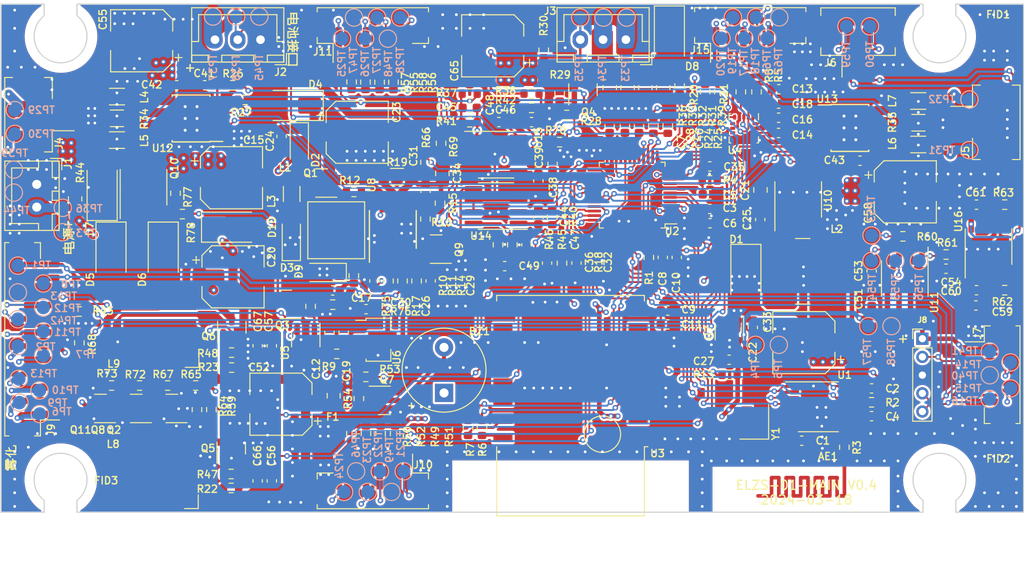
<source format=kicad_pcb>
(kicad_pcb (version 20221018) (generator pcbnew)
  (title_block (title "ELZS-01-MIAN") (date "2024-03-18") (rev "V0.4") (company "Ovobot") (comment 1 "ELZS-01 MAIN,V0.3,112.3x55.8x1.6mm,FR4,4层,绿油白字,无铅喷锡"))
  (layers (0 "F.Cu" signal) (1 "In1.Cu" signal) (2 "In2.Cu" signal) (31 "B.Cu" signal) (34 "B.Paste" user) (35 "F.Paste" user) (36 "B.SilkS" user "B.Silkscreen") (37 "F.SilkS" user "F.Silkscreen") (38 "B.Mask" user) (39 "F.Mask" user) (44 "Edge.Cuts" user))
  (net 0 "")
  (net 1 "Net-(AE1-A)")
  (net 2 "GND")
  (net 3 "+3V3")
  (net 4 "Net-(BZ1-+)")
  (net 5 "Net-(U1-LDO_OUT)")
  (net 6 "Net-(U2-NRST)")
  (net 7 "+5V")
  (net 8 "Net-(U1-LDO_IN)")
  (net 9 "+3.3VP")
  (net 10 "Net-(U2-VDDA)")
  (net 11 "Net-(U4-REGOUT)")
  (net 12 "TEMP")
  (net 13 "+24V")
  (net 14 "VDD")
  (net 15 "/power/3V3_OFF")
  (net 16 "Net-(U8-VG)")
  (net 17 "Net-(C29-Pad1)")
  (net 18 "Net-(C30-Pad1)")
  (net 19 "Net-(U8-FB)")
  (net 20 "+BATT")
  (net 22 "+3.3VA")
  (net 23 "ADC_BATT")
  (net 24 "Net-(D3-K)")
  (net 25 "Net-(U12-VREF)")
  (net 26 "ADC_FAN_MOTOR")
  (net 27 "Net-(U14A--)")
  (net 28 "ADC_LEFT_MOTOR")
  (net 29 "Net-(U15A--)")
  (net 30 "ADC_RIGHT_MOTOR")
  (net 31 "Net-(U15B--)")
  (net 32 "Net-(U14B-+)")
  (net 33 "Net-(D1-K)")
  (net 34 "Net-(D3-A)")
  (net 35 "Net-(D8-A)")
  (net 36 "Net-(J3-Pin_3)")
  (net 37 "EDGE_DET_LT")
  (net 38 "Net-(J4-Pin_1)")
  (net 39 "EDGE_DET_LB")
  (net 40 "Net-(J4-Pin_2)")
  (net 41 "EDGE_DET_RB")
  (net 42 "Net-(J5-Pin_1)")
  (net 43 "EDGE_DET_RT")
  (net 44 "Net-(J5-Pin_2)")
  (net 45 "SCL1")
  (net 46 "SDA1")
  (net 47 "SWDIO")
  (net 48 "SWCLK")
  (net 49 "CHG_ON_LED")
  (net 50 "CHG_DONE_LED")
  (net 51 "START")
  (net 52 "SPRAY_FRONT")
  (net 53 "SPRAY_BACK")
  (net 54 "Net-(J10-Pin_3)")
  (net 55 "Net-(J10-Pin_6)")
  (net 56 "Net-(J11-Pin_3)")
  (net 57 "/main/BLE_MCU_RXD")
  (net 58 "Net-(J11-Pin_6)")
  (net 59 "/main/BLE_MCU_TXD")
  (net 60 "Net-(Q1-D)")
  (net 61 "Net-(U8-CSP)")
  (net 62 "Net-(U12-OUT1)")
  (net 63 "Net-(U12-OUT2)")
  (net 64 "PWM_FAN")
  (net 65 "Net-(U13-OUT1)")
  (net 66 "Net-(U13-OUT2)")
  (net 67 "BELL")
  (net 68 "LED_RED")
  (net 69 "LED_BLUE")
  (net 70 "VOICE_DATA")
  (net 71 "CHG_LED_SW")
  (net 72 "/main/MOSI")
  (net 73 "/main/MISO")
  (net 74 "/main/RF_REST")
  (net 75 "Net-(Q1-G)")
  (net 76 "Net-(Q3-B)")
  (net 77 "Net-(Q3-C)")
  (net 78 "Net-(Q4-B)")
  (net 79 "/main/SCS")
  (net 80 "/main/SCK")
  (net 82 "PWM_LEFT1")
  (net 83 "PWM_LEFT2")
  (net 84 "PWM_RIGHT1")
  (net 85 "PWM_RIGHT2")
  (net 86 "UART2_RX")
  (net 87 "Net-(Q5-G)")
  (net 88 "Net-(Q6-G)")
  (net 89 "Net-(Q7-B)")
  (net 90 "Net-(Q10-G)")
  (net 91 "Net-(U2-BOOT0)")
  (net 92 "Net-(U1-ANTB)")
  (net 93 "Net-(U3-TL_B1)")
  (net 94 "Net-(U3-TL_B7)")
  (net 95 "TSD_DATA")
  (net 96 "Net-(Q2-B)")
  (net 97 "Net-(Q2-C)")
  (net 98 "Net-(Q8-B)")
  (net 99 "Net-(U12-ISEN)")
  (net 100 "Net-(U13-ISEN)")
  (net 101 "Net-(U5-PA4)")
  (net 103 "Net-(U1-XTALO)")
  (net 104 "Net-(U1-XTALI)")
  (net 106 "/driver/VREF55")
  (net 108 "/power/VIN")
  (net 121 "BATT_ON")
  (net 122 "Net-(C52-Pad1)")
  (net 125 "EN_CHRG")
  (net 130 "Net-(Q9-D)")
  (net 131 "V_CHRG_I")
  (net 132 "SPRAY_FRONT_P")
  (net 133 "SPRAY_FRONT_N")
  (net 134 "Net-(U8-~{CHRG})")
  (net 135 "Net-(U11-PWMN)")
  (net 136 "Net-(U16-~{SD})")
  (net 137 "Net-(U11-PWMP{slash}DAC)")
  (net 138 "Net-(C59-Pad2)")
  (net 139 "Net-(U16-BYPASS)")
  (net 140 "Net-(J6-Pin_1)")
  (net 141 "Net-(J6-Pin_2)")
  (net 142 "Net-(U11-PC1{slash}SO)")
  (net 143 "/peripheral/VOICE_BUSY")
  (net 144 "Net-(U16-IN-)")
  (net 145 "Net-(U11-PI1{slash}SCK)")
  (net 146 "Net-(U11-PI0{slash}SI)")
  (net 147 "SPRAY_BACK_P")
  (net 148 "SPRAY_BACK_N")
  (net 149 "Net-(J15-Pin_1)")
  (net 150 "Net-(J15-Pin_2)")
  (net 151 "Net-(J9-Pin_5)")
  (net 152 "Net-(U8-~{DONE})")
  (net 153 "Net-(J9-Pin_7)")
  (net 154 "GNDA")
  (net 155 "Net-(U8-DRV)")
  (net 156 "ADC_SYS")
  (net 157 "/peripheral/V_CHRG_O")
  (net 158 "Net-(Q11-G)")
  (footprint "Ovo_Connector_JST:JST_ZH_B12B-ZR-SM4-TF_1x12-1MP_P1.50mm_Vertical" (layer "F.Cu") (at 107.772 96.642 90)
    (fp_text reference "J9")
    (fp_text value "ZH1.5MM/12ASMT")
  )
  (footprint "Package_SO:Texas_HTSOP-8-1EP_3.9x4.9mm_P1.27mm_EP2.95x4.9mm_Mask2.4x3.1mm_ThermalVias" (layer "F.Cu") (at 197.216 73.436)
    (fp_text reference "U13")
    (fp_text value "DRV8870DDA")
  )
  (footprint "Capacitor_SMD:C_0603_1608Metric" (layer "F.Cu") (at 163.964 88.28 -90)
    (fp_text reference "C36")
    (fp_text value "1uF")
  )
  (footprint "Capacitor_SMD:C_0603_1608Metric" (layer "F.Cu") (at 199.605 92.217 90)
    (fp_text reference "C51")
    (fp_text value "10uF")
  )
  (footprint "Diode_SMD:D_SMA" (layer "F.Cu") (at 116.078 87.2815 -90)
    (fp_text reference "D5")
    (fp_text value "SS34")
  )
  (footprint "Capacitor_SMD:C_0603_1608Metric" (layer "F.Cu") (at 161.701 86.274 -90)
    (fp_text reference "C47")
    (fp_text value "0.1uF")
  )
  (footprint "Package_LGA:LGA-16_3x3mm_P0.5mm_LayoutBorder3x5y" (layer "F.Cu") (at 185.569 73.473 -90)
    (fp_text reference "U4")
    (fp_text value "MPU-6887")
  )
  (footprint "Resistor_SMD:R_0603_1608Metric" (layer "F.Cu") (at 142.753 80.462)
    (fp_text reference "R12")
    (fp_text value "51R")
  )
  (footprint "Resistor_SMD:R_0603_1608Metric" (layer "F.Cu") (at 156.819 106.386 90)
    (fp_text reference "R6")
    (fp_text value "0R")
  )
  (footprint "Resistor_SMD:R_0603_1608Metric" (layer "F.Cu") (at 142.7425 89.666 -90)
    (fp_text reference "R17")
    (fp_text value "100R")
  )
  (footprint "Capacitor_SMD:C_0603_1608Metric" (layer "F.Cu") (at 164.567 77.34 90)
    (fp_text reference "C38")
    (fp_text value "0.1uF")
  )
  (footprint "Capacitor_SMD:CP_Elec_6.3x7.7" (layer "F.Cu") (at 203.298 80.453)
    (fp_text reference "C58")
    (fp_text value "100uF/35V")
  )
  (footprint "Resistor_SMD:R_0603_1608Metric" (layer "F.Cu") (at 175.639 73.203 -90)
    (fp_text reference "R24")
    (fp_text value "1M/1%")
  )
  (footprint "Capacitor_SMD:C_0603_1608Metric" (layer "F.Cu") (at 134.807 74.363 -90)
    (fp_text reference "C24")
    (fp_text value "0.1uF")
  )
  (footprint "Resistor_SMD:R_0603_1608Metric" (layer "F.Cu") (at 182.88 69.466 90)
    (fp_text reference "R21")
    (fp_text value "330R")
  )
  (footprint "Resistor_SMD:R_0603_1608Metric" (layer "F.Cu") (at 155.282 106.386 90)
    (fp_text reference "R7")
    (fp_text value "0R")
  )
  (footprint "Resistor_SMD:R_0603_1608Metric" (layer "F.Cu") (at 146.5475 90.241 90)
    (fp_text reference "R10")
    (fp_text value "10K/1%")
  )
  (footprint "Ovo_Inductor_Boost:L_WLJ_CD0805" (layer "F.Cu") (at 121.3545 110.9355 -90)
    (fp_text reference "L8")
    (fp_text value "10/500uH")
  )
  (footprint "Resistor_SMD:R_0603_1608Metric" (layer "F.Cu") (at 125.372 101.721)
    (fp_text reference "R65")
    (fp_text value "10K")
  )
  (footprint "Capacitor_SMD:C_0603_1608Metric" (layer "F.Cu") (at 163.008 79.255 -90)
    (fp_text reference "C39")
    (fp_text value "10nF")
  )
  (footprint "Resistor_SMD:R_0603_1608Metric" (layer "F.Cu") (at 162.258 69.6598)
    (fp_text reference "R38")
    (fp_text value "15K/1%")
  )
  (footprint "Capacitor_SMD:C_0603_1608Metric" (layer "F.Cu") (at 211.055 92.936)
    (fp_text reference "C59")
    (fp_text value "0.47uF")
  )
  (footprint "Resistor_SMD:R_0805_2012Metric" (layer "F.Cu") (at 172.8004 69.002 -90)
    (fp_text reference "R33")
    (fp_text value "0.1R")
  )
  (footprint "Capacitor_SMD:C_0603_1608Metric" (layer "F.Cu") (at 150.619 80.39 -90)
    (fp_text reference "C31")
    (fp_text value "1.5pF")
  )
  (footprint "Fuse:Fuse_0805_2012Metric" (layer "F.Cu") (at 140.524 102.845 -90)
    (fp_text reference "F1")
    (fp_text value "MF-PSMF050X")
  )
  (footprint "Capacitor_SMD:C_0603_1608Metric" (layer "F.Cu") (at 123.295 68.752)
    (fp_text reference "C42")
    (fp_text value "0.1uF")
  )
  (footprint "Fiducial:Fiducial_1mm_Mask2mm" (layer "F.Cu") (at 213.5124 111.76)
    (fp_text reference "FID2")
    (fp_text value "NC/Fiducial")
  )
  (footprint "Resistor_SMD:R_0603_1608Metric" (layer "F.Cu") (at 129.323 98.105)
    (fp_text reference "R48")
    (fp_text value "10K/1%")
  )
  (footprint "Diode_SMD:D_SOD-123" (layer "F.Cu") (at 135.879 85.646 90)
    (fp_text reference "D3")
    (fp_text value "SS14")
  )
  (footprint "Resistor_SMD:R_0603_1608Metric" (layer "F.Cu") (at 164.529 83.239 -90)
    (fp_text reference "R40")
    (fp_text value "51K/1%")
  )
  (footprint "Inductor_SMD:L_1206_3216Metric" (layer "F.Cu") (at 204.725 70.4798)
    (fp_text reference "L7")
    (fp_text value "120R@100MHz/3A")
  )
  (footprint "Package_TO_SOT_SMD:SOT-23" (layer "F.Cu") (at 118.841 104.243 180)
    (fp_text reference "Q8")
    (fp_text value "SS8550")
  )
  (footprint "Resistor_SMD:R_0603_1608Metric" (layer "F.Cu") (at 155.466 69.6708 180)
    (fp_text reference "R37")
    (fp_text value "15K/1%")
  )
  (footprint "Resistor_SMD:R_0603_1608Metric" (layer "F.Cu") (at 145.677864 106.994 -90)
    (fp_text reference "R49")
    (fp_text value "120R")
  )
  (footprint "Package_TO_SOT_SMD:SOT-23" (layer "F.Cu") (at 167.905 69.2355 90)
    (fp_text reference "Q4")
    (fp_text value "SS8050")
  )
  (footprint "Capacitor_SMD:C_0603_1608Metric" (layer "F.Cu") (at 189.3824 73.9902 180)
    (fp_text reference "C14")
    (fp_text value "0.47uF")
  )
  (footprint "Capacitor_SMD:C_0603_1608Metric" (layer "F.Cu") (at 189.392 70.765803 180)
    (fp_text reference "C18")
    (fp_text value "2.2uF")
  )
  (footprint "Ovo_Connector_JST:JST_ZH_B6B-ZR-SM4-TF_1x06-1MP_P1.50mm_Vertical" (layer "F.Cu") (at 144.8308 63.5968)
    (fp_text reference "J11")
    (fp_text value "ZH1.5MM/6ASMT")
  )
  (footprint "Capacitor_SMD:C_0603_1608Metric" (layer "F.Cu") (at 145.005 90.241 90)
    (fp_text reference "C26")
    (fp_text value "0.1uF")
  )
  (footprint "Ovo_Package_SO:SSOP-10_3.9x4.9mm_P1.00mm" (layer "F.Cu") (at 147.025 84.585 90)
    (fp_text reference "U8")
    (fp_text value "CN3765")
  )
  (footprint "Ovo_Oscillaror:Oscillator_SMD_Abracon_ASE-4Pin_3.2x2.5mm" (layer "F.Cu") (at 186.7162 105.7072 90)
    (fp_text reference "Y1")
    (fp_text value "12MHz/22pF(10ppm)")
  )
  (footprint "Capacitor_SMD:C_0603_1608Metric" (layer "F.Cu") (at 199.605 89.141 90)
    (fp_text reference "C53")
    (fp_text value "1nF")
  )
  (footprint "Ovo_Connector_JST:JST_PH_B2B-PH-SM4-TB_1x02-1MP_P2.00mm_Vertical" (layer "F.Cu") (at 198.11 64.61)
    (fp_text reference "J6")
    (fp_text value "PH2.0MM/2ASMT")
  )
  (footprint "Resistor_SMD:R_0603_1608Metric" (layer "F.Cu") (at 112.6 97.035 -90)
    (fp_text reference "R68")
    (fp_text value "330R")
  )
  (footprint "Package_TO_SOT_SMD:SOT-23-6" (layer "F.Cu") (at 137.466 96.6705 -90)
    (fp_text reference "U5")
    (fp_text value "PMS150C-U06(0x2B191B)")
  )
  (footprint "Capacitor_SMD:C_0603_1608Metric" (layer "F.Cu") (at 167.193 88.28 90)
    (fp_text reference "C32")
    (fp_text value "1uF")
  )
  (footprint "Package_TO_SOT_SMD:SOT-23" (layer "F.Cu") (at 129.287 108.5953 90)
    (fp_text reference "Q5")
    (fp_text value "CJ2310")
  )
  (footprint "Capacitor_SMD:C_0805_2012Metric" (layer "F.Cu") (at 152.468 78.425 90)
    (fp_text reference "C34")
    (fp_text value "10uF/35V")
  )
  (footprint "Ovo_RF_Module:Tuya_BT3L" (layer "F.Cu") (at 166.539 100.439 180)
    (fp_text reference "U3")
    (fp_text value "BT3L")
  )
  (footprint "Resistor_SMD:R_0603_1608Metric" (layer "F.Cu") (at 116.138 101.721)
    (fp_text reference "R73")
    (fp_text value "10K")
  )
  (footprint "Package_TO_SOT_SMD:SOT-23" (layer "F.Cu") (at 146.106 103.354)
    (fp_text reference "Q7")
    (fp_text value "SS8050")
  )
  (footprint "Package_TO_SOT_SMD:SOT-23-5" (layer "F.Cu") (at 183.987 95.9135 -90)
    (fp_text reference "U7")
    (fp_text value "RT9013-33")
  )
  (footprint "Resistor_SMD:R_0603_1608Metric" (layer "F.Cu") (at 152.321 75.123 90)
    (fp_text reference "R69")
    (fp_text value "100K/1%")
  )
  (footprint "Resistor_SMD:R_0603_1608Metric" (layer "F.Cu") (at 127.104 104.371 -90)
    (fp_text reference "R59")
    (fp_text value "1K")
  )
  (footprint "Ovo_Inductor_Boost:L_WLJ_CD0805" (layer "F.Cu") (at 121.4285 95.4285 -90)
    (fp_text reference "L9")
    (fp_text value "10/500uH")
  )
  (footprint "Capacitor_SMD:C_0603_1608Metric" (layer "F.Cu") (at 207.777 88.895 180)
    (fp_text reference "C54")
    (fp_text value "1uF")
  )
  (footprint "Package_SO:SOIC-8_3.9x4.9mm_P1.27mm" (layer "F.Cu") (at 119.65 79.945 90)
    (fp_text reference "Q10")
    (fp_text value "NCE40P13S")
  )
  (footprint "Resistor_SMD:R_0603_1608Metric" (layer "F.Cu") (at 140.868 98.248 180)
    (fp_text reference "R9")
    (fp_text value "10K/1%")
  )
  (footprint "Diode_SMD:D_SMA" (layer "F.Cu") (at 129.5255 84.332)
    (fp_text reference "D10")
    (fp_text value "SMAJ24CA")
  )
  (footprint "Ovo_Inductor_SMD:L_GZJ_CD75" (layer "F.Cu") (at 192.035 89.178)
    (fp_text reference "L2")
    (fp_text value "68uH")
  )
  (footprint "Resistor_SMD:R_0603_1608Metric" (layer "F.Cu") (at 129.266 111.4383)
    (fp_text reference "R47")
    (fp_text value "10K/1%")
  )
  (footprint "Package_TO_SOT_SMD:SOT-23" (layer "F.Cu") (at 135.2675 92.811 180)
    (fp_text reference "Q3")
    (fp_text value "SS8050")
  )
  (footprint "Capacitor_SMD:C_0603_1608Metric" (layer "F.Cu") (at 172.513 73.192 90)
    (fp_text reference "C28")
    (fp_text value "0.1uF")
  )
  (footprint "Capacitor_SMD:C_0603_1608Metric" (layer "F.Cu") (at 144.086 93.334 180)
    (fp_text reference "C17")
    (fp_text value "0.1uF")
  )
  (footprint "Resistor_SMD:R_0603_1608Metric" (layer "F.Cu") (at 145.5704 68.4114 90)
    (fp_text reference "R58")
    (fp_text value "10K/1%")
  )
  (footprint "Capacitor_SMD:C_0603_1608Metric" (layer "F.Cu") (at 191.924 107.7814)
    (fp_text reference "C1")
    (fp_text value "1uF")
  )
  (footprint "Resistor_SMD:R_0603_1608Metric" (layer "F.Cu") (at 155.466 72.807)
    (fp_text reference "R41")
    (fp_text value "51K/1%")
  )
  (footprint "Resistor_SMD:R_0603_1608Metric" (layer "F.Cu") (at 142.478132 106.994 -90)
    (fp_text reference "R50")
    (fp_text value "120R")
  )
  (footprint "Resistor_SMD:R_1206_3216Metric" (layer "F.Cu") (at 147.486 78.791)
    (fp_text reference "R19")
    (fp_text value "0.5R/1%")
  )
  (footprint "Connector_JST:JST_XH_B2B-XH-A_1x02_P2.50mm_Vertical" (layer "F.Cu") (at 107.922 79.633 -90)
    (fp_text reference "J1")
    (fp_text value "XHB2.54MM/2A")
  )
  (footprint "Capacitor_SMD:C_0603_1608Metric" (layer "F.Cu") (at 140.4195 91.281 180)
    (fp_text reference "C30")
    (fp_text value "1nF")
  )
  (footprint "Resistor_SMD:R_0805_2012Metric" (layer "F.Cu") (at 176.712 69.002 -90)
    (fp_text reference "R31")
    (fp_text value "0.1R")
  )
  (footprint "Capacitor_SMD:C_0603_1608Metric" (layer "F.Cu") (at 133.739 97.36 90)
    (fp_text reference "C57")
    (fp_text value "1uF")
  )
  (footprint "Resistor_SMD:R_0603_1608Metric" (layer "F.Cu") (at 140.426 92.842 180)
    (fp_text reference "R76")
    (fp_text value "10K/1%")
  )
  (footprint "Package_TO_SOT_SMD:SOT-23" (layer "F.Cu") (at 151.7795 86.746 180)
    (fp_text reference "Q9")
    (fp_text value "SI2302")
  )
  (footprint "Diode_SMD:D_SMA" (layer "F.Cu") (at 185.797 89.731 -90)
    (fp_text reference "D1")
    (fp_text value "SS34")
  )
  (footprint "Capacitor_SMD:CP_Elec_6.3x7.7" (layer "F.Cu") (at 129.305 78.903)
    (fp_text reference "C15")
    (fp_text value "100uF/35V")
  )
  (footprint "Diode_SMD:D_SMA" (layer "F.Cu") (at 121.813 87.282 -90)
    (fp_text reference "D6")
    (fp_text value "SS34")
  )
  (footprint "Resistor_SMD:R_0603_1608Metric" (layer "F.Cu") (at 112.5982 93.595 180)
    (fp_text reference "R43")
    (fp_text value "330R")
  )
  (footprint "Resistor_SMD:R_0603_1608Metric" (layer "F.Cu") (at 165.345 69.663 -90)
    (fp_text reference "R29")
    (fp_text value "10K/1%")
  )
  (footprint "Resistor_SMD:R_1206_3216Metric" (layer "F.Cu") (at 116.7275 72.3834 180)
    (fp_text reference "R34")
    (fp_text value "0.033R/1%(1W)")
  )
  (footprint "Capacitor_SMD:C_0603_1608Metric" (layer "F.Cu") (at 170.83 73.203 -90)
    (fp_text reference "C7")
    (fp_text value "0.1uF")
  )
  (footprint "Resistor_SMD:R_0603_1608Metric" (layer "F.Cu") (at 122.294 101.721 180)
    (fp_text reference "R67")
    (fp_text value "100K")
  )
  (footprint "Inductor_SMD:L_1206_3216Metric" (layer "F.Cu") (at 135.917 80.688 -90)
    (fp_text reference "L1")
    (fp_text value "120R@100MHz/3A")
  )
  (footprint "Ovo_Inductor_SMD:L_GZJ_WNR6045" (layer "F.Cu") (at 140.81 84.675 90)
    (fp_text reference "L3")
    (fp_text value "100uH")
  )
  (footprint "Package_TO_SOT_SMD:SOT-23" (layer "F.Cu") (at 114.9195 104.243 180)
    (fp_text reference "Q11")
    (fp_text value "SI2309")
  )
  (footprint "Package_TO_SOT_SMD:SOT-23" (layer "F.Cu") (at 129.344 95.33 90)
    (fp_text reference "Q6")
    (fp_text value "CJ2310")
  )
  (footprint "Capacitor_SMD:C_0603_1608Metric" (layer "F.Cu") (at 176.6685 87.655 90)
    (fp_text reference "C8")
    (fp_text value "0.1uF")
  )
  (footprint "Resistor_SMD:R_0603_1608Metric" (layer "F.Cu") (at 147.277732 106.994 -90)
    (fp_text reference "R51")
    (fp_text value "10K/1%")
  )
  (footprint "Resistor_SMD:R_0603_1608Metric" (layer "F.Cu") (at 214.215 91.254)
    (fp_text reference "R62")
    (fp_text value "10K/1%")
  )
  (footprint "Resistor_SMD:R_0603_1608Metric" (layer "F.Cu") (at 129.266 112.972 180)
    (fp_text reference "R22")
    (fp_text value "1K")
  )
  (footprint "Resistor_SMD:R_0603_1608Metric" (layer "F.Cu") (at 150.615 77.205 90)
    (fp_text reference "R66")
    (fp_text value "1M/1%")
  )
  (footprint "Capacitor_SMD:C_0603_1608Metric" (layer "F.Cu") (at 178.203 87.655 90)
    (fp_text reference "C10")
    (fp_text value "4.7uF")
  )
  (footprint "Capacitor_SMD:C_0603_1608Metric" (layer "F.Cu") (at 211.115 91.254)
    (fp_text reference "C60")
    (fp_text value "1uF")
  )
  (footprint "Ovo_Buzzer_Beeper:Buzzer_9x5.5RM5" (layer "F.Cu") (at 152.648 100.036 90)
    (fp_text reference "BZ1")
    (fp_text value "85dB/5V")
  )
  (footprint "Capacitor_SMD:CP_Elec_6.3x7.7" (layer "F.Cu") (at 143.115 73.913)
    (fp_text reference "C23")
    (fp_text value "100uF/50V")
  )
  (footprint "Capacitor_SMD:C_0603_1608Metric" (layer "F.Cu") (at 133.739 112.197 90)
    (fp_text reference "C56")
    (fp_text value "1uF")
  )
  (footprint "Capacitor_SMD:C_0603_1608Metric" (layer "F.Cu") (at 140.066 95.893 90)
    (fp_text reference "C12")
    (fp_text value "0.1uF")
  )
  (footprint "Ovo_Connector_JST:JST_ZH_B6B-ZR-SM4-TF_1x06-1MP_P1.50mm_Vertical" (layer "F.Cu") (at 144.8308 111.8918 180)
    (fp_text reference "J10")
    (fp_text value "ZH1.5MM/6ASMT")
  )
  (footprint "Resistor_SMD:R_0603_1608Metric" (layer "F.Cu") (at 150.607 83.445 -90)
    (fp_text reference "R16")
    (fp_text value "120K/1%")
  )
  (footprint "Resistor_SMD:R_0603_1608Metric" (layer "F.Cu") (at 129.441 68.75 180)
    (fp_text reference "R26")
    (fp_text value "6.8K/1%")
  )
  (footprint "Resistor_SMD:R_0603_1608Metric" (layer "F.Cu") (at 147.0944 68.4114 90)
    (fp_text reference "R56")
    (fp_text value "120R")
  )
  (footprint "Diode_SMD:D_SOD-123" (layer "F.Cu") (at 139.5565 89.308 180)
    (fp_text reference "D9")
    (fp_text value "SS14")
  )
  (footprint "Capacitor_SMD:C_0603_1608Metric" (layer "F.Cu") (at 189.409 69.191198 180)
    (fp_text reference "C13")
    (fp_text value "10nF")
  )
  (footprint "Capacitor_SMD:C_0603_1608Metric" (layer "F.Cu") (at 177.2204 95.013)
    (fp_text reference "C11")
    (fp_text value "0.1uF")
  )
  (footprint "Resistor_SMD:R_0603_1608Metric" (layer "F.Cu") (at 186.963 69.478 90)
    (fp_text reference "R5")
    (fp_text value "4.7K/1%")
  )
  (footprint "Resistor_SMD:R_0603_1608Metric" (layer "F.Cu") (at 178.512 68.819 -90)
    (fp_text reference "R39")
    (fp_text value "15K/1%")
  )
  (footprint "Capacitor_SMD:C_0603_1608Metric" (layer "F.Cu") (at 158.671 72.792 180)
    (fp_text reference "C48")
    (fp_text value "0.1uF")
  )
  (footprint "Capacitor_SMD:C_0603_1608Metric" (layer "F.Cu") (at 199.5942 102.041 180)
    (fp_text reference "C2")
    (fp_text value "1uF")
  )
  (footprint "Diode_SMD:D_SMA" (layer "F.Cu") (at 115.1034 80.0974 90)
    (fp_text reference "D7")
    (fp_text value "SS34")
  )
  (footprint "Resistor_SMD:R_0805_2012Metric" (layer "F.Cu") (at 112.137 81.2195 90)
    (fp_text reference "R44")
    (fp_text value "0R")
  )
  (footprint "Resistor_SMD:R_0805_2012Metric" (layer "F.Cu") (at 170.8446 69.002 -90)
    (fp_text reference "R36")
    (fp_text value "0.1R")
  )
  (footprint "Capacitor_SMD:CP_Elec_6.3x7.7" (layer "F.Cu") (at 129.477 89.784)
    (fp_text reference "C20")
    (fp_text value "100uF/35V")
  )
  (footprint "Resistor_SMD:R_0603_1608Metric" (layer "F.Cu") (at 166.13 72.019 180)
    (fp_text reference "R28")
    (fp_text value "1K")
  )
  (footprint "Capacitor_SMD:C_0603_1608Metric" (layer "F.Cu") (at 126.37 68.75 180)
    (fp_text reference "C41")
    (fp_text value "0.1uF")
  )
  (footprint "Capacitor_SMD:C_0603_1608Metric" (layer "F.Cu") (at 181.856 83.9 180)
    (fp_text reference "C6")
    (fp_text value "0.1uF")
  )
  (footprint "Resistor_SMD:R_0603_1608Metric" (layer "F.Cu") (at 130.808 70.36)
    (fp_text reference "R27")
    (fp_text value "3.3K/1%")
  )
  (footprint "Capacitor_SMD:C_0603_1608Metric" (layer "F.Cu") (at 159.31 88.613)
    (fp_text reference "C49")
    (fp_text value "0.1uF")
  )
  (footprint "Resistor_SMD:R_0603_1608Metric" (layer "F.Cu") (at 142.497 68.386 90)
    (fp_text reference "R57")
    (fp_text value "10K/1%")
  )
  (footprint "Resistor_SMD:R_0603_1608Metric" (layer "F.Cu") (at 123.1574 80.6127 90)
    (fp_text reference "R77")
    (fp_text value "10K/1%")
  )
  (footprint "Resistor_SMD:R_0603_1608Metric" (layer "F.Cu") (at 199.595 103.565 180)
    (fp_text reference "R2")
    (fp_text value "0R")
  )
  (footprint "Package_SO:SOIC-8_3.9x4.9mm_P1.27mm" (layer "F.Cu") (at 158.36 82.013 180)
    (fp_text reference "U14")
    (fp_text value "LMV358TP-SR")
  )
  (footprint "Capacitor_SMD:CP_Elec_6.3x7.7" (layer "F.Cu") (at 157.992 64.422 180)
    (fp_text reference "C65")
    (fp_text value "100uF/35V")
  )
  (footprint "Resistor_SMD:R_0603_1608Metric" (layer "F.Cu") (at 148.09 90.241 90)
    (fp_text reference "R11")
    (fp_text value "10K/1%")
  )
  (footprint "Resistor_SMD:R_0603_1608Metric" (layer "F.Cu") (at 207.778 87.337)
    (fp_text reference "R61")
    (fp_text value "10K/1%")
  )
  (footprint "Capacitor_SMD:C_0603_1608Metric" (layer "F.Cu") (at 187.3722 83.4964 -90)
    (fp_text reference "C25")
    (fp_text value "1uF")
  )
  (footprint "Package_TO_SOT_SMD:SOT-23" (layer "F.Cu") (at 122.7625 104.243 180)
    (fp_text reference "Q2")
    (fp_text value "SS8050")
  )
  (footprint "Package_TO_SOT_SMD:SOT-89-3" (layer "F.Cu") (at 145.443 96.694)
    (fp_text reference "U6")
    (fp_text value "HT7533-1-SOT89")
  )
  (footprint "Resistor_SMD:R_0603_1608Metric" (layer "F.Cu") (at 125.518 104.371 90)
    (fp_text reference "R64")
    (fp_text value "10K/1%")
  )
  (footprint "Package_SO:SOIC-8_3.9x4.9mm_P1.27mm" (layer "F.Cu") (at 158.36 76.373)
    (fp_text reference "U15")
    (fp_text value "LMV358TP-SR")
  )
  (footprint "Resistor_SMD:R_0603_1608Metric" (layer "F.Cu") (at 181.828 79.203)
    (fp_text reference "R4")
    (fp_text value "0R")
  )
  (footprint "Capacitor_SMD:C_0603_1608Metric" (layer "F.Cu") (at 163.0082 83.233 -90)
    (fp_text reference "C44")
    (fp_text value "0.1uF")
  )
  (footprint "Capacitor_SMD:C_0603_1608Metric" (layer "F.Cu") (at 181.828 77.663)
    (fp_text reference "C35")
    (fp_text value "0.1uF")
  )
  (footprint "Capacitor_SMD:C_0603_1608Metric" (layer "F.Cu") (at 151.175 90.241 90)
    (fp_text reference "C29")
    (fp_text value "220nF")
  )
  (footprint "Ovo_RF_Antenna:Ovo_PA2401_2.4GHz_Right" (layer "F.Cu") (at 196.613 110.629 180)
    (fp_text reference "AE1")
    (fp_text value "NC/Antenna")
  )
  (footprint "Inductor_SMD:L_1206_3216Metric" (layer "F.Cu") (at 116.738 69.9958 180)
    (fp_text reference "L4")
    (fp_text value "120R@100MHz/3A")
  )
  (footprint "Capacitor_SMD:CP_Elec_6.3x7.7" (layer "F.Cu") (at 119.444 63.866 180)
    (fp_text reference "C55")
    (fp_text value "100uF/35V")
  )
  (footprint "Resistor_SMD:R_0603_1608Metric" (layer "F.Cu") (at 144.064 100.773 180)
    (fp_text reference "R53")
    (fp_text value "1K")
  )
  (footprint "Resistor_SMD:R_0603_1608Metric" (layer "F.Cu") (at 162.258 71.2279 180)
    (fp_text reference "R42")
    (fp_text value "51K/1%")
  )
  (footprint "Diode_SMD:D_SMA" (layer "F.Cu") (at 135.877 70.968 180)
    (fp_text reference "D4")
    (fp_text value "SMAJ24CA")
  )
  (footprint "Resistor_SMD:R_0603_1608Metric" (layer "F.Cu") (at 119.216 101.721)
    (fp_text reference "R72")
    (fp_text value "2K")
  )
  (footprint "Capacitor_SMD:CP_Elec_6.3x7.7" (layer "F.Cu") (at 192.162 97.01 180)
    (fp_text reference "C33")
    (fp_text value "470uF/10V")
  )
  (footprint "Ovo_Connector_JST:JST_ZH_B6B-ZR-SM4-TF_1x06-1MP_P1.50mm_Vertical" (layer "F.Cu") (at 186.274 63.588)
    (fp_text reference "J15")
    (fp_text value "ZH1.5MM/6ASMT")
  )
  (footprint "Capacitor_SMD:C_0603_1608Metric" (layer "F.Cu") (at 155.466 71.2389)
    (fp_text reference "C45")
    (fp_text value "0.1uF")
  )
  (footprint "Resistor_SMD:R_0603_1608Metric" (layer "F.Cu") (at 185.237 69.478 90)
    (fp_text reference "R8")
    (fp_text value "4.7K/1%")
  )
  (footprint "Resistor_SMD:R_0603_1608Metric" (layer "F.Cu") (at 165.601 88.28 90)
    (fp_text reference "R18")
    (fp_text value "0R")
  )
  (footprint "Fiducial:Fiducial_1mm_Mask2mm" (layer "F.Cu") (at 213.5124 62.865)
    (fp_text reference "FID1")
    (fp_text value "NC/Fiducial")
  )
  (footprint "Resistor_SMD:R_0603_1608Metric" (layer "F.Cu") (at 143.298 103.155 -90)
    (fp_text reference "R54")
    (fp_text value "10K/1%")
  )
  (footprint "Capacitor_SMD:C_0603_1608Metric" (layer "F.Cu") (at 181.828 80.726 180)
    (fp_text reference "C5")
    (fp_text value "0.1uF")
  )
  (footprint "Resistor_SMD:R_0603_1608Metric" (layer "F.Cu") (at 149.6325 90.241 -90)
    (fp_text reference "R14")
    (fp_text value "120R")
  )
  (footprint "Resistor_SMD:R_0603_1608Metric" (layer "F.Cu") (at 160.15 86.268 -90)
    (fp_text reference "R45")
    (fp_text value "10K/1%")
  )
  (footprint "Resistor_SMD:R_0603_1608Metric" (layer "F.Cu") (at 137.996 93.028 -90)
    (fp_text reference "R75")
    (fp_text value "1K")
  )
  (footprint "Capacitor_SMD:C_0603_1608Metric" (layer "F.Cu") (at 141.627 95.882 90)
    (fp_text reference "C19")
    (fp_text value "10uF")
  )
  (footprint "Resistor_SMD:R_0603_1608Metric" (layer "F.Cu") (at 123.9194 82.8987 180)
    (fp_text reference "R78")
    (fp_text value "10K/1%")
  )
  (footprint "Resistor_SMD:R_0805_2012Metric" (layer "F.Cu") (at 174.7562 69.002 -90)
    (fp_text reference "R32")
    (fp_text value "0.1R")
  )
  (footprint "Capacitor_SMD:C_0603_1608Metric" (layer "F.Cu") (at 186.555 95.3465 -90)
    (fp_text reference "C22")
    (fp_text value "1uF")
  )
  (footprint "Capacitor_SMD:C_0603_1608Metric" (layer "F.Cu") (at 183.958 98.894 180)
    (fp_text reference "C27")
    (fp_text value "1uF")
  )
  (footprint "Ovo_Connector_JST:JST_PH_B2B-PH-SM4-TB_1x02-1MP_P2.00mm_Vertical" (layer "F.Cu") (at 211.5392 72.822 -90)
    (fp_text reference "J5")
    (fp_text value "PH2.0MM/2ASMT")
  )
  (footprint "Resistor_SMD:R_0603_1608Metric" (layer "F.Cu") (at 152.209 81.704 -90)
    (fp_text reference "R15")
    (fp_text value "1.5M/1%")
  )
  (footprint "Resistor_SMD:R_0603_1608Metric" (layer "F.Cu") (at 203.039 85.342)
    (fp_text reference "R60")
    (fp_text value "0R")
  )
  (footprint "Capacitor_SMD:C_0603_1608Metric" (layer "F.Cu") (at 189.392 72.316 180)
    (fp_text reference "C16")
    (fp_text value "0.1uF")
  )
  (footprint "Package_TO_SOT_SMD:SOT-23" (layer "F.Cu") (at 139.204 79.486 180)
    (fp_text reference "Q1")
    (fp_text value "HSS6107")
  )
  (footprint "Resistor_SMD:R_0603_1608Metric" (layer "F.Cu") (at 165.337 74.997)
    (fp_text reference "R70")
    (fp_text value "10K/1%")
  )
  (footprint "Resistor_SMD:R_1206_3216Metric" (layer "F.Cu") (at 204.7359 72.8674)
    (fp_text reference "R35")
    (fp_text value "0.033R/1%(1W)")
  )
  (footprint "Package_SO:Texas_HTSOP-8-1EP_3.9x4.9mm_P1.27mm_EP2.95x4.9mm_Mask2.4x3.1mm_ThermalVias" (layer "F.Cu") (at 124.872 72.396 180)
    (fp_text reference "U12")
    (fp_text value "DRV8870DDA")
  )
  (footprint "Resistor_SMD:R_0603_1608Metric" (layer "F.Cu") (at 163.595 64.887 -90)
    (fp_text reference "R30")
    (fp_text value "NC/10K/1%")
  )
  (footprint "Capacitor_SMD:C_0603_1608Metric" (layer "F.Cu") (at 198.325 77.036 180)
    (fp_text reference "C43")
    (fp_text value "0.1uF")
  )
  (footprint "Resistor_SMD:R_0603_1608Metric" (layer "F.Cu") (at 196.6085 108.5019 -90)
    (fp_text reference "R3")
    (fp_text value "0R")
  )
  (footprint "Diode_SMD:D_SOD-123" (layer "F.Cu") (at 136.757 75.223 -90)
    (fp_text reference "D2")
    (fp_text value "SS14")
  )
  (footprint "Resistor_SMD:R_0603_1608Metric" (layer "F.Cu") (at 158.5765 86.268 90)
    (fp_text reference "R46")
    (fp_text value "2K/1%")
  )
  (footprint "Capacitor_SMD:C_0603_1608Metric" (layer "F.Cu") (at 177.221 93.489)
    (fp_text reference "C9")
    (fp_text value "1uF")
  )
  (footprint "Diode_SMD:D_SMA" (layer "F.Cu") (at 177.394 63.551 -90)
    (fp_text reference "D8")
    (fp_text value "1N4004")
  )
  (footprint "Package_SO:SOIC-8_3.9x4.9mm_P1.27mm" (layer "F.Cu") (at 203.241 89.965 -90)
    (fp_text reference "U11")
    (fp_text value "WT588F02B-8S-B2(通用)")
  )
  (footprint "Resistor_SMD:R_0603_1608Metric" (layer "F.Cu") (at 184.009 100.5445 180)
    (fp_text reference "R13")
    (fp_text value "0R")
  )
  (footprint "Resistor_SMD:R_0603_1608Metric" (layer "F.Cu") (at 144.077998 106.994 -90)
    (fp_text reference "R52")
    (fp_text value "10K/1%")
  )
  (footprint "Capacitor_SMD:C_0603_1608Metric" (layer "F.Cu") (at 211.115 81.86 180)
    (fp_text reference "C61")
    (fp_text value "1uF")
  )
  (footprint "Capacitor_SMD:CP_Elec_6.3x7.7" (layer "F.Cu") (at 134.739 103.774 180)
    (fp_text reference "C52")
    (fp_text value "470uF/10V")
  )
  (footprint "Capacitor_SMD:C_0603_1608Metric" (layer "F.Cu") (at 132.18 112.197 90)
    (fp_text reference "C66")
    (fp_text value "0.1uF")
  )
  (footprint "Resistor_SMD:R_0603_1608Metric" (layer "F.Cu") (at 181.323 69.466 90)
    (fp_text reference "R20")
    (fp_text value "330R")
  )
  (footprint "Resistor_SMD:R_0603_1608Metric" (layer "F.Cu") (at 175.134 87.655 90)
    (fp_text reference "R1")
    (fp_text value "10K/1%")
  )
  (footprint "Resistor_SMD:R_0603_1608Metric" (layer "F.Cu") (at 129.323 99.751 180)
    (fp_text reference "R23")
    (fp_text value "1K")
  )
  (footprint "Capacitor_SMD:C_0603_1608Metric" (layer "F.Cu") (at 174.06 73.203 90)
    (fp_text reference "C40")
    (fp_text value "0.1uF")
  )
  (footprint "Connector_PinHeader_2.00mm:PinHeader_1x05_P2.00mm_Vertical" (layer "F.Cu") (at 205.174 96.581)
    (fp_text reference "J8")
    (fp_text value "2.0MM/5ASMT")
  )
  (footprint "Connector_JST:JST_XH_B3B-XH-A_1x03_P2.50mm_Vertical" (layer "F.Cu") (at 172.613 63.74 180)
    (fp_text reference "J3")
    (fp_text value "XH2.54MM/3A")
  )
  (footprint "Capacitor_SMD:C_0603_1608Metric" (layer "F.Cu") (at 162.258 72.796 180)
    (fp_text reference "C46")
    (fp_text value "0.1uF")
  )
  (footprint "Inductor_SMD:L_1206_3216Metric" (layer "F.Cu") (at 116.738 74.771 180)
    (fp_text reference "L5")
    (fp_text value "120R@100MHz/3A")
  )
  (footprint "Package_SO:SOIC-8_3.9x4.9mm_P1.27mm" (layer "F.Cu") (at 212.439 86.47 90)
    (fp_text reference "U16")
    (fp_text value "8002A")
  )
  (footprint "Package_QFP:LQFP-48_7x7mm_P0.5mm" (layer "F.Cu") (at 173.309 80.815 180)
    (fp_text reference "U2")
    (fp_text value "MM32F0144C6P")
  )
  (footprint "Resistor_SMD:R_0603_1608Metric" (layer "F.Cu") (at 144.021 68.3982 90)
    (fp_text reference "R55")
    (fp_text value "120R")
  )
  (footprint "Inductor_SMD:L_1206_3216Metric" (layer "F.Cu") (at 204.725 75.255)
    (fp_text reference "L6")
    (fp_text value "120R@100MHz/3A")
  )
  (footprint "Package_SO:SOIC-8_3.9x4.9mm_P1.27mm" (layer "F.Cu") (at 191.5378 81.2902 90)
    (fp_text reference "U10")
    (fp_text value "XL1509-5.0E1")
  )
  (footprint "Capacitor_SMD:C_0603_1608Metric" (layer "F.Cu") (at 181.835 82.329 180)
    (fp_text reference "C3")
    (fp_text value "0.1uF")
  )
  (footprint "Resistor_SMD:R_0603_1608Metric" (layer "F.Cu") (at 177.218 73.203 90)
    (fp_text reference "R25")
    (fp_text value "100K/1%")
  )
  (footprint "Connector_JST:JST_XH_B3B-XH-A_1x03_P2.50mm_Vertical" (layer "F.Cu") (at 132.494 63.7468 180)
    (fp_text reference "J2")
    (fp_text value "XH2.54MM/3A")
  )
  (footprint "Capacitor_SMD:C_0603_1608Metric" (layer "F.Cu") (at 132.18 97.36 90)
    (fp_text reference "C67")
    (fp_text value "0.1uF")
  )
  (footprint "Fiducial:Fiducial_1mm_Mask2mm" (layer "F.Cu") (at 115.544 114.16)
    (fp_text reference "FID3")
    (fp_text value "NC/Fiducial")
  )
  (footprint "Ovo_Connector_JST:JST_PH_B2B-PH-SM4-TB_1x02-1MP_P2.00mm_Vertical" (layer "F.Cu") (at 108.772 71.984 90)
    (fp_text reference "J4")
    (fp_text value "PH2.0MM/2ASMT")
  )
  (footprint "Resistor_SMD:R_0603_1608Metric" (layer "F.Cu") (at 214.215 81.86 180)
    (fp_text reference "R63")
    (fp_text value "10K/1%")
  )
  (footprint "Capacitor_SMD:C_0805_2012Metric" (layer "F.Cu") (at 187.3976 80.2474 90)
    (fp_text reference "C21")
    (fp_text value "10uF/35V")
  )
  (footprint "Ovo_Connector_JST:JST_ZH_B5B-ZR-SM4-TF_1x05-1MP_P1.50mm_Vertical" (layer "F.Cu") (at 212.535 100.533 -90)
    (fp_text reference "J7")
    (fp_text value "ZH1.5MM/5ASMT")
  )
  (footprint "Package_SO:TSSOP-16_4.4x5mm_P0.65mm" (layer "F.Cu") (at 193.756 104.0603)
    (fp_text reference "U1")
    (fp_text value "LT8920")
  )
  (footprint "Capacitor_SMD:C_0603_1608Metric" (layer "F.Cu") (at 199.5942 105.089)
    (fp_text reference "C4")
    (fp_text value "0.1uF")
  )
  (footprint "TestPoint:TestPoint_Pad_D1.5mm" (layer "B.Cu") (at 132.37 61.205 180)
    (fp_text reference "TP45")
    (fp_text value "GND")
  )
  (footprint "TestPoint:TestPoint_Pad_D1.5mm" (layer "B.Cu") (at 212.5726 100.5967 180)
    (fp_text reference "TP40")
    (fp_text value "GND")
  )
  (footprint "TestPoint:TestPoint_Pad_D1.5mm" (layer "B.Cu") (at 108.643 90.519 90)
    (fp_text reference "TP8")
    (fp_text value "CHG_ON_LED")
  )
  (footprint "TestPoint:TestPoint_Pad_D1.5mm" (layer "B.Cu") (at 172.703 61.32 -90)
    (fp_text reference "TP33")
    (fp_text value "VDD")
  )
  (footprint "TestPoint:TestPoint_Pad_D1.5mm" (layer "B.Cu") (at 210.3374 75.8698 180)
    (fp_text reference "TP31")
    (fp_text value "MOTOR_RT_OUT1")
  )
  (footprint "TestPoint:TestPoint_Pad_D1.5mm" (layer "B.Cu") (at 214.8586 102.0318 90)
    (fp_text reference "TP15")
    (fp_text value "SWCLK")
  )
  (footprint "TestPoint:TestPoint_Pad_D1.5mm" (layer "B.Cu") (at 210.3374 70.3072 180)
    (fp_text reference "TP32")
    (fp_text value "MOTOR_RT_OUT2")
  )
  (footprint "TestPoint:TestPoint_Pad_D1.5mm" (layer "B.Cu") (at 204.8002 88.0364 -90)
    (fp_text reference "TP56")
    (fp_text value "CS")
  )
  (footprint "TestPoint:TestPoint_Pad_D1.5mm" (layer "B.Cu") (at 108.643 93.150666 90)
    (fp_text reference "TP12")
    (fp_text value "START")
  )
  (footprint "TestPoint:TestPoint_Pad_D1.5mm" (layer "B.Cu") (at 106.011 103.598)
    (fp_text reference "TP9")
    (fp_text value "SPRAY_FRONT_N")
  )
  (footprint "TestPoint:TestPoint_Pad_D1.5mm" (layer "B.Cu") (at 105.407 80.542 180)
    (fp_text reference "TP44")
    (fp_text value "GND")
  )
  (footprint "TestPoint:TestPoint_Pad_D1.5mm" (layer "B.Cu") (at 188.127 63.593 180)
    (fp_text reference "TP64")
    (fp_text value "+3V3")
  )
  (footprint "TestPoint:TestPoint_Pad_D1.5mm" (layer "B.Cu") (at 184.369 61.296 180)
    (fp_text reference "TP19")
    (fp_text value "BLUE")
  )
  (footprint "TestPoint:TestPoint_Pad_D1.5mm" (layer "B.Cu") (at 147.831 61.316 -90)
    (fp_text reference "TP28")
    (fp_text value "EDGE_DET_RB_LED")
  )
  (footprint "TestPoint:TestPoint_Pad_D1.5mm" (layer "B.Cu") (at 145.608 111.144 90)
    (fp_text reference "TP22")
    (fp_text value "EDGE_DET_LT_LED")
  )
  (footprint "TestPoint:TestPoint_Pad_D1.5mm" (layer "B.Cu") (at 146.483 63.635 -90)
    (fp_text reference "TP48")
    (fp_text value "GND")
  )
  (footprint "TestPoint:TestPoint_Pad_D1.5mm" (layer "B.Cu") (at 183.113 63.593 180)
    (fp_text reference "TP20")
    (fp_text value "RED")
  )
  (footprint "TestPoint:TestPoint_Pad_D1.5mm" (layer "B.Cu") (at 105.854 94.442332 180)
    (fp_text reference "TP42")
    (fp_text value "+3V3")
  )
  (footprint "TestPoint:TestPoint_Pad_D1.5mm" (layer "B.Cu") (at 202.1967 88.0364 -90)
    (fp_text reference "TP55")
    (fp_text value "DI")
  )
  (footprint "TestPoint:TestPoint_Pad_D1.5mm" (layer "B.Cu") (at 142.993 111.144 -90)
    (fp_text reference "TP46")
    (fp_text value "GND")
  )
  (footprint "TestPoint:TestPoint_Pad_D1.5mm" (layer "B.Cu") (at 196.8424 62.2808 -90)
    (fp_text reference "TP59")
    (fp_text value "SPEAKER_P")
  )
  (footprint "TestPoint:TestPoint_Pad_D1.5mm" (layer "B.Cu") (at 108.258 104.856)
    (fp_text reference "TP6")
    (fp_text value "SPRAY_FRONT_P")
  )
  (footprint "TestPoint:TestPoint_Pad_D1.5mm" (layer "B.Cu") (at 214.8586 99.187 90)
    (fp_text reference "TP14")
    (fp_text value "SWDIO")
  )
  (footprint "TestPoint:TestPoint_Pad_D1.5mm" (layer "B.Cu") (at 186.917 61.296 90)
    (fp_text reference "TP18")
    (fp_text value "SDA1")
  )
  (footprint "TestPoint:TestPoint_Pad_D1.5mm" (layer "B.Cu") (at 110.776 82.21)
    (fp_text reference "TP36")
    (fp_text value "24V")
  )
  (footprint "TestPoint:TestPoint_Pad_D1.5mm" (layer "B.Cu") (at 170.1565 61.32 -90)
    (fp_text reference "TP34")
    (fp_text value "FAN_OUT_N")
  )
  (footprint "TestPoint:TestPoint_Pad_D1.5mm" (layer "B.Cu") (at 199.4154 62.2808 -90)
    (fp_text reference "TP60")
    (fp_text value "SPEAKER_N")
  )
  (footprint "TestPoint:TestPoint_Pad_D1.5mm" (layer "B.Cu") (at 105.854 88.553 180)
    (fp_text reference "TP1")
    (fp_text value "CHG_DONE_LED")
  )
  (footprint "TestPoint:TestPoint_Pad_D1.5mm" (layer "B.Cu") (at 108.643 98.414 90)
    (fp_text reference "TP7")
    (fp_text value "LED_RED")
  )
  (footprint "TestPoint:TestPoint_Pad_D1.5mm" (layer "B.Cu") (at 212.5726 97.9932 180)
    (fp_text reference "TP41")
    (fp_text value "+3V3")
  )
  (footprint "TestPoint:TestPoint_Pad_D1.5mm" (layer "B.Cu") (at 105.854 91.497666 180)
    (fp_text reference "TP43")
    (fp_text value "GND")
  )
  (footprint "TestPoint:TestPoint_Pad_D1.5mm" (layer "B.Cu") (at 108.643 95.782332 90)
    (fp_text reference "TP11")
    (fp_text value "LED_BLUE")
  )
  (footprint "TestPoint:TestPoint_Pad_D1.5mm" (layer "B.Cu") (at 108.22 102.271 -90)
    (fp_text reference "TP10")
    (fp_text value "SPRAY_BACK_P")
  )
  (footprint "TestPoint:TestPoint_Pad_D1.5mm" (layer "B.Cu") (at 189.4078 97.2566 90)
    (fp_text reference "TP5")
    (fp_text value "GND")
  )
  (footprint "TestPoint:TestPoint_Pad_D1.5mm" (layer "B.Cu") (at 167.61 61.32 -90)
    (fp_text reference "TP35")
    (fp_text value "FAN_OUT_PWM")
  )
  (footprint "TestPoint:TestPoint_Pad_D1.5mm" (layer "B.Cu") (at 110.776 84.886)
    (fp_text reference "TP3")
    (fp_text value "24V")
  )
  (footprint "TestPoint:TestPoint_Pad_D1.5mm" (layer "B.Cu") (at 199.5932 88.0364 -90)
    (fp_text reference "TP54")
    (fp_text value "CLK")
  )
  (footprint "TestPoint:TestPoint_Pad_D1.5mm" (layer "B.Cu") (at 199.5932 85.2424 -90)
    (fp_text reference "TP53")
    (fp_text value "DO")
  )
  (footprint "TestPoint:TestPoint_Pad_D1.5mm" (layer "B.Cu") (at 212.5726 103.2002 90)
    (fp_text reference "TP16")
    (fp_text value "UART2_RX")
  )
  (footprint "TestPoint:TestPoint_Pad_D1.5mm" (layer "B.Cu") (at 145.297 61.316 -90)
    (fp_text reference "TP27")
    (fp_text value "EDGE_DET_RB")
  )
  (footprint "TestPoint:TestPoint_Pad_D1.5mm" (layer "B.Cu") (at 201.7776 95.1992 180)
    (fp_text reference "TP58")
    (fp_text value "GND")
  )
  (footprint "TestPoint:TestPoint_Pad_D1.5mm" (layer "B.Cu") (at 199.2376 95.1992 -90)
    (fp_text reference "TP57")
    (fp_text value "3V3")
  )
  (footprint "TestPoint:TestPoint_Pad_D1.5mm" (layer "B.Cu") (at 185.62 63.593 90)
    (fp_text reference "TP17")
    (fp_text value "SCL1")
  )
  (footprint "TestPoint:TestPoint_Pad_D1.5mm" (layer "B.Cu") (at 105.5116 74.0918)
    (fp_text reference "TP30")
    (fp_text value "MOTOR_LF_OUT2")
  )
  (footprint "TestPoint:TestPoint_Pad_D1.5mm" (layer "B.Cu") (at 186.8498 97.2566 90)
    (fp_text reference "TP4")
    (fp_text value "3V3")
  )
  (footprint "TestPoint:TestPoint_Pad_D1.5mm" (layer "B.Cu") (at 105.407 78.01 180)
    (fp_text reference "TP39")
    (fp_text value "GND")
  )
  (footprint "TestPoint:TestPoint_Pad_D1.5mm" (layer "B.Cu") (at 148.223 111.144 90)
    (fp_text reference "TP21")
    (fp_text value "EDGE_DET_LT")
  )
  (footprint "TestPoint:TestPoint_Pad_D1.5mm" (layer "B.Cu") (at 141.673 113.408 90)
    (fp_text reference "TP24")
    (fp_text value "EDGE_DET_RT_LED")
  )
  (footprint "TestPoint:TestPoint_Pad_D1.5mm" (layer "B.Cu") (at 129.8245 61.205 180)
    (fp_text reference "TP38")
    (fp_text value "TEMP")
  )
  (footprint "TestPoint:TestPoint_Pad_D1.5mm" (layer "B.Cu") (at 189.465 61.296 180)
    (fp_text reference "TP62")
    (fp_text value "GND")
  )
  (footprint "TestPoint:TestPoint_Pad_D1.5mm" (layer "B.Cu") (at 105.854 97.387 180)
    (fp_text reference "TP2")
    (fp_text value "V_CHRG_O")
  )
  (footprint "TestPoint:TestPoint_Pad_D1.5mm" (layer "B.Cu") (at 127.279 61.205 180)
    (fp_text reference "TP37")
    (fp_text value "BATT")
  )
  (footprint "TestPoint:TestPoint_Pad_D1.5mm" (layer "B.Cu") (at 105.5116 71.4756)
    (fp_text reference "TP29")
    (fp_text value "MOTOR_LF_OUT1")
  )
  (footprint "TestPoint:TestPoint_Pad_D1.5mm" (layer "B.Cu") (at 143.9655 63.635 90)
    (fp_text reference "TP26")
    (fp_text value "EDGE_DET_LB_LED")
  )
  (footprint "TestPoint:TestPoint_Pad_D1.5mm" (layer "B.Cu") (at 142.763 61.316 -90)
    (fp_text reference "TP47")
    (fp_text value "GND")
  )
  (footprint "TestPoint:TestPoint_Pad_D1.5mm" (layer "B.Cu") (at 105.957 100.993 -90)
    (fp_text reference "TP13")
    (fp_text value "SPRAY_BACK_N")
  )
  (footprint "TestPoint:TestPoint_Pad_D1.5mm" (layer "B.Cu") (at 141.448 63.635 90)
    (fp_text reference "TP25")
    (fp_text value "EDGE_DET_LB")
  )
  (footprint "TestPoint:TestPoint_Pad_D1.5mm" (layer "B.Cu") (at 146.875 113.408 -90)
    (fp_text reference "TP49")
    (fp_text value "GND")
  )
  (footprint "TestPoint:TestPoint_Pad_D1.5mm" (layer "B.Cu") (at 144.274 113.408 90)
    (fp_text reference "TP23")
    (fp_text value "EDGE_DET_RT")
  )
  (gr_line (start 205.25 59.835) (end 205.25 61.113679) (stroke (width 0.13)) (layer "Edge.Cuts"))
  (gr_line (start 208.85 61.113679) (end 208.85 59.835) (stroke (width 0.13)) (layer "Edge.Cuts"))
  (gr_line (start 108.74 61.113679) (end 108.74 59.835) (stroke (width 0.13)) (layer "Edge.Cuts"))
  (gr_arc (start 112.34 61.113679) (mid 110.54 66.287443) (end 108.74 61.113679) (stroke (width 0.13)) (layer "Edge.Cuts"))
  (gr_arc (start 205.25 114.34) (mid 207.05 109.166236) (end 208.85 114.34) (stroke (width 0.13)) (layer "Edge.Cuts"))
  (gr_line (start 216.294 115.635) (end 208.85 115.635) (stroke (width 0.13)) (layer "Edge.Cuts"))
  (gr_line (start 205.25 115.63) (end 205.25 114.34) (stroke (width 0.13)) (layer "Edge.Cuts"))
  (gr_line (start 103.994 59.835) (end 103.994 115.635) (stroke (width 0.13)) (layer "Edge.Cuts"))
  (gr_line (start 205.25 115.635) (end 112.34 115.635) (stroke (width 0.13)) (layer "Edge.Cuts"))
  (gr_line (start 103.994 59.835) (end 108.74 59.835) (stroke (width 0.13)) (layer "Edge.Cuts"))
  (gr_line (start 112.34 59.835) (end 112.34 61.113679) (stroke (width 0.13)) (layer "Edge.Cuts"))
  (gr_line (start 208.85 59.835) (end 216.294 59.835) (stroke (width 0.13)) (layer "Edge.Cuts"))
  (gr_line (start 108.74 114.34) (end 108.74 115.635) (stroke (width 0.13)) (layer "Edge.Cuts"))
  (gr_arc (start 208.85 61.113679) (mid 207.05 66.287443) (end 205.25 61.113679) (stroke (width 0.13)) (layer "Edge.Cuts"))
  (gr_arc (start 108.74 114.34) (mid 110.54 109.166236) (end 112.34 114.34) (stroke (width 0.13)) (layer "Edge.Cuts"))
  (gr_line (start 112.34 115.635) (end 112.34 114.34) (stroke (width 0.13)) (layer "Edge.Cuts"))
  (gr_line (start 216.294 115.635) (end 216.294 59.84) (stroke (width 0.13)) (layer "Edge.Cuts"))
  (gr_line (start 205.25 59.835) (end 112.34 59.835) (stroke (width 0.13)) (layer "Edge.Cuts"))
  (gr_line (start 208.85 114.34) (end 208.85 115.63) (stroke (width 0.13)) (layer "Edge.Cuts"))
  (gr_line (start 108.74 115.635) (end 103.994 115.635) (stroke (width 0.13)) (layer "Edge.Cuts"))
  (gr_text "+" (at 203.043 96.544) (layer "F.SilkS") (effects (font (size 1 1))))
  (gr_text "+" (at 111.388 83.975) (layer "F.SilkS") (effects (font (size 1 1))))
  (gr_text "+" (at 124.763 66.787) (layer "F.SilkS") (effects (font (size 1 1))))
  (gr_text "ELZS-01-MAIN ${REVISION}\n${ISSUE_DATE}" (at 192.447 113.476) (layer "F.SilkS") (effects (font (size 1 1))))
  (gr_text "电源" (at 112.121 87.394 90) (layer "F.SilkS") (effects (font (size 1 1)) (justify left bottom)))
  (gr_text "雾化" (at 105.749 111.232 90) (layer "F.SilkS") (effects (font (size 1 1)) (justify left bottom)))
  (gr_text "电池接口" (at 135.379 60.67 -90) (layer "F.SilkS") (effects (font (size 1 1)) (justify left bottom)))
  (segment (start 196.6085 109.3269) (end 196.6085 110.6245) (width 0.4) (layer "F.Cu") (net 1))
  (segment (start 196.6085 110.6245) (end 196.613 110.629) (width 0.254) (layer "F.Cu") (net 1))
  (segment (start 189.3056 73.1774) (end 190.167 72.316) (width 0.2032) (layer "F.Cu") (net 2))
  (segment (start 152.817 77.475) (end 153.2221 77.0699) (width 0.254) (layer "F.Cu") (net 2))
  (segment (start 153.2221 77.0699) (end 153.2221 75.1991) (width 0.254) (layer "F.Cu") (net 2))
  (segment (start 186.794 73.473) (end 187.8168 73.473) (width 0.2032) (layer "F.Cu") (net 2))
  (segment (start 152.468 77.475) (end 152.817 77.475) (width 0.254) (layer "F.Cu") (net 2))
  (segment (start 181.7155 85.484) (end 182.631 84.5685) (width 0.254) (layer "F.Cu") (net 2))
  (segment (start 188.1124 73.1774) (end 189.3056 73.1774) (width 0.2032) (layer "F.Cu") (net 2))
  (segment (start 187.8168 73.473) (end 188.1124 73.1774) (width 0.2032) (layer "F.Cu") (net 2))
  (segment (start 182.631 84.5685) (end 182.631 83.9) (width 0.254) (layer "F.Cu") (net 2))
  (segment (start 153.2221 75.1991) (end 152.321 74.298) (width 0.254) (layer "F.Cu") (net 2))
  (via (at 207.436 72.554) (size 0.6096) (drill 0.3048) (layers "F.Cu" "B.Cu") (net 2))
  (via (at 203.393 96.252) (size 0.6096) (drill 0.3048) (layers "F.Cu" "B.Cu") (net 2))
  (via (at 130.4 74.55) (size 0.6096) (drill 0.3048) (layers "F.Cu" "B.Cu") (net 2))
  (via (at 160 90) (size 0.6096) (drill 0.3048) (layers "F.Cu" "B.Cu") (net 2))
  (via (at 207.75 90.75) (size 0.6096) (drill 0.3048) (layers "F.Cu" "B.Cu") (net 2))
  (via (at 151.044 104.07) (size 0.6096) (drill 0.3048) (layers "F.Cu" "B.Cu") (net 2))
  (via (at 190 95.5) (size 0.6096) (drill 0.3048) (layers "F.Cu" "B.Cu") (net 2))
  (via (at 105.5 60.5) (size 0.6096) (drill 0.3048) (layers "F.Cu" "B.Cu") (net 2))
  (via (at 155.5 62.5) (size 0.6096) (drill 0.3048) (layers "F.Cu" "B.Cu") (net 2))
  (via (at 139.98 111.504) (size 0.6096) (drill 0.3048) (layers "F.Cu" "B.Cu") (net 2))
  (via (at 215.5 110.5) (size 0.6096) (drill 0.3048) (layers "F.Cu" "B.Cu") (net 2))
  (via (at 125.343 102.489) (size 0.6096) (drill 0.3048) (layers "F.Cu" "B.Cu") (net 2))
  (via (at 136.332 86.231) (size 0.6096) (drill 0.3048) (layers "F.Cu" "B.Cu") (net 2))
  (via (at 114.3 72.1) (size 0.6096) (drill 0.3048) (layers "F.Cu" "B.Cu") (net 2))
  (via (at 116.004 106.421) (size 0.6096) (drill 0.3048) (layers "F.Cu" "B.Cu") (net 2))
  (via (at 113.6 72.9) (size 0.6096) (drill 0.3048) (layers "F.Cu" "B.Cu") (net 2))
  (via (at 184.25 89.75) (size 0.6096) (drill 0.3048) (layers "F.Cu" "B.Cu") (net 2))
  (via (at 198.75 84) (size 0.6096) (drill 0.3048) (layers "F.Cu" "B.Cu") (net 2))
  (via (at 181.1534 107.578) (size 0.6096) (drill 0.3048) (layers "F.Cu" "B.Cu") (net 2))
  (via (at 211 106.5) (size 0.6096) (drill 0.3048) (layers "F.Cu" "B.Cu") (net 2))
  (via (at 142 77) (size 0.6096) (drill 0.3048) (layers "F.Cu" "B.Cu") (net 2))
  (via (at 181.603 60.275) (size 0.6096) (drill 0.3048) (layers "F.Cu" "B.Cu") (net 2))
  (via (at 208.75 90.5) (size 0.6096) (drill 0.3048) (layers "F.Cu" "B.Cu") (net 2))
  (via (at 179.456 87.848) (size 0.6096) (drill 0.3048) (layers "F.Cu" "B.Cu") (net 2))
  (via (at 116.485 60.855) (size 0.6096) (drill 0.3048) (layers "F.Cu" "B.Cu") (net 2))
  (via (at 212 66) (size 0.6096) (drill 0.3048) (layers "F.Cu" "B.Cu") (net 2))
  (via (at 209.291 101.294) (size 0.6096) (drill 0.3048) (layers "F.Cu" "B.Cu") (net 2))
  (via (at 118.5 62) (size 0.6096) (drill 0.3048) (layers "F.Cu" "B.Cu") (net 2))
  (via (at 215.5 115) (size 0.6096) (drill 0.3048) (layers "F.Cu" "B.Cu") (net 2))
  (via (at 105 82) (size 0.6096) (drill 0.3048) (layers "F.Cu" "B.Cu") (net 2))
  (via (at 202 104) (size 0.6096) (drill 0.3048) (layers "F.Cu" "B.Cu") (net 2))
  (via (at 155 89) (size 0.6096) (drill 0.3048) (layers "F.Cu" "B.Cu") (net 2))
  (via (at 136.804 85.463) (size 0.6096) (drill 0.3048) (layers "F.Cu" "B.Cu") (net 2))
  (via (at 185.083333 89.75) (size 0.6096) (drill 0.3048) (layers "F.Cu" "B.Cu") (net 2))
  (via (at 124.681 106.225) (size 0.6096) (drill 0.3048) (layers "F.Cu" "B.Cu") (net 2))
  (via (at 183.987 107.578) (size 0.6096) (drill 0.3048) (layers "F.Cu" "B.Cu") (net 2))
  (via (at 117.598 66.915) (size 0.6096) (drill 0.3048) (layers "F.Cu" "B.Cu") (net 2))
  (via (at 202 102.5) (size 0.6096) (drill 0.3048) (layers "F.Cu" "B.Cu") (net 2))
  (via (at 140 64.5) (size 0.6096) (drill 0.3048) (layers "F.Cu" "B.Cu") (net 2))
  (via (at 152.5 61) (size 0.6096) (drill 0.3048) (layers "F.Cu" "B.Cu") (net 2))
  (via (at 195.5 110) (size 0.6096) (drill 0.3048) (layers "F.Cu" "B.Cu") (net 2))
  (via (at 113.6 71.3) (size 0.6096) (drill 0.3048) (layers "F.Cu" "B.Cu") (net 2))
  (via (at 113.785 103.033) (size 0.6096) (drill 0.3048) (layers "F.Cu" "B.Cu") (net 2))
  (via (at 208.75 91.75) (size 0.6096) (drill 0.3048) (layers "F.Cu" "B.Cu") (net 2))
  (via (at 184.25 91.25) (size 0.6096) (drill 0.3048) (layers "F.Cu" "B.Cu") (net 2))
  (via (at 136.003 111.672) (size 0.6096) (drill 0.3048) (layers "F.Cu" "B.Cu") (net 2))
  (via (at 168.9 76.5) (size 0.6096) (drill 0.3048) (layers "F.Cu" "B.Cu") (net 2))
  (via (at 153 110.5) (size 0.6096) (drill 0.3048) (layers "F.Cu" "B.Cu") (net 2))
  (via (at 135.912 99.59) (size 0.6096) (drill 0.3048) (layers "F.Cu" "B.Cu") (net 2))
  (via (at 212 80) (size 0.6096) (drill 0.3048) (layers "F.Cu" "B.Cu") (net 2))
  (via (at 153 93) (size 0.6096) (drill 0.3048) (layers "F.Cu" "B.Cu") (net 2))
  (via (at 115.603 100.299) (size 0.6096) (drill 0.3048) (layers "F.Cu" "B.Cu") (net 2))
  (via (at 155.982 85.316) (size 0.6096) (drill 0.3048) (layers "F.Cu" "B.Cu") (net 2))
  (via (at 180.659 64.249) (size 0.6096) (drill 0.3048) (layers "F.Cu" "B.Cu") (net 2))
  (via (at 114.3 72.9) (size 0.6096) (drill 0.3048) (layers "F.Cu" "B.Cu") (net 2))
  (via (at 190.558 67.97) (size 0.6096) (drill 0.3048) (layers "F.Cu" "B.Cu") (net 2))
  (via (at 166.249999 109) (size 0.6096) (drill 0.3048) (layers "F.Cu" "B.Cu") (net 2))
  (via (at 169.1 75.9) (size 0.6096) (drill 0.3048) (layers "F.Cu" "B.Cu") (net 2))
  (via (at 210.5 78.5) (size 0.6096) (drill 0.3048) (layers "F.Cu" "B.Cu") (net 2))
  (via (at 170.148 90.272) (size 0.6096) (drill 0.3048) (layers "F.Cu" "B.Cu") (net 2))
  (via (at 136.946 96.685) (size 0.6096) (drill 0.3048) (layers "F.Cu" "B.Cu") (net 2))
  (via (at 202 101) (size 0.6096) (drill 0.3048) (layers "F.Cu" "B.Cu") (net 2))
  (via (at 170 88) (size 0.6096) (drill 0.3048) (layers "F.Cu" "B.Cu") (net 2))
  (via (at 144 76) (size 0.6096) (drill 0.3048) (layers "F.Cu" "B.Cu") (net 2))
  (via (at 165.948 64.627) (size 0.6096) (drill 0.3048) (layers "F.Cu" "B.Cu") (net 2))
  (via (at 147 77) (size 0.6096) (drill 0.3048) (layers "F.Cu" "B.Cu") (net 2))
  (via (at 198.733 90.709) (size 0.6096) (drill 0.3048) (layers "F.Cu" "B.Cu") (net 2))
  (via (at 145.4 98.4) (size 0.6096) (drill 0.3048) (layers "F.Cu" "B.Cu") (net 2))
  (via (at 171.92857 109) (size 0.6096) (drill 0.3048) (layers "F.Cu" "B.Cu") (net 2))
  (via (at 192.439 68.023) (size 0.6096) (drill 0.3048) (layers "F.Cu" "B.Cu") (net 2))
  (via (at 195.46 68.023) (size 0.6096) (drill 0.3048) (layers "F.Cu" "B.Cu") (net 2))
  (via (at 105.5 62.5) (size 0.6096) (drill 0.3048) (layers "F.Cu" "B.Cu") (net 2))
  (via (at 154.5 97) (size 0.6096) (drill 0.3048) (layers "F.Cu" "B.Cu") (net 2))
  (via (at 193 66.5) (size 0.6096) (drill 0.3048) (layers "F.Cu" "B.Cu") (net 2))
  (via (at 181.8 78.5) (size 0.6096) (drill 0.3048) (layers "F.Cu" "B.Cu") (net 2))
  (via (at 114.122 102.01) (size 0.6096) (drill 0.3048) (layers "F.Cu" "B.Cu") (net 2))
  (via (at 212.5 115) (size 0.6096) (drill 0.3048) (layers "F.Cu" "B.Cu") (net 2))
  (via (at 206.5 107) (size 0.6096) (drill 0.3048) (layers "F.Cu" "B.Cu") (net 2))
  (via (at 105.5 115) (size 0.6096) (drill 0.3048) (layers "F.Cu" "B.Cu") (net 2))
  (via (at 125 61.5) (size 0.6096) (drill 0.3048) (layers "F.Cu" "B.Cu") (net 2))
  (via (at 192.873 64.204) (size 0.6096) (drill 0.3048) (layers "F.Cu" "B.Cu") (net 2))
  (via (at 187.286 74.795) (size 0.6096) (drill 0.3048) (layers "F.Cu" "B.Cu") (net 2))
  (via (at 129.6 73.8) (size 0.6096) (drill 0.3048) (layers "F.Cu" "B.Cu") (net 2))
  (via (at 170.5 102) (size 0.6096) (drill 0.3048) (layers "F.Cu" "B.Cu") (net 2))
  (via (at 177.235 85.31) (size 0.6096) (drill 0.3048) (layers "F.Cu" "B.Cu") (net 2))
  (via (at 123.509 104.272) (size 0.6096) (drill 0.3048) (layers "F.Cu" "B.Cu") (net 2))
  (via (at 171.8 71.3) (size 0.6096) (drill 0.3048) (layers "F.Cu" "B.Cu") (net 2))
  (via (at 108 78) (size 0.6096) (drill 0.3048) (layers "F.Cu" "B.Cu") (net 2))
  (via (at 107 78) (size 0.6096) (drill 0.3048) (layers "F.Cu" "B.Cu") (net 2))
  (via (at 111 94.9) (size 0.6096) (drill 0.3048) (layers "F.Cu" "B.Cu") (net 2))
  (via (at 150.975 111.037) (size 0.6096) (drill 0.3048) (layers "F.Cu" "B.Cu") (net 2))
  (via (at 150.083 111.037) (size 0.6096) (drill 0.3048) (layers "F.Cu" "B.Cu") (net 2))
  (via (at 183.5 74.5) (size 0.6096) (drill 0.3048) (layers "F.Cu" "B.Cu") (net 2))
  (via (at 157.5 97) (size 0.6096) (drill 0.3048) (layers "F.Cu" "B.Cu") (net 2))
  (via (at 105 85) (size 0.6096) (drill 0.3048) (layers "F.Cu" "B.Cu") (net 2))
  (via (at 209.25 79.75) (size 0.6096) (drill 0.3048) (layers "F.Cu" "B.Cu") (net 2))
  (via (at 174.8 71.3) (size 0.6096) (drill 0.3048) (layers "F.Cu" "B.Cu") (net 2))
  (via (at 146 76) (size 0.6096) (drill 0.3048) (layers "F.Cu" "B.Cu") (net 2))
  (via (at 214.5 65) (size 0.6096) (drill 0.3048) (layers "F.Cu" "B.Cu") (net 2))
  (via (at 179.873 60.275) (size 0.6096) (drill 0.3048) (layers "F.Cu" "B.Cu") (net 2))
  (via (at 157.2 90.2) (size 0.6096) (drill 0.3048) (layers "F.Cu" "B.Cu") (net 2))
  (via (at 214.5 74.5) (size 0.6096) (drill 0.3048) (layers "F.Cu" "B.Cu") (net 2))
  (via (at 110 80) (size 0.6096) (drill 0.3048) (layers "F.Cu" "B.Cu") (net 2))
  (via (at 179.043 84.4665) (size 0.6096) (drill 0.3048) (layers "F.Cu" "B.Cu") (net 2))
  (via (at 197.5 82.5) (size 0.6096) (drill 0.3048) (layers "F.Cu" "B.Cu") (net 2))
  (via (at 154 61) (size 0.6096) (drill 0.3048) (layers "F.Cu" "B.Cu") (net 2))
  (via (at 187.7 67.1) (size 0.6096) (drill 0.3048) (layers "F.Cu" "B.Cu") (net 2))
  (via (at 120.771 60.855) (size 0.6096) (drill 0.3048) (layers "F.Cu" "B.Cu") (net 2))
  (via (at 179.043 83.318) (size 0.6096) (drill 0.3048) (layers "F.Cu" "B.Cu") (net 2))
  (via (at 124.465 104.232) (size 0.6096) (drill 0.3048) (layers "F.Cu" "B.Cu") (net 2))
  (via (at 134.35 82.55) (size 0.6096) (drill 0.3048) (layers "F.Cu" "B.Cu") (net 2))
  (via (at 123 61.5) (size 0.6096) (drill 0.3048) (layers "F.Cu" "B.Cu") (net 2))
  (via (at 160.906 86.265) (size 0.6096) (drill 0.3048) (layers "F.Cu" "B.Cu") (net 2))
  (via (at 127.45 110.498) (size 0.6096) (drill 0.3048) (layers "F.Cu" "B.Cu") (net 2))
  (via (at 215 109.5) (size 0.6096) (drill 0.3048) (layers "F.Cu" "B.Cu") (net 2))
  (via (at 105.5 113.5) (size 0.6096) (drill 0.3048) (layers "F.Cu" "B.Cu") (net 2))
  (via (at 177.607141 109) (size 0.6096) (drill 0.3048) (layers "F.Cu" "B.Cu") (net 2))
  (via (at 209.25 78.5) (size 0.6096) (drill 0.3048) (layers "F.Cu" "B.Cu") (net 2))
  (via (at 186.256 84.382) (size 0.6096) (drill 0.3048) (layers "F.Cu" "B.Cu") (net 2))
  (via (at 203.25 78.25) (size 0.6096) (drill 0.3048) (layers "F.Cu" "B.Cu") (net 2))
  (via (at 124.3 88.4) (size 0.6096) (drill 0.3048) (layers "F.Cu" "B.Cu") (net 2))
  (via (at 105 83) (size 0.6096) (drill 0.3048) (layers "F.Cu" "B.Cu") (net 2))
  (via (at 164.5 102) (size 0.6096) (drill 0.3048) (layers "F.Cu" "B.Cu") (net 2))
  (via (at 192.117 88.702) (size 0.6096) (drill 0.3048) (layers "F.Cu" "B.Cu") (net 2))
  (via (at 161.5 102) (size 0.6096) (drill 0.3048) (layers "F.Cu" "B.Cu") (net 2))
  (via (at 194.189 108.618) (size 0.6096) (drill 0.3048) (layers "F.Cu" "B.Cu") (net 2))
  (via (at 148 84) (size 0.6096) (drill 0.3048) (layers "F.Cu" "B.Cu") (net 2))
  (via (at 150.155 104.07) (size 0.6096) (drill 0.3048) (layers "F.Cu" "B.Cu") (net 2))
  (via (at 209.223 102.812) (size 0.6096) (drill 0.3048) (layers "F.Cu" "B.Cu") (net 2))
  (via (at 116.724 69.5872) (size 0.6096) (drill 0.3048) (layers "F.Cu" "B.Cu") (net 2))
  (via (at 172.55 71.3) (size 0.6096) (drill 0.3048) (layers "F.Cu" "B.Cu") (net 2))
  (via (at 205.25 90.25) (size 0.6096) (drill 0.3048) (layers "F.Cu" "B.Cu") (net 2))
  (via (at 116.731 75.738) (size 0.6096) (drill 0.3048) (layers "F.Cu" "B.Cu") (net 2))
  (via (at 209.25 81) (size 0.6096) (drill 0.3048) (layers "F.Cu" "B.Cu") (net 2))
  (via (at 139.941 107.281) (size 0.6096) (drill 0.3048) (layers "F.Cu" "B.Cu") (net 2))
  (via (at 177 103) (size 0.6096) (drill 0.3048) (layers "F.Cu" "B.Cu") (net 2))
  (via (at 171.878 83.675) (size 0.6096) (drill 0.3048) (layers "F.Cu" "B.Cu") (net 2))
  (via (at 200 98) (size 0.6096) (drill 0.3048) (layers "F.Cu" "B.Cu") (net 2))
  (via (at 191.125 65.079) (size 0.6096) (drill 0.3048) (layers "F.Cu" "B.Cu") (net 2))
  (via (at 135.777 114.54) (size 0.6096) (drill 0.3048) (layers "F.Cu" "B.Cu") (net 2))
  (via (at 127.3 75.5) (size 0.6096) (drill 0.3048) (layers "F.Cu" "B.Cu") (net 2))
  (via (at 209.25 82.25) (size 0.6096) (drill 0.3048) (layers "F.Cu" "B.Cu") (net 2))
  (via (at 151 93) (size 0.6096) (drill 0.3048) (layers "F.Cu" "B.Cu") (net 2))
  (via (at 153 112) (size 0.6096) (drill 0.3048) (layers "F.Cu" "B.Cu") (net 2))
  (via (at 158.5 90) (size 0.6096) (drill 0.3048) (layers "F.Cu" "B.Cu") (net 2))
  (via (at 204.5 82.25) (size 0.6096) (drill 0.3048) (layers "F.Cu" "B.Cu") (net 2))
  (via (at 201 66.5) (size 0.6096) (drill 0.3048) (layers "F.Cu" "B.Cu") (net 2))
  (via (at 165.8 76.6) (size 0.6096) (drill 0.3048) (layers "F.Cu" "B.Cu") (net 2))
  (via (at 189.5 80.5) (size 0.6096) (drill 0.3048) (layers "F.Cu" "B.Cu") (net 2))
  (via (at 112.5 94.9) (size 0.6096) (drill 0.3048) (layers "F.Cu" "B.Cu") (net 2))
  (via (at 168.142856 109) (size 0.6096) (drill 0.3048) (layers "F.Cu" "B.Cu") (net 2))
  (via (at 174.05 71.3) (size 0.6096) (drill 0.3048) (layers "F.Cu" "B.Cu") (net 2))
  (via (at 150.904 74.711) (size 0.6096) (drill 0.3048) (layers "F.Cu" "B.Cu") (net 2))
  (via (at 157.517 78.543) (size 0.6096) (drill 0.3048) (layers "F.Cu" "B.Cu") (net 2))
  (via (at 154 62.5) (size 0.6096) (drill 0.3048) (layers "F.Cu" "B.Cu") (net 2))
  (via (at 110.903 90.72) (size 0.6096) (drill 0.3048) (layers "F.Cu" "B.Cu") (net 2))
  (via (at 171.05 71.3) (size 0.6096) (drill 0.3048) (layers "F.Cu" "B.Cu") (net 2))
  (via (at 201.25 84) (size 0.6096) (drill 0.3048) (layers "F.Cu" "B.Cu") (net 2))
  (via (at 134.35 81.3) (size 0.6096) (drill 0.3048) (layers "F.Cu" "B.Cu") (net 2))
  (via (at 161.5 97) (size 0.6096) (drill 0.3048) (layers "F.Cu" "B.Cu") (net 2))
  (via (at 145 76) (size 0.6096) (drill 0.3048) (layers "F.Cu" "B.Cu") (net 2))
  (via (at 122 61.5) (size 0.6096) (drill 0.3048) (layers "F.Cu" "B.Cu") (net 2))
  (via (at 178.5 104) (size 0.6096) (drill 0.3048) (layers "F.Cu" "B.Cu") (net 2))
  (via (at 212 113.5) (size 0.6096) (drill 0.3048) (layers "F.Cu" "B.Cu") (net 2))
  (via (at 192 98) (size 0.6096) (drill 0.3048) (layers "F.Cu" "B.Cu") (net 2))
  (via (at 194 66.5) (size 0.6096) (drill 0.3048) (layers "F.Cu" "B.Cu") (net 2))
  (via (at 196.454 69.483) (size 0.6096) (drill 0.3048) (layers "F.Cu" "B.Cu") (net 2))
  (via (at 191.125 64.204) (size 0.6096) (drill 0.3048) (layers "F.Cu" "B.Cu") (net 2))
  (via (at 150.5 64.5) (size 0.6096) (drill 0.3048) (layers "F.Cu" "B.Cu") (net 2))
  (via (at 119 68.319) (size 0.6096) (drill 0.3048) (layers "F.Cu" "B.Cu") (net 2))
  (via (at 109 78) (size 0.6096) (drill 0.3048) (layers "F.Cu" "B.Cu") (net 2))
  (via (at 177.9 97.4) (size 0.6096) (drill 0.3048) (layers "F.Cu" "B.Cu") (net 2))
  (via (at 146.737 104.681) (size 0.6096) (drill 0.3048) (layers "F.Cu" "B.Cu") (net 2))
  (via (at 206.75 78.5) (size 0.6096) (drill 0.3048) (layers "F.Cu" "B.Cu") (net 2))
  (via (at 180.738 60.275) (size 0.6096) (drill 0.3048) (layers "F.Cu" "B.Cu") (net 2))
  (via (at 182 83.1) (size 0.6096) (drill 0.3048) (layers "F.Cu" "B.Cu") (net 2))
  (via (at 113.595 79.967) (size 0.6096) (drill 0.3048) (layers "F.Cu" "B.Cu") (net 2))
  (via (at 176.903 107.578) (size 0.6096) (drill 0.3048) (layers "F.Cu" "B.Cu") (net 2))
  (via (at 144.35 85.6) (size 0.6096) (drill 0.3048) (layers "F.Cu" "B.Cu") (net 2))
  (via (at 106 82) (size 0.6096) (drill 0.3048) (layers "F.Cu" "B.Cu") (net 2))
  (via (at 181 113.5) (size 0.6096) (drill 0.3048) (layers "F.Cu" "B.Cu") (net 2))
  (via (at 187.25 91.25) (size 0.6096) (drill 0.3048) (layers "F.Cu" "B.Cu") (net 2))
  (via (at 195.75 84.5) (size 0.6096) (drill 0.3048) (layers "F.Cu" "B.Cu") (net 2))
  (via (at 154.764 99.75) (size 0.6096) (drill 0.3048) (layers "F.Cu" "B.Cu") (net 2))
  (via (at 139.98 110.45) (size 0.6096) (drill 0.3048) (layers "F.Cu" "B.Cu") (net 2))
  (via (at 209.135 99.796) (size 0.6096) (drill 0.3048) (layers "F.Cu" "B.Cu") (net 2))
  (via (at 166.6 76.6) (size 0.6096) (drill 0.3048) (layers "F.Cu" "B.Cu") (net 2))
  (via (at 108 77) (size 0.6096) (drill 0.3048) (layers "F.Cu" "B.Cu") (net 2))
  (via (at 182 98) (size 0.6096) (drill 0.3048) (layers "F.Cu" "B.Cu") (net 2))
  (via (at 111 79) (size 0.6096) (drill 0.3048) (layers "F.Cu" "B.Cu") (net 2))
  (via (at 161.897 88.561) (size 0.6096) (drill 0.3048) (layers "F.Cu" "B.Cu") (net 2))
  (via (at 194.453 68.023) (size 0.6096) (drill 0.3048) (layers "F.Cu" "B.Cu") (net 2))
  (via (at 181 112) (size 0.6096) (drill 0.3048) (layers "F.Cu" "B.Cu") (net 2))
  (via (at 114.206 105.371) (size 0.6096) (drill 0.3048) (layers "F.Cu" "B.Cu") (net 2))
  (via (at 214.5 66) (size 0.6096) (drill 0.3048) (layers "F.Cu" "B.Cu") (net 2))
  (via (at 140.8 100.7) (size 0.6096) (drill 0.3048) (layers "F.Cu" "B.Cu") (net 2))
  (via (at 140.152 93.871) (size 0.6096) (drill 0.3048) (layers "F.Cu" "B.Cu") (net 2))
  (via (at 211.75 95.25) (size 0.6096) (drill 0.3048) (layers "F.Cu" "B.Cu") (net 2))
  (via (at 200.504 90.709) (size 0.6096) (drill 0.3048) (layers "F.Cu" "B.Cu") (net 2))
  (via (at 193.438 69.502) (size 0.6096) (drill 0.3048) (layers "F.Cu" "B.Cu") (net 2))
  (via (at 157 61) (size 0.6096) (drill 0.3048) (layers "F.Cu" "B.Cu") (net 2))
  (via (at 166.2 76.1) (size 0.6096) (drill 0.3048) (layers "F.Cu" "B.Cu") (net 2))
  (via (at 104.73 66.769) (size 0.6096) (drill 0.3048) (layers "F.Cu" "B.Cu") (net 2))
  (via (at 129.6 74.6) (size 0.6096) (drill 0.3048) (layers "F.Cu" "B.Cu") (net 2))
  (via (at 184.5 93.5) (size 0.6096) (drill 0.3048) (layers "F.Cu" "B.Cu") (net 2))
  (via (at 212 108) (size 0.6096) (drill 0.3048) (layers "F.Cu" "B.Cu") (net 2))
  (via (at 184 96.75) (size 0.6096) (drill 0.3048) (layers "F.Cu" "B.Cu") (net 2))
  (via (at 203.25 81.75) (size 0.6096) (drill 0.3048) (layers "F.Cu" "B.Cu") (net 2))
  (via (at 133.488 86.695) (size 0.6096) (drill 0.3048) (layers "F.Cu" "B.Cu") (net 2))
  (via (at 164.508 90.486) (size 0.6096) (drill 0.3048) (layers "F.Cu" "B.Cu") (net 2))
  (via (at 205 84) (size 0.6096) (drill 0.3048) (layers "F.Cu" "B.Cu") (net 2))
  (via (at 116.815 96.925) (size 0.6096) (drill 0.3048) (layers "F.Cu" "B.Cu") (net 2))
  (via (at 211 115) (size 0.6096) (drill 0.3048) (layers "F.Cu" "B.Cu") (net 2))
  (via (at 136.003 110.1785) (size 0.6096) (drill 0.3048) (layers "F.Cu" "B.Cu") (net 2))
  (via (at 143 76) (size 0.6096) (drill 0.3048) (layers "F.Cu" "B.Cu") (net 2))
  (via (at 193.22 101.776) (size 0.6096) (drill 0.3048) (layers "F.Cu" "B.Cu") (net 2))
  (via (at 192.125 110) (size 0.6096) (drill 0.3048) (layers "F.Cu" "B.Cu") (net 2))
  (via (at 205.75 78.5) (size 0.6096) (drill 0.3048) (layers "F.Cu" "B.Cu") (net 2))
  (via (at 170.812 91.234) (size 0.6096) (drill 0.3048) (layers "F.Cu" "B.Cu") (net 2))
  (via (at 210 86.75) (size 0.6096) (drill 0.3048) (layers "F.Cu" "B.Cu") (net 2))
  (via (at 104.75 99.75) (size 0.6096) (drill 0.3048) (layers "F.Cu" "B.Cu") (net 2))
  (via (at 151.089 96.524) (size 0.6096) (drill 0.3048) (layers "F.Cu" "B.Cu") (net 2))
  (via (at 130.4 73.8) (size 0.6096) (drill 0.3048) (layers "F.Cu" "B.Cu") (net 2))
  (via (at 208 78.5) (size 0.6096) (drill 0.3048) (layers "F.Cu" "B.Cu") (net 2))
  (via (at 156 97) (size 0.6096) (drill 0.3048) (layers "F.Cu" "B.Cu") (net 2))
  (via (at 150.888 73.513) (size 0.6096) (drill 0.3048) (layers "F.Cu" "B.Cu") (net 2))
  (via (at 213 109.5) (size 0.6096) (drill 0.3048) (layers "F.Cu" "B.Cu") (net 2))
  (via (at 213.5 86.75) (size 0.6096) (drill 0.3048) (layers "F.Cu" "B.Cu") (net 2))
  (via (at 162.402 92.588) (size 0.6096) (drill 0.3048) (layers "F.Cu" "B.Cu") (net 2))
  (via (at 182.5702 107.578) (size 0.6096) (drill 0.3048) (layers "F.Cu" "B.Cu") (net 2))
  (via (at 205.75 85.25) (size 0.6096) (drill 0.3048) (layers "F.Cu" "B.Cu") (net 2))
  (via (at 109 77) (size 0.6096) (drill 0.3048) (layers "F.Cu" "B.Cu") (net 2))
  (via (at 106 84) (size 0.6096) (drill 0.3048) (layers "F.Cu" "B.Cu") (net 2))
  (via (at 157.2 87.9) (size 0.6096) (drill 0.3048) (layers "F.Cu" "B.Cu") (net 2))
  (via (at 139.049 106.227) (size 0.6096) (drill 0.3048) (layers "F.Cu" "B.Cu") (net 2))
  (via (at 168.87 85.344) (size 0.6096) (drill 0.3048) (layers "F.Cu" "B.Cu") (net 2))
  (via (at 213.5 78.5) (size 0.6096) (drill 0.3048) (layers "F.Cu" "B.Cu") (net 2))
  (via (at 212 65) (size 0.6096) (drill 0.3048) (layers "F.Cu" "B.Cu") (net 2))
  (via (at 114.3 71.3) (size 0.6096) (drill 0.3048) (layers "F.Cu" "B.Cu") (net 2))
  (via (at 199.5 110) (size 0.6096) (drill 0.3048) (layers "F.Cu" "B.Cu") (net 2))
  (via (at 172.911 83.688) (size 0.6096) (drill 0.3048) (layers "F.Cu" "B.Cu") (net 2))
  (via (at 202 98) (size 0.6096) (drill 0.3048) (layers "F.Cu" "B.Cu") (net 2))
  (via (at 105.5 112) (size 0.6096) (drill 0.3048) (layers "F.Cu" "B.Cu") (net 2))
  (via (at 213.5 80) (size 0.6096) (drill 0.3048) (layers "F.Cu" "B.Cu") (net 2))
  (via (at 210.25 96.25) (size 0.6096) (drill 0.3048) (layers "F.Cu" "B.Cu") (net 2))
  (via (at 146 77) (size 0.6096) (drill 0.3048) (layers "F.Cu" "B.Cu") (net 2))
  (via (at 105.5 109) (size 0.6096) (drill 0.3048) (layers "F.Cu" "B.Cu") (net 2))
  (via (at 210.25 95.25) (size 0.6096) (drill 0.3048) (layers "F.Cu" "B.Cu") (net 2))
  (via (at 192.5 80.5) (size 0.6096) (drill 0.3048) (layers "F.Cu" "B.Cu") (net 2))
  (via (at 214 108) (size 0.6096) (drill 0.3048) (layers "F.Cu" "B.Cu") (net 2))
  (via (at 158.233 76.313) (size 0.6096) (drill 0.3048) (layers "F.Cu" "B.Cu") (net 2))
  (via (at 108 107) (size 0.6096) (drill 0.3048) (layers "F.Cu" "B.Cu") (net 2))
  (via (at 163.5 86) (size 0.6096) (drill 0.3048) (layers "F.Cu" "B.Cu") (net 2))
  (via (at 143 77) (size 0.6096) (drill 0.3048) (layers "F.Cu" "B.Cu") (net 2))
  (via (at 215.5 113.5) (size 0.6096) (drill 0.3048) (layers "F.Cu" "B.Cu") (net 2))
  (via (at 211 109.5) (size 0.6096) (drill 0.3048) (layers "F.Cu" "B.Cu") (net 2))
  (via (at 147 76) (size 0.6096) (drill 0.3048) (layers "F.Cu" "B.Cu") (net 2))
  (via (at 143.9 90.1) (size 0.6096) (drill 0.3048) (layers "F.Cu" "B.Cu") (net 2))
  (via (at 143.231 108.624) (size 0.6096) (drill 0.3048) (layers "F.Cu" "B.Cu") (net 2))
  (via (at 212 78.5) (size 0.6096) (drill 0.3048) (layers "F.Cu" "B.Cu") (net 2))
  (via (at 111.7305 90.72) (size 0.6096) (drill 0.3048) (layers "F.Cu" "B.Cu") (net 2))
  (via (at 183.6875 110) (size 0.6096) (drill 0.3048) (layers "F.Cu" "B.Cu") (net 2))
  (via (at 215 108) (size 0.6096) (drill 0.3048) (layers "F.Cu" "B.Cu") (net 2))
  (via (at 195.75 82.5) (size 0.6096) (drill 0.3048) (layers "F.Cu" "B.Cu") (net 2))
  (via (at 211 95.25) (size 0.6096) (drill 0.3048) (layers "F.Cu" "B.Cu") (net 2))
  (via (at 163.688 90.5699) (size 0.6096) (drill 0.3048) (layers "F.Cu" "B.Cu") (net 2))
  (via (at 208.5 107) (size 0.6096) (drill 0.3048) (layers "F.Cu" "B.Cu") (net 2))
  (via (at 164.5 86) (size 0.6096) (drill 0.3048) (layers "F.Cu" "B.Cu") (net 2))
  (via (at 105.5 65) (size 0.6096) (drill 0.3048) (layers "F.Cu" "B.Cu") (net 2))
  (via (at 161.5 90) (size 0.6096) (drill 0.3048) (layers "F.Cu" "B.Cu") (net 2))
  (via (at 155 88) (size 0.6096) (drill 0.3048) (layers "F.Cu" "B.Cu") (net 2))
  (via (at 212.5 86.75) (size 0.6096) (drill 0.3048) (layers "F.Cu" "B.Cu") (net 2))
  (via (at 183.083 71.778) (size 0.6096) (drill 0.3048) (layers "F.Cu" "B.Cu") (net 2))
  (via (at 185.25 93.5) (size 0.6096) (drill 0.3048) (layers "F.Cu" "B.Cu") (net 2))
  (via (at 107.73 66.769) (size 0.6096) (drill 0.3048) (layers "F.Cu" "B.Cu") (net 2))
  (via (at 193.644 105.232) (size 0.6096) (drill 0.3048) (layers "F.Cu" "B.Cu") (net 2))
  (via (at 193.8125 110) (size 0.6096) (drill 0.3048) (layers "F.Cu" "B.Cu") (net 2))
  (via (at 145 86) (size 0.6096) (drill 0.3048) (layers "F.Cu" "B.Cu") (net 2))
  (via (at 212 109.5) (size 0.6096) (drill 0.3048) (layers "F.Cu" "B.Cu") (net 2))
  (via (at 113.6 72.1) (size 0.6096) (drill 0.3048) (layers "F.Cu" "B.Cu") (net 2))
  (via (at 192.484 69.502) (size 0.6096) (drill 0.3048) (layers "F.Cu" "B.Cu") (net 2))
  (via (at 147.871 104.643) (size 0.6096) (drill 0.3048) (layers "F.Cu" "B.Cu") (net 2))
  (via (at 182 110) (size 0.6096) (drill 0.3048) (layers "F.Cu" "B.Cu") (net 2))
  (via (at 207 82.25) (size 0.6096) (drill 0.3048) (layers "F.Cu" "B.Cu") (net 2))
  (via (at 135 65) (size 0.6096) (drill 0.3048) (layers "F.Cu" "B.Cu") (net 2))
  (via (at 137 60.5) (size 0.6096) (drill 0.3048) (layers "F.Cu" "B.Cu") (net 2))
  (via (at 133.488 87.625) (size 0.6096) (drill 0.3048) (layers "F.Cu" "B.Cu") (net 2))
  (via (at 159 71.5) (size 0.6096) (drill 0.3048) (layers "F.Cu" "B.Cu") (net 2))
  (via (at 106 85) (size 0.6096) (drill 0.3048) (layers "F.Cu" "B.Cu") (net 2))
  (via (at 164.357142 109) (size 0.6096) (drill 0.3048) (layers "F.Cu" "B.Cu") (net 2))
  (via (at 194.45 69.502) (size 0.6096) (drill 0.3048) (layers "F.Cu" "B.Cu") (net 2))
  (via (at 154 89) (size 0.6096) (drill 0.3048) (layers "F.Cu" "B.Cu") (net 2))
  (via (at 155 91) (size 0.6096) (drill 0.3048) (layers "F.Cu" "B.Cu") (net 2))
  (via (at 181.7155 85.484) (size 0.6096) (drill 0.3048) (layers "F.Cu" "B.Cu") (net 2))
  (via (at 213.75 93.25) (size 0.6096) (drill 0.3048) (layers "F.Cu" "B.Cu") (net 2))
  (via (at 204.732 72.922499) (size 0.6096) (drill 0.3048) (layers "F.Cu" "B.Cu") (net 2))
  (via (at 170.3 71.3) (size 0.6096) (drill 0.3048) (layers "F.Cu" "B.Cu") (net 2))
  (via (at 213 65) (size 0.6096) (drill 0.3048) (layers "F.Cu" "B.Cu") (net 2))
  (via (at 166.5 102) (size 0.6096) (drill 0.3048) (layers "F.Cu" "B.Cu") (net 2))
  (via (at 185.375 110) (size 0.6096) (drill 0.3048) (layers "F.Cu" "B.Cu") (net 2))
  (via (at 155 93) (size 0.6096) (drill 0.3048) (layers "F.Cu" "B.Cu") (net 2))
  (via (at 136.642 88.909) (size 0.6096) (drill 0.3048) (layers "F.Cu" "B.Cu") (net 2))
  (via (at 192.873 65.079) (size 0.6096) (drill 0.3048) (layers "F.Cu" "B.Cu") (net 2))
  (via (at 163.5 102) (size 0.6096) (drill 0.3048) (layers "F.Cu" "B.Cu") (net 2))
  (via (at 182.468 60.275) (size 0.6096) (drill 0.3048) (layers "F.Cu" "B.Cu") (net 2))
  (via (at 162.5 102) (size 0.6096) (drill 0.3048) (layers "F.Cu" "B.Cu") (net 2))
  (via (at 118.625 60.855) (size 0.6096) (drill 0.3048) (layers "F.Cu" "B.Cu") (net 2))
  (via (at 135.201 86.271) (size 0.6096) (drill 0.3048) (layers "F.Cu" "B.Cu") (net 2))
  (via (at 126.05 75.5) (size 0.6096) (drill 0.3048) (layers "F.Cu" "B.Cu") (net 2))
  (via (at 201 110) (size 0.6096) (drill 0.3048) (layers "F.Cu" "B.Cu") (net 2))
  (via (at 131.2 74.6) (size 0.6096) (drill 0.3048) (layers "F.Cu" "B.Cu") (net 2))
  (via (at 125.919 109.447) (size 0.6096) (drill 0.3048) (layers "F.Cu" "B.Cu") (net 2))
  (via (at 149.089 96.524) (size 0.6096) (drill 0.3048) (layers "F.Cu" "B.Cu") (net 2))
  (via (at 154.262 88.077) (size 0.6096) (drill 0.3048) (layers "F.Cu" "B.Cu") (net 2))
  (via (at 211.5 61) (size 0.6096) (drill 0.3048) (layers "F.Cu" "B.Cu") (net 2))
  (via (at 192.136 90.725) (size 0.6096) (drill 0.3048) (layers "F.Cu" "B.Cu") (net 2))
  (via (at 145 77) (size 0.6096) (drill 0.3048) (layers "F.Cu" "B.Cu") (net 2))
  (via (at 194.578 104.123) (size 0.6096) (drill 0.3048) (layers "F.Cu" "B.Cu") (net 2))
  (via (at 177 102) (size 0.6096) (drill 0.3048) (layers "F.Cu" "B.Cu") (net 2))
  (via (at 208.25 82.25) (size 0.6096) (drill 0.3048) (layers "F.Cu" "B.Cu") (net 2))
  (via (at 154 91) (size 0.6096) (drill 0.3048) (layers "F.Cu" "B.Cu") (net 2))
  (via (at 206.75 90.25) (size 0.6096) (drill 0.3048) (layers "F.Cu" "B.Cu") (net 2))
  (via (at 139.941 106.227) (size 0.6096) (drill 0.3048) (layers "F.Cu" "B.Cu") (net 2))
  (via (at 169.271 71.976) (size 0.6096) (drill 0.3048) (layers "F.Cu" "B.Cu") (net 2))
  (via (at 211.25 86.75) (size 0.6096) (drill 0.3048) (layers "F.Cu" "B.Cu") (net 2))
  (via (at 156.853 78.9958) (size 0.6096) (drill 0.3048) (layers "F.Cu" "B.Cu") (net 2))
  (via (at 168.3 75.9) (size 0.6096) (drill 0.3048) (layers "F.Cu" "B.Cu") (net 2))
  (via (at 214.75 93.25) (size 0.6096) (drill 0.3048) (layers "F.Cu" "B.Cu") (net 2))
  (via (at 150 93) (size 0.6096) (drill 0.3048) (layers "F.Cu" "B.Cu") (net 2))
  (via (at 105.5 110.5) (size 0.6096) (drill 0.3048) (layers "F.Cu" "B.Cu") (net 2))
  (via (at 138.4 100) (size 0.6096) (drill 0.3048) (layers "F.Cu" "B.Cu") (net 2))
  (via (at 150.089 96.524) (size 0.6096) (drill 0.3048) (layers "F.Cu" "B.Cu") (net 2))
  (via (at 105 90) (size 0.6096) (drill 0.3048) (layers "F.Cu" "B.Cu") (net 2))
  (via (at 192.117 89.733) (size 0.6096) (drill 0.3048) (layers "F.Cu" "B.Cu") (net 2))
  (via (at 186.75 76.5) (size 0.6096) (drill 0.3048) (layers "F.Cu" "B.Cu") (net 2))
  (via (at 179.154 72.07) (size 0.6096) (drill 0.3048) (layers "F.Cu" "B.Cu") (net 2))
  (via (at 167.051 90.45) (size 0.6096) (drill 0.3048) (layers "F.Cu" "B.Cu") (net 2))
  (via (at 144 77) (size 0.6096) (drill 0.3048) (layers "F.Cu" "B.Cu") (net 2))
  (via (at 204.732 71.725666) (size 0.6096) (drill 0.3048) (layers "F.Cu" "B.Cu") (net 2))
  (via (at 199.5 107) (size 0.6096) (drill 0.3048) (layers "F.Cu" "B.Cu") (net 2))
  (via (at 116.724 72.1236) (size 0.6096) (drill 0.3048) (layers "F.Cu" "B.Cu") (net 2))
  (via (at 177 104) (size 0.6096) (drill 0.3048) (layers "F.Cu" "B.Cu") (net 2))
  (via (at 117.862 68.319) (size 0.6096) (drill 0.3048) (layers "F.Cu" "B.Cu") (net 2))
  (via (at 142.351 93.255) (size 0.6096) (drill 0.3048) (layers "F.Cu" "B.Cu") (net 2))
  (via (at 133.403 114.501) (size 0.6096) (drill 0.3048) (layers "F.Cu" "B.Cu") (net 2))
  (via (at 110 107) (size 0.6096) (drill 0.3048) (layers "F.Cu" "B.Cu") (net 2))
  (via (at 175.714284 109) (size 0.6096) (drill 0.3048) (layers "F.Cu" "B.Cu") (net 2))
  (via (at 153.289 99.75) (size 0.6096) (drill 0.3048) (layers "F.Cu" "B.Cu") (net 2))
  (via (at 203 66.5) (size 0.6096) (drill 0.3048) (layers "F.Cu" "B.Cu") (net 2))
  (via (at 202.5 113.333332) (size 0.6096) (drill 0.3048) (layers "F.Cu" "B.Cu") (net 2))
  (via (at 203.25 79.5) (size 0.6096) (drill 0.3048) (layers "F.Cu" "B.Cu") (net 2))
  (via (at 160 71.5) (size 0.6096) (drill 0.3048) (layers "F.Cu" "B.Cu") (net 2))
  (via (at 125.893 106.252) (size 0.6096) (drill 0.3048) (layers "F.Cu" "B.Cu") (net 2))
  (via (at 118.632 66.915) (size 0.6096) (drill 0.3048) (layers "F.Cu" "B.Cu") (net 2))
  (via (at 149 84) (size 0.6096) (drill 0.3048) (layers "F.Cu" "B.Cu") (net 2))
  (via (at 109.59 69.248) (size 0.6096) (drill 0.3048) (layers "F.Cu" "B.Cu") (net 2))
  (via (at 130.5 87) (size 0.6096) (drill 0.3048) (layers "F.Cu" "B.Cu") (net 2))
  (via (at 157 62.5) (size 0.6096) (drill 0.3048) (layers "F.Cu" "B.Cu") (net 2))
  (via (at 182 97.25) (size 0.6096) (drill 0.3048) (layers "F.Cu" "B.Cu") (net 2))
  (via (at 202.5 107) (size 0.6096) (drill 0.3048) (layers "F.Cu" "B.Cu") (net 2))
  (via (at 163 97) (size 0.6096) (drill 0.3048) (layers "F.Cu" "B.Cu") (net 2))
  (via (at 132.68 87.153) (size 0.6096) (drill 0.3048) (layers "F.Cu" "B.Cu") (net 2))
  (via (at 165.4 75.9) (size 0.6096) (drill 0.3048) (layers "F.Cu" "B.Cu") (net 2))
  (via (at 164.235 72.443) (size 0.6096) (drill 0.3048) (layers "F.Cu" "B.Cu") (net 2))
  (via (at 123.804 102.576) (size 0.6096) (drill 0.3048) (layers "F.Cu" "B.Cu") (net 2))
  (via (at 187.25 90.5) (size 0.6096) (drill 0.3048) (layers "F.Cu" "B.Cu") (net 2))
  (via (at 214.5 61) (size 0.6096) (drill 0.3048) (layers "F.Cu" "B.Cu") (net 2))
  (via (at 123.253 106.158) (size 0.6096) (drill 0.3048) (layers "F.Cu" "B.Cu") (net 2))
  (via (at 154 93) (size 0.6096) (drill 0.3048) (layers "F.Cu" "B.Cu") (net 2))
  (via (at 204 90.25) (size 0.6096) (drill 0.3048) (layers "F.Cu" "B.Cu") (net 2))
  (via (at 107 77) (size 0.6096) (drill 0.3048) (layers "F.Cu" "B.Cu") (net 2))
  (via (at 150.3 85.6) (size 0.6096) (drill 0.3048) (layers "F.Cu" "B.Cu") (net 2))
  (via (at 175.881 83.543) (size 0.6096) (drill 0.3048) (layers "F.Cu" "B.Cu") (net 2))
  (via (at 204.732 76.513) (size 0.6096) (drill 0.3048) (layers "F.Cu" "B.Cu") (net 2))
  (via (at 208.274 105.351) (size 0.6096) (drill 0.3048) (layers "F.Cu" "B.Cu") (net 2))
  (via (at 149.4 85.9) (size 0.6096) (drill 0.3048) (layers "F.Cu" "B.Cu") (net 2))
  (via (at 202.5 110) (size 0.6096) (drill 0.3048) (layers "F.Cu" "B.Cu") (net 2))
  (via (at 196.75 83) (size 0.6096) (drill 0.3048) (layers "F.Cu" "B.Cu") (net 2))
  (via (at 107 108.5) (size 0.6096) (drill 0.3048) (layers "F.Cu" "B.Cu") (net 2))
  (via (at 123.55 75.5) (size 0.6096) (drill 0.3048) (layers "F.Cu" "B.Cu") (net 2))
  (via (at 117.5 62) (size 0.6096) (drill 0.3048) (layers "F.Cu" "B.Cu") (net 2))
  (via (at 139.049 107.281) (size 0.6096) (drill 0.3048) (layers "F.Cu" "B.Cu") (net 2))
  (via (at 134.5 64.5) (size 0.6096) (drill 0.3048) (layers "F.Cu" "B.Cu") (net 2))
  (via (at 202 66.5) (size 0.6096) (drill 0.3048) (layers "F.Cu" "B.Cu") (net 2))
  (via (at 154.892857 109) (size 0.6096) (drill 0.3048) (layers "F.Cu" "B.Cu") (net 2))
  (via (at 136.642 89.709) (size 0.6096) (drill 0.3048) (layers "F.Cu" "B.Cu") (net 2))
  (via (at 214 109.5) (size 0.6096) (drill 0.3048) (layers "F.Cu" "B.Cu") (net 2))
  (via (at 112.558 90.72) (size 0.6096) (drill 0.3048) (layers "F.Cu" "B.Cu") (net 2))
  (via (at 152.5 62.5) (size 0.6096) (drill 0.3048) (layers "F.Cu" "B.Cu") (net 2))
  (via (at 188.75 110) (size 0.6096) (drill 0.3048) (layers "F.Cu" "B.Cu") (net 2))
  (via (at 195 65.5) (size 0.6096) (drill 0.3048) (layers "F.Cu" "B.Cu") (net 2))
  (via (at 165.055 92.556) (size 0.6096) (drill 0.3048) (layers "F.Cu" "B.Cu") (net 2))
  (via (at 134.5 63.5) (size 0.6096) (drill 0.3048) (layers "F.Cu" "B.Cu") (net 2))
  (via (at 130.4 75.3) (size 0.6096) (drill 0.3048) (layers "F.Cu" "B.Cu") (net 2))
  (via (at 206.379 94.652) (size 0.6096) (drill 0.3048) (layers "F.Cu" "B.Cu") (net 2))
  (via (at 140.5 60.5) (size 0.6096) (drill 0.3048) (layers "F.Cu" "B.Cu") (net 2))
  (via (at 109 107) (size 0.6096) (drill 0.3048) (layers "F.Cu" "B.Cu") (net 2))
  (via (at 202 99.5) (size 0.6096) (drill 0.3048) (layers "F.Cu" "B.Cu") (net 2))
  (via (at 153 89) (size 0.6096) (drill 0.3048) (layers "F.Cu" "B.Cu") (net 2))
  (via (at 149.8 99.75) (size 0.6096) (drill 0.3048) (layers "F.Cu" "B.Cu") (net 2))
  (via (at 114 94.9) (size 0.6096) (drill 0.3048) (layers "F.Cu" "B.Cu") (net 2))
  (via (at 139.8 89.6) (size 0.6096) (drill 0.3048) (layers "F.Cu" "B.Cu") (net 2))
  (via (at 111.3 96.7) (size 0.6096) (drill 0.3048) (layers "F.Cu" "B.Cu") (net 2))
  (via (at 215.5 112) (size 0.6096) (drill 0.3048) (layers "F.Cu" "B.Cu") (net 2))
  (via (at 106 83) (size 0.6096) (drill 0.3048) (layers "F.Cu" "B.Cu") (net 2))
  (via (at 203.25 80.5) (size 0.6096) (drill 0.3048) (layers "F.Cu" "B.Cu") (net 2))
  (via (at 149 85) (size 0.6096) (drill 0.3048) (layers "F.Cu" "B.Cu") (net 2))
  (via (at 186.75 89.75) (size 0.6096) (drill 0.3048) (layers "F.Cu" "B.Cu") (net 2))
  (via (at 195.481 69.483) (size 0.6096) (drill 0.3048) (layers "F.Cu" "B.Cu") (net 2))
  (via (at 211 105.5) (size 0.6096) (drill 0.3048) (layers "F.Cu" "B.Cu") (net 2))
  (via (at 178.3198 107.578) (size 0.6096) (drill 0.3048) (layers "F.Cu" "B.Cu") (net 2))
  (via (at 113.9 97.1) (size 0.6096) (drill 0.3048) (layers "F.Cu" "B.Cu") (net 2))
  (via (at 135.242 88.909) (size 0.6096) (drill 0.3048) (layers "F.Cu" "B.Cu") (net 2))
  (via (at 179.7366 107.578) (size 0.6096) (drill 0.3048) (layers "F.Cu" "B.Cu") (net 2))
  (via (at 180.775 72.085) (size 0.6096) (drill 0.3048) (layers "F.Cu" "B.Cu") (net 2))
  (via (at 136.003 107.1915) (size 0.6096) (drill 0.3048) (layers "F.Cu" "B.Cu") (net 2))
  (via (at 145 85.25) (size 0.6096) (drill 0.3048) (layers "F.Cu" "B.Cu") (net 2))
  (via (at 192 97) (size 0.6096) (drill 0.3048) (layers "F.Cu" "B.Cu") (net 2))
  (via (at 119.698 60.855) (size 0.6096) (drill 0.3048) (layers "F.Cu" "B.Cu") (net 2))
  (via (at 213 66) (size 0.6096) (drill 0.3048) (layers "F.Cu" "B.Cu") (net 2))
  (via (at 153 115) (size 0.6096) (drill 0.3048) (layers "F.Cu" "B.Cu") (net 2))
  (via (at 157.2 89.05) (size 0.6096) (drill 0.3048) (layers "F.Cu" "B.Cu") (net 2))
  (via (at 162.697 80.946) (size 0.6096) (drill 0.3048) (layers "F.Cu" "B.Cu") (net 2))
  (via (at 178.5 103) (size 0.6096) (drill 0.3048) (layers "F.Cu" "B.Cu") (net 2))
  (via (at 121.893 105.377) (size 0.6096) (drill 0.3048) (layers "F.Cu" "B.Cu") (net 2))
  (via (at 213 61) (size 0.6096) (drill 0.3048) (layers "F.Cu" "B.Cu") (net 2))
  (via (at 191.999 65.079) (size 0.6096) (drill 0.3048) (layers "F.Cu" "B.Cu") (net 2))
  (via (at 144.865 108.702) (size 0.6096) (drill 0.3048) (layers "F.Cu" "B.Cu") (net 2))
  (via (at 170.035713 109) (size 0.6096) (drill 0.3048) (layers "F.Cu" "B.Cu") (net 2))
  (via (at 186.256 83.39) (size 0.6096) (drill 0.3048) (layers "F.Cu" "B.Cu") (net 2))
  (via (at 117.337 105.795) (size 0.6096) (drill 0.3048) (layers "F.Cu" "B.Cu") (net 2))
  (via (at 139 88.9) (size 0.6096) (drill 0.3048) (layers "F.Cu" "B.Cu") (net 2))
  (via (at 211 108) (size 0.6096) (drill 0.3048) (layers "F.Cu" "B.Cu") (net 2))
  (via (at 195 66.5) (size 0.6096) (drill 0.3048) (layers "F.Cu" "B.Cu") (net 2))
  (via (at 139 64.5) (size 0.6096) (drill 0.3048) (layers "F.Cu" "B.Cu") (net 2))
  (via (at 139.3 93.9) (size 0.6096) (drill 0.3048) (layers "F.Cu" "B.Cu") (net 2))
  (via (at 160.571428 109) (size 0.6096) (drill 0.3048) (layers "F.Cu" "B.Cu") (net 2))
  (via (at 213 108) (size 0.6096) (drill 0.3048) (layers "F.Cu" "B.Cu") (net 2))
  (via (at 198 110) (size 0.6096) (drill 0.3048) (layers "F.Cu" "B.Cu") (net 2))
  (via (at 157.7 82.8) (size 0.6096) (drill 0.3048) (layers "F.Cu" "B.Cu") (net 2))
  (via (at 201 107) (size 0.6096) (drill 0.3048) (layers "F.Cu" "B.Cu") (net 2))
  (via (at 137.255 100.038) (size 0.6096) (drill 0.3048) (layers "F.Cu" "B.Cu") (net 2))
  (via (at 214 115) (size 0.6096) (drill 0.3048) (layers "F.Cu" "B.Cu") (net 2))
  (via (at 148 85) (size 0.6096) (drill 0.3048) (layers "F.Cu" "B.Cu") (net 2))
  (via (at 159.326 86.231) (size 0.6096) (drill 0.3048) (layers "F.Cu" "B.Cu") (net 2))
  (via (at 139.088 110.45) (size 0.6096) (drill 0.3048) (layers "F.Cu" "B.Cu") (net 2))
  (via (at 126.931 109.576) (size 0.6096) (drill 0.3048) (layers "F.Cu" "B.Cu") (net 2))
  (via (at 185.916666 89.75) (size 0.6096) (drill 0.3048) (layers "F.Cu" "B.Cu") (net 2))
  (via (at 200.69 69.9) (size 0.6096) (drill 0.3048) (layers "F.Cu" "B.Cu") (net 2))
  (via (at 184.25 90.5) (size 0.6096) (drill 0.3048) (layers "F.Cu" "B.Cu") (net 2))
  (via (at 187.0625 110) (size 0.6096) (drill 0.3048) (layers "F.Cu" "B.Cu") (net 2))
  (via (at 204.732 74.119332) (size 0.6096) (drill 0.3048) (layers "F.Cu" "B.Cu") (net 2))
  (via (at 146.474 108.663) (size 0.6096) (drill 0.3048) (layers "F.Cu" "B.Cu") (net 2))
  (via (at 116.724 70.8554) (size 0.6096) (drill 0.3048) (layers "F.Cu" "B.Cu") (net 2))
  (via (at 162.464285 109) (size 0.6096) (drill 0.3048) (layers "F.Cu" "B.Cu") (net 2))
  (via (at 152.315 84.712) (size 0.6096) (drill 0.3048) (layers "F.Cu" "B.Cu") (net 2))
  (via (at 131.751 87.571) (size 0.6096) (drill 0.3048) (layers "F.Cu" "B.Cu") (net 2))
  (via (at 116.724 68.319) (size 0.6096) (drill 0.3048) (layers "F.Cu" "B.Cu") (net 2))
  (via (at 136.925 114.559) (size 0.6096) (drill 0.3048) (layers "F.Cu" "B.Cu") (net 2))
  (via (at 142 76) (size 0.6096) (drill 0.3048) (layers "F.Cu" "B.Cu") (net 2))
  (via (at 136.003 105.698) (size 0.6096) (drill 0.3048) (layers "F.Cu" "B.Cu") (net 2))
  (via (at 204.732 75.316165) (size 0.6096) (drill 0.3048) (layers "F.Cu" "B.Cu") (net 2))
  (via (at 152 93) (size 0.6096) (drill 0.3048) (layers "F.Cu" "B.Cu") (net 2))
  (via (at 193.446 68.023) (size 0.6096) (drill 0.3048) (layers "F.Cu" "B.Cu") (net 2))
  (via (at 139.088 111.504) (size 0.6096) (drill 0.3048) (layers "F.Cu" "B.Cu") (net 2))
  (via (at 158.6235 82.6645) (size 0.6096) (drill 0.3048) (layers "F.Cu" "B.Cu") (net 2))
  (via (at 203.75 84) (size 0.6096) (drill 0.3048) (layers "F.Cu" "B.Cu") (net 2))
  (via (at 128.3 87.7) (size 0.6096) (drill 0.3048) (layers "F.Cu" "B.Cu") (net 2))
  (via (at 139.8 88.9) (size 0.6096) (drill 0.3048) (layers "F.Cu" "B.Cu") (net 2))
  (via (at 149.209 104.07) (size 0.6096) (drill 0.3048) (layers "F.Cu" "B.Cu") (net 2))
  (via (at 206.75 86) (size 0.6096) (drill 0.3048) (layers "F.Cu" "B.Cu") (net 2))
  (via (at 173.821427 109) (size 0.6096) (drill 0.3048) (layers "F.Cu" "B.Cu") (net 2))
  (via (at 194 80.5) (size 0.6096) (drill 0.3048) (layers "F.Cu" "B.Cu") (net 2))
  (via (at 105 84) (size 0.6096) (drill 0.3048) (layers "F.Cu" "B.Cu") (net 2))
  (via (at 189 95.5) (size 0.6096) (drill 0.3048) (layers "F.Cu" "B.Cu") (net 2))
  (via (at 124 61.5) (size 0.6096) (drill 0.3048) (layers "F.Cu" "B.Cu") (net 2))
  (via (at 156.785714 109) (size 0.6096) (drill 0.3048) (layers "F.Cu" "B.Cu") (net 2))
  (via (at 186.286 82.251) (size 0.6096) (drill 0.3048) (layers "F.Cu" "B.Cu") (net 2))
  (via (at 150.083 109.983) (size 0.6096) (drill 0.3048) (layers "F.Cu" "B.Cu") (net 2))
  (via (at 187.441 76.118) (size 0.6096) (drill 0.3048) (layers "F.Cu" "B.Cu") (net 2))
  (via (at 170.5 97.25) (size 0.6096) (drill 0.3048) (layers "F.Cu" "B.Cu") (net 2))
  (via (at 188 95.5) (size 0.6096) (drill 0.3048) (layers "F.Cu" "B.Cu") (net 2))
  (via (at 194.75 83.5) (size 0.6096) (drill 0.3048) (layers "F.Cu" "B.Cu") (net 2))
  (via (at 204.5 78.5) (size 0.6096) (drill 0.3048) (layers "F.Cu" "B.Cu") (net 2))
  (via (at 117.552 60.855) (size 0.6096) (drill 0.3048) (layers "F.Cu" "B.Cu") (net 2))
  (via (at 211 96.25) (size 0.6096) (drill 0.3048) (layers "F.Cu" "B.Cu") (net 2))
  (via (at 179.456 89.709) (size 0.6096) (drill 0.3048) (layers "F.Cu" "B.Cu") (net 2))
  (via (at 210.5 80) (size 0.6096) (drill 0.3048) (layers "F.Cu" "B.Cu") (net 2))
  (via (at 153 109) (size 0.6096) (drill 0.3048) (layers "F.Cu" "B.Cu") (net 2))
  (via (at 178.389 89.709) (size 0.6096) (drill 0.3048) (layers "F.Cu" "B.Cu") (net 2))
  (via (at 202.5 115) (size 0.6096) (drill 0.3048) (layers "F.Cu" "B.Cu") (net 2))
  (via (at 152 64.5) (size 0.6096) (drill 0.3048) (layers "F.Cu" "B.Cu") (net 2))
  (via (at 131.3 73.8) (size 0.6096) (drill 0.3048) (layers "F.Cu" "B.Cu") (net 2))
  (via (at 153 91) (size 0.6096) (drill 0.3048) (layers "F.Cu" "B.Cu") (net 2))
  (via (at 131.226 86.547) (size 0.6096) (drill 0.3048) (layers "F.Cu" "B.Cu") (net 2))
  (via (at 135 64) (size 0.6096) (drill 0.3048) (layers "F.Cu" "B.Cu") (net 2))
  (via (at 167.5 75.9) (size 0.6096) (drill 0.3048) (layers "F.Cu" "B.Cu") (net 2))
  (via (at 189.604 67.917) (size 0.6096) (drill 0.3048) (layers "F.Cu" "B.Cu") (net 2))
  (via (at 135.753 85.49) (size 0.6096) (drill 0.3048) (layers "F.Cu" "B.Cu") (net 2))
  (via (at 158 71.5) (size 0.6096) (drill 0.3048) (layers "F.Cu" "B.Cu") (net 2))
  (via (at 181 110.5) (size 0.6096) (drill 0.3048) (layers "F.Cu" "B.Cu") (net 2))
  (via (at 124.981 84.12) (size 0.6096) (drill 0.3048) (layers "F.Cu" "B.Cu") (net 2))
  (via (at 139 89.6) (size 0.6096) (drill 0.3048) (layers "F.Cu" "B.Cu") (net 2))
  (via (at 110 79) (size 0.6096) (drill 0.3048) (layers "F.Cu" "B.Cu") (net 2))
  (via (at 200 84) (size 0.6096) (drill 0.3048) (layers "F.Cu" "B.Cu") (net 2))
  (via (at 205.75 82.25) (size 0.6096) (drill 0.3048) (layers "F.Cu" "B.Cu") (net 2))
  (via (at 191 80.5) (size 0.6096) (drill 0.3048) (layers "F.Cu" "B.Cu") (net 2))
  (via (at 155.5 61) (size 0.6096) (drill 0.3048) (layers "F.Cu" "B.Cu") (net 2))
  (via (at 116.724 74.66) (size 0.6096) (drill 0.3048) (layers "F.Cu" "B.Cu") (net 2))
  (via (at 190.4375 110) (size 0.6096) (drill 0.3048) (layers "F.Cu" "B.Cu") (net 2))
  (via (at 204.732 70.528833) (size 0.6096) (drill 0.3048) (layers "F.Cu" "B.Cu") (net 2))
  (via (at 177.9 96.5) (size 0.6096) (drill 0.3048) (layers "F.Cu" "B.Cu") (net 2))
  (via (at 154.323 87.017) (size 0.6096) (drill 0.3048) (layers "F.Cu" "B.Cu") (net 2))
  (via (at 109.59 68.095) (size 0.6096) (drill 0.3048) (layers "F.Cu" "B.Cu") (net 2))
  (via (at 132.088 86.44) (size 0.6096) (drill 0.3048) (layers "F.Cu" "B.Cu") (net 2))
  (via (at 119.214 65.829) (size 0.6096) (drill 0.3048) (layers "F.Cu" "B.Cu") (net 2))
  (via (at 179.5 109) (size 0.6096) (drill 0.3048) (layers "F.Cu" "B.Cu") (net 2))
  (via (at 135.242 89.709) (size 0.6096) (drill 0.3048) (layers "F.Cu" "B.Cu") (net 2))
  (via (at 194.169 107.373) (size 0.6096) (drill 0.3048) (layers "F.Cu" "B.Cu") (net 2))
  (via (at 202 105.5) (size 0.6096) (drill 0.3048) (layers "F.Cu" "B.Cu") (net 2))
  (via (at 194.75 82.5) (size 0.6096) (drill 0.3048) (layers "F.Cu" "B.Cu") (net 2))
  (via (at 163.752 92.564) (size 0.6096) (drill 0.3048) (layers "F.Cu" "B.Cu") (net 2))
  (via (at 214.5 72.5) (size 0.6096) (drill 0.3048) (layers "F.Cu" "B.Cu") (net 2))
  (via (at 116.724 73.3918) (size 0.6096) (drill 0.3048) (layers "F.Cu" "B.Cu") (net 2))
  (via (at 148.523 99.75) (size 0.6096) (drill 0.3048) (layers "F.Cu" "B.Cu") (net 2))
  (via (at 211.75 96.25) (size 0.6096) (drill 0.3048) (layers "F.Cu" "B.Cu") (net 2))
  (via (at 194.13 106.186) (size 0.6096) (drill 0.3048) (layers "F.Cu" "B.Cu") (net 2))
  (via (at 184 97.5) (size 0.6096) (drill 0.3048) (layers "F.Cu" "B.Cu") (net 2))
  (via (at 204.5 107) (size 0.6096) (drill 0.3048) (layers "F.Cu" "B.Cu") (net 2))
  (via (at 191.999 64.204) (size 0.6096) (drill 0.3048) (layers "F.Cu" "B.Cu") (net 2))
  (via (at 194.598 105.213) (size 0.6096) (drill 0.3048) (layers "F.Cu" "B.Cu") (net 2))
  (via (at 164.207 71.274) (size 0.6096) (drill 0.3048) (layers "F.Cu" "B.Cu") (net 2))
  (via (at 181 109) (size 0.6096) (drill 0.3048) (layers "F.Cu" "B.Cu") (net 2))
  (via (at 179.456 88.7785) (size 0.6096) (drill 0.3048) (layers "F.Cu" "B.Cu") (net 2))
  (via (at 169.8 75.9) (size 0.6096) (drill 0.3048) (layers "F.Cu" "B.Cu") (net 2))
  (via (at 165.5 102) (size 0.6096) (drill 0.3048) (layers "F.Cu" "B.Cu") (net 2))
  (via (at 198.5 98) (size 0.6096) (drill 0.3048) (layers "F.Cu" "B.Cu") (net 2))
  (via (at 177.235 84.485) (size 0.6096) (drill 0.3048) (layers "F.Cu" "B.Cu") (net 2))
  (via (at 124.8 75.5) (size 0.6096) (drill 0.3048) (layers "F.Cu" "B.Cu") (net 2))
  (via (at 194.75 84.5) (size 0.6096) (drill 0.3048) (layers "F.Cu" "B.Cu") (net 2))
  (via (at 209.587 106.117) (size 0.6096) (drill 0.3048) (layers "F.Cu" "B.Cu") (net 2))
  (via (at 202.5 111.666666) (size 0.6096) (drill 0.3048) (layers "F.Cu" "B.Cu") (net 2))
  (via (at 151.985 73.142) (size 0.6096) (drill 0.3048) (layers "F.Cu" "B.Cu") (net 2))
  (via (at 207.102 100.214) (size 0.6096) (drill 0.3048) (layers "F.Cu" "B.Cu") (net 2))
  (via (at 214.5 71.5) (size 0.6096) (drill 0.3048) (layers "F.Cu" "B.Cu") (net 2))
  (via (at 134.59 114.52) (size 0.6096) (drill 0.3048) (layers "F.Cu" "B.Cu") (net 2))
  (via (at 156.938 85.374) (size 0.6096) (drill 0.3048) (layers "F.Cu" "B.Cu") (net 2))
  (via (at 122.3 75.5) (size 0.6096) (drill 0.3048) (layers "F.Cu" "B.Cu") (net 2))
  (via (at 136.003 108.685) (size 0.6096) (drill 0.3048) (layers "F.Cu" "B.Cu") (net 2))
  (via (at 127 87) (size 0.6096) (drill 0.3048) (layers "F.Cu" "B.Cu") (net 2))
  (via (at 181.436 64.249) (size 0.6096) (drill 0.3048) (layers "F.Cu" "B.Cu") (net 2))
  (via (at 153 113.5) (size 0.6096) (drill 0.3048) (layers "F.Cu" "B.Cu") (net 2))
  (via (at 129.6 75.4) (size 0.6096) (drill 0.3048) (layers "F.Cu" "B.Cu") (net 2))
  (via (at 173.3 71.3) (size 0.6096) (drill 0.3048) (layers "F.Cu" "B.Cu") (net 2))
  (via (at 207.436 73.401) (size 0.6096) (drill 0.3048) (layers "F.Cu" "B.Cu") (net 2))
  (via (at 179.043 85.615) (size 0.6096) (drill 0.3048) (layers "F.Cu" "B.Cu") (net 2))
  (via (at 158.678571 109) (size 0.6096) (drill 0.3048) (layers "F.Cu" "B.Cu") (net 2))
  (via (at 181 115) (size 0.6096) (drill 0.3048) (layers "F.Cu" "B.Cu") (net 2))
  (via (at 113.3 94.9) (size 0.6096) (drill 0.3048) (layers "F.Cu" "B.Cu") (net 2))
  (via (at 202.5 84) (size 0.6096) (drill 0.3048) (layers "F.Cu" "B.Cu") (net 2))
  (via (at 213.5 113.5) (size 0.6096) (drill 0.3048) (layers "F.Cu" "B.Cu") (net 2))
  (via (at 106.23 66.769) (size 0.6096) (drill 0.3048) (layers "F.Cu" "B.Cu") (net 2))
  (via (at 110.848 80.425) (size 0.6096) (drill 0.3048) (layers "F.Cu" "B.Cu") (net 2))
  (via (at 138 64.5) (size 0.6096) (drill 0.3048) (layers "F.Cu" "B.Cu") (net 2))
  (via (at 206.956 101.868) (size 0.6096) (drill 0.3048) (layers "F.Cu" "B.Cu") (net 2))
  (via (at 214.5 73.5) (size 0.6096) (drill 0.3048) (layers "F.Cu" "B.Cu") (net 2))
  (via (at 116.485 61.987) (size 0.6096) (drill 0.3048) (layers "F.Cu" "B.Cu") (net 2))
  (via (at 195.75 83.5) (size 0.6096) (drill 0.3048) (layers "F.Cu" "B.Cu") (net 2))
  (via (at 193.605 104.123) (size 0.6096) (drill 0.3048) (layers "F.Cu" "B.Cu") (net 2))
  (via (at 166.5 86) (size 0.6096) (drill 0.3048) (layers "F.Cu" "B.Cu") (net 2))
  (via (at 164.367 80.699) (size 0.6096) (drill 0.3048) (layers "F.Cu" "B.Cu") (net 2))
  (via (at 150.975 109.983) (size 0.6096) (drill 0.3048) (layers "F.Cu" "B.Cu") (net 2))
  (segment (start 188.524 67.564) (end 188.524 64.288) (width 0.254) (layer "F.Cu") (net 3))
  (segment (start 170.559 76.6525) (end 170.559 74.249) (width 0.2032) (layer "F.Cu") (net 3))
  (segment (start 191.7192 67.6148) (end 191.3636 67.2592) (width 0.254) (layer "F.Cu") (net 3))
  (segment (start 184.888 103.402) (end 184.888 100.0488) (width 0.5) (layer "F.Cu") (net 3))
  (segment (start 183.5658 78.8905) (end 183.7182 79.0429) (width 0.254) (layer "F.Cu") (net 3))
  (segment (start 105.18567 94.392) (end 107.585 94.392) (width 0.2032) (layer "F.Cu") (net 3))
  (segment (start 142.478132 106.169) (end 148.0342 106.169) (width 0.5) (layer "F.Cu") (net 3))
  (segment (start 115.517198 92.7608) (end 115.630199 92.873801) (width 0.254) (layer "F.Cu") (net 3))
  (segment (start 109.855 94.1832) (end 111.2774 92.7608) (width 0.254) (layer "F.Cu") (net 3))
  (segment (start 164.512 74.085) (end 164.512 74.997) (width 0.2032) (layer "F.Cu") (net 3))
  (segment (start 198.247 94.3102) (end 203.9366 94.3102) (width 0.5) (layer "F.Cu") (net 3))
  (segment (start 199.605 92.992) (end 199.605 93.9156) (width 0.5) (layer "F.Cu") (net 3))
  (segment (start 142.497 69.211) (end 146.617 69.211) (width 0.203) (layer "F.Cu") (net 3))
  (segment (start 201.8538 94.3102) (end 202.184 94.3102) (width 0.5) (layer "F.Cu") (net 3))
  (segment (start 184.937 100.4415) (end 184.834 100.5445) (width 0.203) (layer "F.Cu") (net 3))
  (segment (start 178.203 84.2965) (end 178.203 86.88) (width 0.254) (layer "F.Cu") (net 3))
  (segment (start 148.0342 106.169) (end 148.844 105.3592) (width 0.5) (layer "F.Cu") (net 3))
  (segment (start 208.517 96.581) (end 209.1554 97.2194) (width 0.5) (layer "F.Cu") (net 3))
  (segment (start 130.266 68.75) (end 130.5517 68.75) (width 0.254) (layer "F.Cu") (net 3))
  (segment (start 188.617 69.208198) (end 188.634 69.191198) (width 0.5) (layer "F.Cu") (net 3))
  (segment (start 186.569 72.748) (end 186.794 72.973) (width 0.2032) (layer "F.Cu") (net 3))
  (segment (start 188.8288 67.2592) (end 188.524 67.564) (width 0.254) (layer "F.Cu") (net 3))
  (segment (start 183.7182 84.406982) (end 181.777878 86.347304) (width 0.254) (layer "F.Cu") (net 3))
  (segment (start 187.141 72.973) (end 187.798 72.316) (width 0.2032) (layer "F.Cu") (net 3))
  (segment (start 169.2529 92.7735) (end 169.6974 93.218) (width 0.5) (layer "F.Cu") (net 3))
  (segment (start 169.2529 92.7735) (end 170.1546 93.6752) (width 0.254) (layer "F.Cu") (net 3))
  (segment (start 184.888 100.0488) (end 184.937 99.9998) (width 0.5) (layer "F.Cu") (net 3))
  (segment (start 191.245336 75.483) (end 191.7192 75.009136) (width 0.254) (layer "F.Cu") (net 3))
  (segment (start 169.6974 93.218) (end 169.6974 104.5434) (width 0.5) (layer "F.Cu") (net 3))
  (segment (start 201.8538 94.3102) (end 203.9366 94.3102) (width 0.5) (layer "F.Cu") (net 3))
  (segment (start 181.081 83.9) (end 181.081 85.919304) (width 0.254) (layer "F.Cu") (net 3))
  (segment (start 130.5517 68.75) (end 131.1402 69.3385) (width 0.254) (layer "F.Cu") (net 3))
  (segment (start 169.6974 104.5434) (end 170.2338 105.0798) (width 0.5) (layer "F.Cu") (net 3))
  (segment (start 177.4715 83.565) (end 178.203 84.2965) (width 0.254) (layer "F.Cu") (net 3))
  (segment (start 204.216 94.3102) (end 205.174 95.2682) (width 0.5) (layer "F.Cu") (net 3))
  (segment (start 202.184 94.3102) (end 202.6412 93.853) (width 0.5) (layer "F.Cu") (net 3))
  (segment (start 184.937 99.9998) (end 184.937 100.4415) (width 0.5) (layer "F.Cu") (net 3))
  (segment (start 185.05 75.483) (end 191.245336 75.483) (width 0.254) (layer "F.Cu") (net 3))
  (segment (start 188.524 69.081198) (end 188.634 69.191198) (width 0.5) (layer "F.Cu") (net 3))
  (segment (start 183.7182 79.0429) (end 183.7182 84.406982) (width 0.254) (layer "F.Cu") (net 3))
  (segment (start 186.794 72.973) (end 187.141 72.973) (width 0.2032) (layer "F.Cu") (net 3))
  (segment (start 179.2598 86.88) (end 179.2732 86.8934) (width 0.2032) (layer "F.Cu") (net 3))
  (segment (start 199.605 93.9156) (end 199.9996 94.3102) (width 0.5) (layer "F.Cu") (net 3))
  (segment (start 187.798 72.316) (end 188.617 72.316) (width 0.2032) (layer "F.Cu") (net 3))
  (segment (start 184.818 75.715) (end 185.05 75.483) (width 0.254) (layer "F.Cu") (net 3))
  (segment (start 176.059 84.9775) (end 176.059 86.2705) (width 0.254) (layer "F.Cu") (net 3))
  (segment (start 148.844 105.3592) (end 150.5712 105.3592) (width 0.5) (layer "F.Cu") (net 3))
  (segment (start 191.3636 67.2592) (end 188.8288 67.2592) (width 0.254) (layer "F.Cu") (net 3))
  (segment (start 183.5639 78.8924) (end 182.7784 78.8924) (width 0.254) (layer "F.Cu") (net 3))
  (segment (start 111.2774 92.7608) (end 115.517198 92.7608) (width 0.254) (layer "F.Cu") (net 3))
  (segment (start 165.651 89.055) (end 165.601 89.105) (width 0.5) (layer "F.Cu") (net 3))
  (segment (start 178.203 86.88) (end 176.6685 86.88) (width 0.254) (layer "F.Cu") (net 3))
  (segment (start 203.9366 94.3102) (end 204.216 94.3102) (width 0.5) (layer "F.Cu") (net 3))
  (segment (start 205.174 95.2682) (end 205.174 96.581) (width 0.5) (layer "F.Cu") (net 3))
  (segment (start 170.1546 93.6752) (end 170.434 93.6752) (width 0.254) (layer "F.Cu") (net 3))
  (segment (start 104.441753 93.648083) (end 105.18567 94.392) (width 0.2032) (layer "F.Cu") (net 3))
  (segment (start 165.8112 89.3152) (end 165.601 89.105) (width 0.254) (layer "F.Cu") (net 3))
  (segment (start 183.261 72.6186) (end 183.261 73.4588) (width 0.2032) (layer "F.Cu") (net 3))
  (segment (start 186.569 72.248) (end 186.569 72.748) (width 0.2032) (layer "F.Cu") (net 3))
  (segment (start 146.617 69.211) (end 146.735 69.329) (width 0.203) (layer "F.Cu") (net 3))
  (segment (start 165.326 73.271) (end 164.512 74.085) (width 0.2032) (layer "F.Cu") (net 3))
  (segment (start 181.6863 86.524604) (end 181.6863 89.7369) (width 0.254) (layer "F.Cu") (net 3))
  (segment (start 185.237 68.653) (end 188.095802 68.653) (width 0.254) (layer "F.Cu") (net 3))
  (segment (start 147.069 69.211) (end 147.0944 69.2364) (width 0.203) (layer "F.Cu") (net 3))
  (segment (start 184.937 97.051) (end 184.937 99.9998) (width 0.5) (layer "F.Cu") (net 3))
  (segment (start 185.5725 96.139) (end 185.5725 96.4155) (width 0.5) (layer "F.Cu") (net 3))
  (segment (start 183.9214 104.3686) (end 184.888 103.402) (width 0.5) (layer "F.Cu") (net 3))
  (segment (start 178.203 86.88) (end 179.2598 86.88) (width 0.254) (layer "F.Cu") (net 3))
  (segment (start 188.2394 62.0014) (end 188.524 62.286) (width 0.254) (layer "F.Cu") (net 3))
  (segment (start 188.095802 68.653) (end 188.634 69.191198) (width 0.254) (layer "F.Cu") (net 3))
  (segment (start 205.174 96.581) (end 208.517 96.581) (width 0.5) (layer "F.Cu") (net 3))
  (segment (start 146.735 69.329) (end 148.6215 69.329) (width 0.203) (layer "F.Cu") (net 3))
  (segment (start 209.469 97.533) (end 211.835 97.533) (width 0.5) (layer "F.Cu") (net 3))
  (segment (start 176.059 86.2705) (end 176.6685 86.88) (width 0.254) (layer "F.Cu") (net 3))
  (segment (start 168.013 72.2401) (end 169.7509 73.978) (width 0.2032) (layer "F.Cu") (net 3))
  (segment (start 181.081 85.919304) (end 181.509 86.347304) (width 0.254) (layer "F.Cu") (net 3))
  (segment (start 209.1554 97.2194) (end 209.469 97.533) (width 0.5) (layer "F.Cu") (net 3))
  (segment (start 202.6412 93.853) (end 202.6412 92.4752) (width 0.5) (layer "F.Cu") (net 3))
  (segment (start 167.193 89.055) (end 165.651 89.055) (width 0.5) (layer "F.Cu") (net 3))
  (segment (start 170.559 74.249) (end 170.83 73.978) (width 0.2032) (layer "F.Cu") (net 3))
  (segment (start 181.509 86.347304) (end 181.6863 86.524604) (width 0.254) (layer "F.Cu") (net 3))
  (segment (start 165.8112 91.6178) (end 165.8112 89.3152) (width 0.254) (layer "F.Cu") (net 3))
  (segment (start 168.013 72.2401) (end 168.013 69.717) (width 0.254) (layer "F.Cu") (net 3))
  (segment (start 188.524 67.953) (end 188.524 69.081198) (width 0.254) (layer "F.Cu") (net 3))
  (segment (start 183.1594 105.1306) (end 183.9214 104.3686) (width 0.5) (layer "F.Cu") (net 3))
  (segment (start 183.6316 72.248) (end 183.261 72.6186) (width 0.2032) (layer "F.Cu") (net 3))
  (segment (start 191.7192 75.009136) (end 191.7192 67.6148) (width 0.254) (layer "F.Cu") (net 3))
  (segment (start 181.777878 86.347304) (end 181.509 86.347304) (width 0.254) (layer "F.Cu") (net 3))
  (segment (start 166.9669 92.7735) (end 165.8112 91.6178) (width 0.254) (layer "F.Cu") (net 3))
  (segment (start 199.9996 94.3102) (end 201.8538 94.3102) (width 0.5) (layer "F.Cu") (net 3))
  (segment (start 184.569 72.248) (end 183.6316 72.248) (width 0.2032) (layer "F.Cu") (net 3))
  (segment (start 202.6412 92.4752) (end 202.606 92.44) (width 0.5) (layer "F.Cu") (net 3))
  (segment (start 146.617 69.211) (end 147.069 69.211) (width 0.203) (layer "F.Cu") (net 3))
  (segment (start 185.5725 96.4155) (end 184.937 97.051) (width 0.5) (layer "F.Cu") (net 3))
  (segment (start 188.524 67.564) (end 188.524 67.953) (width 0.254) (layer "F.Cu") (net 3))
  (segment (start 188.617 72.316) (end 188.617 69.208198) (width 0.254) (layer "F.Cu") (net 3))
  (segment (start 169.7509 73.978) (end 170.83 73.978) (width 0.2032) (layer "F.Cu") (net 3))
  (segment (start 170.2338 105.0798) (end 171.7294 105.0798) (width 0.5) (layer "F.Cu") (net 3))
  (segment (start 181.6863 89.7369) (end 181.177 90.2462) (width 0.254) (layer "F.Cu") (net 3))
  (via (at 168.013 72.2401) (size 0.6096) (drill 0.3048) (layers "F.Cu" "B.Cu") (net 3))
  (via (at 148.631 69.3385) (size 0.6096) (drill 0.3048) (layers "F.Cu" "B.Cu") (net 3))
  (via (at 185.5725 96.139) (size 0.6096) (drill 0.3048) (layers "F.Cu" "B.Cu") (net 3))
  (via (at 171.7294 105.0798) (size 0.6096) (drill 0.3048) (layers "F.Cu" "B.Cu") (net 3))
  (via (at 170.2338 105.0798) (size 0.6096) (drill 0.3048) (layers "F.Cu" "B.Cu") (net 3))
  (via (at 183.5658 78.8905) (size 0.6096) (drill 0.3048) (layers "F.Cu" "B.Cu") (net 3))
  (via (at 184.818 75.715) (size 0.6096) (drill 0.3048) (layers "F.Cu" "B.Cu") (net 3))
  (via (at 150.5712 105.3592) (size 0.6096) (drill 0.3048) (layers "F.Cu" "B.Cu") (net 3))
  (via (at 168.013 69.717) (size 0.6096) (drill 0.3048) (layers "F.Cu" "B.Cu") (net 3))
  (via (at 183.9214 104.3686) (size 0.6096) (drill 0.3048) (layers "F.Cu" "B.Cu") (net 3))
  (via (at 181.177 90.2462) (size 0.6096) (drill 0.3048) (layers "F.Cu" "B.Cu") (net 3))
  (via (at 170.9816 105.0798) (size 0.6096) (drill 0.3048) (layers "F.Cu" "B.Cu") (net 3))
  (via (at 183.261 73.4588) (size 0.6096) (drill 0.3048) (layers "F.Cu" "B.Cu") (net 3))
  (via (at 131.1402 69.3385) (size 0.6096) (drill 0.3048) (layers "F.Cu" "B.Cu") (net 3))
  (via (at 209.1554 97.2194) (size 0.6096) (drill 0.3048) (layers "F.Cu" "B.Cu") (net 3))
  (via (at 165.326 73.271) (size 0.6096) (drill 0.3048) (layers "F.Cu" "B.Cu") (net 3))
  (via (at 181.509 86.347304) (size 0.6096) (drill 0.3048) (layers "F.Cu" "B.Cu") (net 3))
  (via (at 166.9669 92.7735) (size 0.6096) (drill 0.3048) (layers "F.Cu" "B.Cu") (net 3))
  (via (at 198.247 94.3102) (size 0.6096) (drill 0.3048) (layers "F.Cu" "B.Cu") (net 3))
  (via (at 169.2529 92.7735) (size 0.6096) (drill 0.3048) (layers "F.Cu" "B.Cu") (net 3))
  (via (at 179.2732 86.8934) (size 0.6096) (drill 0.3048) (layers "F.Cu" "B.Cu") (net 3))
  (via (at 104.441753 93.648083) (size 0.6096) (drill 0.3048) (layers "F.Cu" "B.Cu") (net 3))
  (via (at 149.0472 105.3338) (size 0.6096) (drill 0.3048) (layers "F.Cu" "B.Cu") (net 3))
  (via (at 115.630199 92.873801) (size 0.6096) (drill 0.3048) (layers "F.Cu" "B.Cu") (net 3))
  (via (at 149.7838 105.3592) (size 0.6096) (drill 0.3048) (layers "F.Cu" "B.Cu") (net 3))
  (via (at 169.8117 93.3323) (size 0.6096) (drill 0.3048) (layers "F.Cu" "B.Cu") (net 3))
  (via (at 183.1594 105.1306) (size 0.6096) (drill 0.3048) (layers "F.Cu" "B.Cu") (net 3))
  (via (at 170.434 93.6752) (size 0.6096) (drill 0.3048) (layers "F.Cu" "B.Cu") (net 3))
  (via (at 188.2394 62.0014) (size 0.6096) (drill 0.3048) (layers "F.Cu" "B.Cu") (net 3))
  (segment (start 186.2582 93.7768) (end 185.5725 94.4625) (width 0.5) (layer "B.Cu") (net 3))
  (segment (start 188.2394 62.0014) (end 188.2394 63.4806) (width 0.254) (layer "B.Cu") (net 3))
  (segment (start 131.1402 69.3385) (end 148.631 69.3385) (width 0.254) (layer "B.Cu") (net 3))
  (segment (start 105.236002 94.442332) (end 105.854 94.442332) (width 0.2032) (layer "B.Cu") (net 3))
  (segment (start 182.473 72.829) (end 168.6019 72.829) (width 0.254) (layer "B.Cu") (net 3))
  (segment (start 184.8358 77.6478) (end 184.8358 74.4982) (width 0.254) (layer "B.Cu") (net 3))
  (segment (start 197.7136 93.7768) (end 186.2582 93.7768) (width 0.5) (layer "B.Cu") (net 3))
  (segment (start 198.247 94.3102) (end 197.7136 93.7768) (width 0.5) (layer "B.Cu") (net 3))
  (segment (start 185.5725 96.9519) (end 185.8772 97.2566) (width 0.5) (layer "B.Cu") (net 3))
  (segment (start 209.9292 97.9932) (end 209.1554 97.2194) (width 0.5) (layer "B.Cu") (net 3))
  (segment (start 212.5726 97.9932) (end 209.9292 97.9932) (width 0.5) (layer "B.Cu") (net 3))
  (segment (start 168.013 69.717) (end 168.013 69.716) (width 0.254) (layer "B.Cu") (net 3))
  (segment (start 184.8358 74.4982) (end 183.7964 73.4588) (width 0.254) (layer "B.Cu") (net 3))
  (segment (start 167.6355 69.3385) (end 148.631 69.3385) (width 0.254) (layer "B.Cu") (net 3))
  (segment (start 183.5931 78.8905) (end 184.8358 77.6478) (width 0.254) (layer "B.Cu") (net 3))
  (segment (start 165.768 72.829) (end 168.6019 72.829) (width 0.2032) (layer "B.Cu") (net 3))
  (segment (start 185.5725 94.4625) (end 185.5725 96.139) (width 0.5) (layer "B.Cu") (net 3))
  (segment (start 168.6019 72.829) (end 168.013 72.2401) (width 0.254) (layer "B.Cu") (net 3))
  (segment (start 198.247 94.3102) (end 199.136 95.1992) (width 0.5) (layer "B.Cu") (net 3))
  (segment (start 181.509 86.347304) (end 180.962904 86.8934) (width 0.254) (layer "B.Cu") (net 3))
  (segment (start 104.441753 93.648083) (end 105.236002 94.442332) (width 0.2032) (layer "B.Cu") (net 3))
  (segment (start 199.136 95.1992) (end 199.2376 95.1992) (width 0.5) (layer "B.Cu") (net 3))
  (segment (start 183.1028 73.4588) (end 182.473 72.829) (width 0.254) (layer "B.Cu") (net 3))
  (segment (start 180.962904 86.8934) (end 179.2732 86.8934) (width 0.254) (layer "B.Cu") (net 3))
  (segment (start 165.326 73.271) (end 165.768 72.829) (width 0.2032) (layer "B.Cu") (net 3))
  (segment (start 183.261 73.4588) (end 183.1028 73.4588) (width 0.254) (layer "B.Cu") (net 3))
  (segment (start 168.013 69.716) (end 167.6355 69.3385) (width 0.254) (layer "B.Cu") (net 3))
  (segment (start 183.7964 73.4588) (end 183.261 73.4588) (width 0.254) (layer "B.Cu") (net 3))
  (segment (start 185.8772 97.2566) (end 186.8498 97.2566) (width 0.5) (layer "B.Cu") (net 3))
  (segment (start 185.5725 96.139) (end 185.5725 96.9519) (width 0.5) (layer "B.Cu") (net 3))
  (segment (start 148.017 103.354) (end 152.648 98.723) (width 0.4) (layer "F.Cu") (net 4))
  (segment (start 152.648 98.723) (end 152.648 97.536) (width 0.4) (layer "F.Cu") (net 4))
  (segment (start 147.0435 103.354) (end 148.017 103.354) (width 0.4) (layer "F.Cu") (net 4))
  (segment (start 192.198 104.585) (end 192.198 106.188) (width 0.203) (layer "F.Cu") (net 5))
  (segment (start 191.149 106.5908) (end 190.8935 106.3353) (width 0.203) (layer "F.Cu") (net 5))
  (segment (start 192.0507 106.3353) (end 190.8935 106.3353) (width 0.203) (layer "F.Cu") (net 5))
  (segment (start 191.149 107.7814) (end 191.149 106.5908) (width 0.203) (layer "F.Cu") (net 5))
  (segment (start 190.8935 104.3853) (end 191.9983 104.3853) (width 0.203) (layer "F.Cu") (net 5))
  (segment (start 191.9983 104.3853) (end 192.198 104.585) (width 0.203) (layer "F.Cu") (net 5))
  (segment (start 192.198 106.188) (end 192.0507 106.3353) (width 0.203) (layer "F.Cu") (net 5))
  (segment (start 179.335854 80.565) (end 181.06 82.289146) (width 0.203) (layer "F.Cu") (net 6))
  (segment (start 177.4715 80.565) (end 179.335854 80.565) (width 0.203) (layer "F.Cu") (net 6))
  (segment (start 181.06 82.289146) (end 181.06 82.329) (width 0.203) (layer "F.Cu") (net 6))
  (segment (start 141.98 102.594) (end 141.98 103.829) (width 1) (layer "F.Cu") (net 7))
  (segment (start 140.524 101.9075) (end 141.2935 101.9075) (width 1) (layer "F.Cu") (net 7))
  (segment (start 141.7835 101.9075) (end 141.794 101.918) (width 0.4) (layer "F.Cu") (net 7))
  (segment (start 198.247 83.1596) (end 205.6384 83.1596) (width 0.5) (layer "F.Cu") (net 7))
  (segment (start 213.074 83.026) (end 213.074 83.995) (width 0.4) (layer "F.Cu") (net 7))
  (segment (start 183.356 95.945) (end 184.638 95.945) (width 0.5) (layer "F.Cu") (net 7))
  (segment (start 141.98 103.829) (end 141.993 103.842) (width 1) (layer "F.Cu") (net 7))
  (segment (start 142.069 103.766) (end 142.069 103.04) (width 1) (layer "F.Cu") (net 7))
  (segment (start 208.2292 85.7504) (end 212.4964 85.7504) (width 0.5) (layer "F.Cu") (net 7))
  (segment (start 196.342 99.1362) (end 196.9262 99.1362) (width 0.5) (layer "F.Cu") (net 7))
  (segment (start 197.4342 83.9724) (end 198.247 83.1596) (width 0.5) (layer "F.Cu") (net 7))
  (segment (start 142.069 101.387) (end 142.069 100.627) (width 1) (layer "F.Cu") (net 7))
  (segment (start 141.2935 101.9075) (end 141.98 102.594) (width 1) (layer "F.Cu") (net 7))
  (segment (start 211.89 81.86) (end 211.908 81.86) (width 0.4) (layer "F.Cu") (net 7))
  (segment (start 183.037 95.626) (end 183.356 95.945) (width 0.5) (layer "F.Cu") (net 7))
  (segment (start 191.0905 94.5715) (end 193.529 97.01) (width 0.5) (layer "F.Cu") (net 7))
  (segment (start 213.074 85.1728) (end 213.074 83.995) (width 0.5) (layer "F.Cu") (net 7))
  (segment (start 186.555 94.5715) (end 191.0905 94.5715) (width 0.5) (layer "F.Cu") (net 7))
  (segment (start 196.9262 99.1362) (end 197.4342 98.6282) (width 0.5) (layer "F.Cu") (net 7))
  (segment (start 185.156 94.557) (end 186.5405 94.557) (width 0.5) (layer "F.Cu") (net 7))
  (segment (start 184.638 95.945) (end 184.937 95.646) (width 0.5) (layer "F.Cu") (net 7))
  (segment (start 141.993 103.842) (end 142.069 103.766) (width 1) (layer "F.Cu") (net 7))
  (segment (start 142.069 103.04) (end 142.069 101.387) (width 1) (layer "F.Cu") (net 7))
  (segment (start 197.4342 98.6282) (end 197.4342 83.9724) (width 0.5) (layer "F.Cu") (net 7))
  (segment (start 212.4964 85.7504) (end 213.074 85.1728) (width 0.5) (layer "F.Cu") (net 7))
  (segment (start 184.937 95.646) (end 184.937 94.776) (width 0.5) (layer "F.Cu") (net 7))
  (segment (start 211.908 81.86) (end 213.074 83.026) (width 0.4) (layer "F.Cu") (net 7))
  (segment (start 205.6384 83.1596) (end 208.2292 85.7504) (width 0.5) (layer "F.Cu") (net 7))
  (segment (start 183.037 94.776) (end 183.037 95.626) (width 0.5) (layer "F.Cu") (net 7))
  (via (at 194.248666 99.1362) (size 0.6096) (drill 0.3048) (layers "F.Cu" "B.Cu") (net 7))
  (via (at 195.295332 99.1362) (size 0.6096) (drill 0.3048) (layers "F.Cu" "B.Cu") (net 7))
  (via (at 142.056 103.855) (size 0.6096) (drill 0.3048) (layers "F.Cu" "B.Cu") (net 7))
  (via (at 142.056 100.627) (size 0.6096) (drill 0.3048) (layers "F.Cu" "B.Cu") (net 7))
  (via (at 193.202 99.1362) (size 0.6096) (drill 0.3048) (layers "F.Cu" "B.Cu") (net 7))
  (via (at 196.342 99.1362) (size 0.6096) (drill 0.3048) (layers "F.Cu" "B.Cu") (net 7))
  (via (at 142.056 101.434) (size 0.6096) (drill 0.3048) (layers "F.Cu" "B.Cu") (net 7))
  (via (at 142.056 102.241) (size 0.6096) (drill 0.3048) (layers "F.Cu" "B.Cu") (net 7))
  (via (at 142.056 103.048) (size 0.6096) (drill 0.3048) (layers "F.Cu" "B.Cu") (net 7))
  (segment (start 198.77 103.565) (end 198.77 105.0398) (width 0.254) (layer "F.Cu") (net 8))
  (segment (start 198.1155 104.3853) (end 198.8192 105.089) (width 0.254) (layer "F.Cu") (net 8))
  (segment (start 196.6185 104.3853) (end 198.1155 104.3853) (width 0.254) (layer "F.Cu") (net 8))
  (segment (start 182.569673 100.5445) (end 182.198823 100.17365) (width 0.254) (layer "F.Cu") (net 9))
  (segment (start 200.3692 102.041) (end 200.3692 100.8742) (width 0.254) (layer "F.Cu") (net 9))
  (segment (start 177.356 100.1263) (end 176.613 99.3833) (width 0.254) (layer "F.Cu") (net 9))
  (segment (start 200.3692 100.8742) (end 199.787 100.292) (width 0.254) (layer "F.Cu") (net 9))
  (segment (start 176.396 93.439) (end 176.446 93.489) (width 0.203) (layer "F.Cu") (net 9))
  (segment (start 200.3692 103.5142) (end 200.42 103.565) (width 0.254) (layer "F.Cu") (net 9))
  (segment (start 176.613 99.3833) (end 176.613 95.1806) (width 0.254) (layer "F.Cu") (net 9))
  (segment (start 176.446 95.0124) (end 176.4454 95.013) (width 0.203) (layer "F.Cu") (net 9))
  (segment (start 176.446 93.489) (end 176.446 95.0124) (width 0.254) (layer "F.Cu") (net 9))
  (segment (start 183.184 100.5445) (end 182.569673 100.5445) (width 0.254) (layer "F.Cu") (net 9))
  (segment (start 200.3692 102.041) (end 200.3692 103.5142) (width 0.254) (layer "F.Cu") (net 9))
  (segment (start 173.964 93.439) (end 176.396 93.439) (width 0.254) (layer "F.Cu") (net 9))
  (segment (start 176.613 95.1806) (end 176.4454 95.013) (width 0.254) (layer "F.Cu") (net 9))
  (via (at 182.198823 100.17365) (size 0.6096) (drill 0.3048) (layers "F.Cu" "B.Cu") (net 9))
  (via (at 177.356 100.1263) (size 0.6096) (drill 0.3048) (layers "F.Cu" "B.Cu") (net 9))
  (via (at 199.787 100.292) (size 0.6096) (drill 0.3048) (layers "F.Cu" "B.Cu") (net 9))
  (segment (start 177.4147 100.185) (end 199.68 100.185) (width 0.254) (layer "B.Cu") (net 9))
  (segment (start 199.68 100.185) (end 199.787 100.292) (width 0.254) (layer "B.Cu") (net 9))
  (segment (start 177.356 100.1263) (end 177.4147 100.185) (width 0.254) (layer "B.Cu") (net 9))
  (segment (start 180.719 79.565) (end 181.056 79.902) (width 0.203) (layer "F.Cu") (net 10))
  (segment (start 181.056 80.436) (end 181.056 78.962) (width 0.203) (layer "F.Cu") (net 10))
  (segment (start 177.4715 79.565) (end 180.719 79.565) (width 0.203) (layer "F.Cu") (net 10))
  (segment (start 188.510198 73.973) (end 186.794 73.973) (width 0.2032) (layer "F.Cu") (net 11))
  (segment (start 136.104 72.283) (end 135.846 72.025) (width 0.2032) (layer "F.Cu") (net 12))
  (segment (start 135.846 62.9226) (end 135.0264 62.103) (width 0.2032) (layer "F.Cu") (net 12))
  (segment (start 135.0264 62.103) (end 131.1402 62.103) (width 0.2032) (layer "F.Cu") (net 12))
  (segment (start 135.846 72.025) (end 135.846 62.9226) (width 0.2032) (layer "F.Cu") (net 12))
  (segment (start 131.1402 62.103) (end 129.779 63.4642) (width 0.2032) (layer "F.Cu") (net 12))
  (segment (start 179.695 78.26) (end 178.89 79.065) (width 0.254) (layer "F.Cu") (net 12))
  (segment (start 166.388 73.896) (end 166.162 74.122) (width 0.2032) (layer "F.Cu") (net 12))
  (segment (start 178.89 79.065) (end 177.4715 79.065) (width 0.254) (layer "F.Cu") (net 12))
  (segment (start 166.162 74.122) (end 166.162 74.997) (width 0.2032) (layer "F.Cu") (net 12))
  (segment (start 179.695 78.26) (end 180.292 77.663) (width 0.254) (layer "F.Cu") (net 12))
  (segment (start 129.779 63.4642) (end 129.779 63.714) (width 0.2032) (layer "F.Cu") (net 12))
  (segment (start 180.292 77.663) (end 181.053 77.663) (width 0.254) (layer "F.Cu") (net 12))
  (via (at 166.388 73.896) (size 0.6096) (drill 0.3048) (layers "F.Cu" "B.Cu") (net 12))
  (via (at 179.695 78.26) (size 0.6096) (drill 0.3048) (layers "F.Cu" "B.Cu") (net 12))
  (via (at 136.104 72.283) (size 0.6096) (drill 0.3048) (layers "F.Cu" "B.Cu") (net 12))
  (segment (start 129.7652 63.7002) (end 129.779 63.714) (width 0.2032) (layer "B.Cu") (net 12))
  (segment (start 180.336 77.619) (end 180.336 73.832) (width 0.2032) (layer "B.Cu") (net 12))
  (segment (start 136.19 72.197) (end 156.596 72.197) (width 0.2032) (layer "B.Cu") (net 12))
  (segment (start 166.388 73.886395) (end 166.388 73.896) (width 0.2032) (layer "B.Cu") (net 12))
  (segment (start 179.769 73.265) (end 167.009395 73.265) (width 0.2032) (layer "B.Cu") (net 12))
  (segment (start 156.596 72.197) (end 158.295 73.896) (width 0.2032) (layer "B.Cu") (net 12))
  (segment (start 167.009395 73.265) (end 166.388 73.886395) (width 0.2032) (layer "B.Cu") (net 12))
  (segment (start 180.336 73.832) (end 179.769 73.265) (width 0.2032) (layer "B.Cu") (net 12))
  (segment (start 136.104 72.283) (end 136.19 72.197) (width 0.2032) (layer "B.Cu") (net 12))
  (segment (start 158.295 73.896) (end 166.388 73.896) (width 0.2032) (layer "B.Cu") (net 12))
  (segment (start 179.695 78.26) (end 180.336 77.619) (width 0.2032) (layer "B.Cu") (net 12))
  (segment (start 129.7652 61.173) (end 129.7652 63.7002) (width 0.2032) (layer "B.Cu") (net 12))
  (segment (start 134.906 77.706) (end 135.739 76.873) (width 0.8) (layer "F.Cu") (net 13))
  (segment (start 135.739 76.873) (end 136.757 76.873) (width 0.8) (layer "F.Cu") (net 13))
  (segment (start 134.442 78.17) (end 134.906 77.706) (width 0.8) (layer "F.Cu") (net 13))
  (via (at 135.4095 77.2025) (size 0.6096) (drill 0.3048) (layers "F.Cu" "B.Cu") (net 13))
  (via (at 134.442 78.17) (size 0.6096) (drill 0.3048) (layers "F.Cu" "B.Cu") (net 13))
  (via (at 134.906 77.706) (size 0.6096) (drill 0.3048) (layers "F.Cu" "B.Cu") (net 13))
  (segment (start 110.776 82.21) (end 110.776 84.886) (width 1) (layer "B.Cu") (net 13))
  (segment (start 110.776 82.21) (end 107.999 82.21) (width 1) (layer "B.Cu") (net 13))
  (segment (start 187.3976 81.1974) (end 187.3976 82.696) (width 0.6) (layer "F.Cu") (net 14))
  (segment (start 180.169 70.788) (end 180.169 67.966) (width 0.254) (layer "F.Cu") (net 14))
  (segment (start 175.639 71.689) (end 175.639 72.378) (width 0.254) (layer "F.Cu") (net 14))
  (segment (start 189.1982 82.7214) (end 189.6328 83.156) (width 0.6) (layer "F.Cu") (net 14))
  (segment (start 179.772 71.185) (end 180.169 70.788) (width 0.254) (layer "F.Cu") (net 14))
  (segment (start 176.067 71.261) (end 175.639 71.689) (width 0.254) (layer "F.Cu") (net 14))
  (segment (start 189.6328 83.156) (end 189.6328 83.7652) (width 0.6) (layer "F.Cu") (net 14))
  (segment (start 195.076 81.5) (end 196.123 80.453) (width 0.6) (layer "F.Cu") (net 14))
  (segment (start 187.3722 82.7214) (end 189.1982 82.7214) (width 0.6) (layer "F.Cu") (net 14))
  (segment (start 187.3976 81.1974) (end 187.7002 81.5) (width 0.6) (layer "F.Cu") (net 14))
  (segment (start 187.7002 81.5) (end 195.076 81.5) (width 0.6) (layer "F.Cu") (net 14))
  (segment (start 196.123 80.453) (end 200.598 80.453) (width 0.6) (layer "F.Cu") (net 14))
  (segment (start 187.3976 82.696) (end 187.3722 82.7214) (width 0.6) (layer "F.Cu") (net 14))
  (via (at 122.799 66.9315) (size 0.6096) (drill 0.3048) (layers "F.Cu" "B.Cu") (net 14))
  (via (at 121.826 66.179) (size 0.6096) (drill 0.3048) (layers "F.Cu" "B.Cu") (net 14))
  (via (at 158.876 66.32) (size 0.6096) (drill 0.3048) (layers "F.Cu" "B.Cu") (net 14))
  (via (at 161.51375 68.176) (size 0.6096) (drill 0.3048) (layers "F.Cu" "B.Cu") (net 14))
  (via (at 162.393 68.176) (size 0.6096) (drill 0.3048) (layers "F.Cu" "B.Cu") (net 14))
  (via (at 124.044 76.753) (size 0.6096) (drill 0.3048) (layers "F.Cu" "B.Cu") (net 14))
  (via (at 120.619 67.673) (size 0.6096) (drill 0.3048) (layers "F.Cu" "B.Cu") (net 14))
  (via (at 196.876 79.178) (size 0.6096) (drill 0.3048) (layers "F.Cu" "B.Cu") (net 14))
  (via (at 121.826 67.675) (size 0.6096) (drill 0.3048) (layers "F.Cu" "B.Cu") (net 14))
  (via (at 158.876 68.176) (size 0.6096) (drill 0.3048) (layers "F.Cu" "B.Cu") (net 14))
  (via (at 196.876 81.477) (size 0.6096) (drill 0.3048) (layers "F.Cu" "B.Cu") (net 14))
  (via (at 161.51375 66.32) (size 0.6096) (drill 0.3048) (layers "F.Cu" "B.Cu") (net 14))
  (via (at 159.75525 66.32) (size 0.6096) (drill 0.3048) (layers "F.Cu" "B.Cu") (net 14))
  (via (at 124.044 77.905) (size 0.6096) (drill 0.3048) (layers "F.Cu" "B.Cu") (net 14))
  (via (at 128.176 76.491) (size 0.6096) (drill 0.3048) (layers "F.Cu" "B.Cu") (net 14))
  (via (at 197.792 80.3275) (size 0.6096) (drill 0.3048) (layers "F.Cu" "B.Cu") (net 14))
  (via (at 126.76 77.442) (size 0.6096) (drill 0.3048) (layers "F.Cu" "B.Cu") (net 14))
  (via (at 159.75525 68.176) (size 0.6096) (drill 0.3048) (layers "F.Cu" "B.Cu") (net 14))
  (via (at 122.799 67.673) (size 0.6096) (drill 0.3048) (layers "F.Cu" "B.Cu") (net 14))
  (via (at 125.344 77.442) (size 0.6096) (drill 0.3048) (layers "F.Cu" "B.Cu") (net 14))
  (via (at 180.169 67.966) (size 0.6096) (drill 0.3048) (layers "F.Cu" "B.Cu") (net 14))
  (via (at 126.76 76.491) (size 0.6096) (drill 0.3048) (layers "F.Cu" "B.Cu") (net 14))
  (via (at 162.393 66.32) (size 0.6096) (drill 0.3048) (layers "F.Cu" "B.Cu") (net 14))
  (via (at 121.017 68.328) (size 0.6096) (drill 0.3048) (layers "F.Cu" "B.Cu") (net 14))
  (via (at 122.799 66.19) (size 0.6096) (drill 0.3048) (layers "F.Cu" "B.Cu") (net 14))
  (via (at 128.176 77.442) (size 0.6096) (drill 0.3048) (layers "F.Cu" "B.Cu") (net 14))
  (via (at 176.067 71.261) (size 0.6096) (drill 0.3048) (layers "F.Cu" "B.Cu") (net 14))
  (via (at 179.772 71.185) (size 0.6096) (drill 0.3048) (layers "F.Cu" "B.Cu") (net 14))
  (via (at 122.694334 76.753) (size 0.6096) (drill 0.3048) (layers "F.Cu" "B.Cu") (net 14))
  (via (at 197.792 79.178) (size 0.6096) (drill 0.3048) (layers "F.Cu" "B.Cu") (net 14))
  (via (at 122.694334 77.905) (size 0.6096) (drill 0.3048) (layers "F.Cu" "B.Cu") (net 14))
  (via (at 197.792 81.477) (size 0.6096) (drill 0.3048) (layers "F.Cu" "B.Cu") (net 14))
  (via (at 196.876 80.3275) (size 0.6096) (drill 0.3048) (layers "F.Cu" "B.Cu") (net 14))
  (via (at 121.017 66.29) (size 0.6096) (drill 0.3048) (layers "F.Cu" "B.Cu") (net 14))
  (via (at 125.344 76.491) (size 0.6096) (drill 0.3048) (layers "F.Cu" "B.Cu") (net 14))
  (segment (start 172.613 63.74) (end 172.613 61.41) (width 2) (layer "B.Cu") (net 14))
  (segment (start 179.696 71.261) (end 179.772 71.185) (width 0.254) (layer "B.Cu") (net 14))
  (segment (start 176.067 71.261) (end 179.696 71.261) (width 0.254) (layer "B.Cu") (net 14))
  (segment (start 143.439 98.248) (end 143.493 98.194) (width 0.254) (layer "F.Cu") (net 15))
  (segment (start 140.066 96.668) (end 141.616 96.668) (width 0.2032) (layer "F.Cu") (net 15))
  (segment (start 141.693 98.248) (end 143.439 98.248) (width 0.254) (layer "F.Cu") (net 15))
  (segment (start 137.466 97.808) (end 137.466 97.111) (width 0.254) (layer "F.Cu") (net 15))
  (segment (start 137.466 97.111) (end 137.909 96.668) (width 0.254) (layer "F.Cu") (net 15))
  (segment (start 137.909 96.668) (end 140.066 96.668) (width 0.254) (layer "F.Cu") (net 15))
  (segment (start 141.616 96.668) (end 141.627 96.657) (width 0.2032) (layer "F.Cu") (net 15))
  (segment (start 141.627 96.657) (end 141.627 98.182) (width 0.254) (layer "F.Cu") (net 15))
  (segment (start 141.627 98.182) (end 141.693 98.248) (width 0.254) (layer "F.Cu") (net 15))
  (segment (start 145.025 87.385) (end 145.025 89.419) (width 0.2032) (layer "F.Cu") (net 16))
  (segment (start 145.025 89.419) (end 145.005 89.439) (width 0.2032) (layer "F.Cu") (net 16))
  (segment (start 151.125 91.066) (end 151.175 91.016) (width 0.254) (layer "F.Cu") (net 17))
  (segment (start 149.6325 91.066) (end 151.125 91.066) (width 0.254) (layer "F.Cu") (net 17))
  (segment (start 141.9845 90.491) (end 141.1945 91.281) (width 0.5) (layer "F.Cu") (net 18))
  (segment (start 142.7425 90.491) (end 141.9845 90.491) (width 0.5) (layer "F.Cu") (net 18))
  (segment (start 150.698 82.529) (end 150.607 82.62) (width 0.254) (layer "F.Cu") (net 19))
  (segment (start 150.017 81.165) (end 150.619 81.165) (width 0.254) (layer "F.Cu") (net 19))
  (segment (start 150.619 81.165) (end 150.619 82.608) (width 0.254) (layer "F.Cu") (net 19))
  (segment (start 152.209 82.529) (end 150.698 82.529) (width 0.254) (layer "F.Cu") (net 19))
  (segment (start 149.025 81.785) (end 149.397 81.785) (width 0.254) (layer "F.Cu") (net 19))
  (segment (start 150.619 82.608) (end 150.607 82.62) (width 0.254) (layer "F.Cu") (net 19))
  (segment (start 149.397 81.785) (end 150.017 81.165) (width 0.254) (layer "F.Cu") (net 19))
  (segment (start 111.297 75.046) (end 111.297 77.051) (width 2) (layer "F.Cu") (net 20))
  (segment (start 127.279 63.406) (end 129.503 61.182) (width 1) (layer "F.Cu") (net 20))
  (segment (start 111.297 77.051) (end 112.3434 78.0974) (width 2) (layer "F.Cu") (net 20))
  (segment (start 112.3434 78.0974) (end 115.1034 78.0974) (width 2) (layer "F.Cu") (net 20))
  (segment (start 142.343 71.899) (end 147.624 71.899) (width 1) (layer "F.Cu") (net 20))
  (segment (start 148.961 73.236) (end 148.961 78.7785) (width 1) (layer "F.Cu") (net 20))
  (segment (start 150.615 79.611) (end 150.619 79.615) (width 0.254) (layer "F.Cu") (net 20))
  (segment (start 135.445 61.182) (end 136.954 62.691) (width 1) (layer "F.Cu") (net 20))
  (segment (start 150.619 79.615) (end 151.259 79.615) (width 0.5) (layer "F.Cu") (net 20))
  (segment (start 129.503 61.182) (end 135.445 61.182) (width 1) (layer "F.Cu") (net 20))
  (segment (start 152.32 79.547) (end 152.32 80.768) (width 0.5) (layer "F.Cu") (net 20))
  (segment (start 136.954 62.691) (end 136.954 66.51) (width 1) (layer "F.Cu") (net 20))
  (segment (start 150.615 78.03) (end 150.615 79.611) (width 0.254) (layer "F.Cu") (net 20))
  (segment (start 149.7725 79.615) (end 148.9485 78.791) (width 0.5) (layer "F.Cu") (net 20))
  (segment (start 151.259 79.615) (end 152.228 79.615) (width 0.5) (layer "F.Cu") (net 20))
  (segment (start 147.624 71.899) (end 148.961 73.236) (width 1) (layer "F.Cu") (net 20))
  (segment (start 151.259 79.615) (end 149.7725 79.615) (width 0.5) (layer "F.Cu") (net 20))
  (segment (start 136.954 66.51) (end 142.343 71.899) (width 1) (layer "F.Cu") (net 20))
  (via (at 110.795 75.057) (size 0.6096) (drill 0.3048) (layers "F.Cu" "B.Cu") (net 20))
  (via (at 111.716 75.081) (size 0.6096) (drill 0.3048) (layers "F.Cu" "B.Cu") (net 20))
  (via (at 111.716 76.934) (size 0.6096) (drill 0.3048) (layers "F.Cu" "B.Cu") (net 20))
  (via (at 110.795 75.99) (size 0.6096) (drill 0.3048) (layers "F.Cu" "B.Cu") (net 20))
  (via (at 111.716 76.0075) (size 0.6096) (drill 0.3048) (layers "F.Cu" "B.Cu") (net 20))
  (via (at 110.795 76.923) (size 0.6096) (drill 0.3048) (layers "F.Cu" "B.Cu") (net 20))
  (segment (start 127.279 63.714) (end 127.279 61.205) (width 2) (layer "B.Cu") (net 20))
  (segment (start 165.601 85.95) (end 165.016 85.365) (width 0.254) (layer "F.Cu") (net 22))
  (segment (start 159.6305 84.71537) (end 160.41413 85.499) (width 0.254) (layer "F.Cu") (net 22))
  (segment (start 159.446 73.079) (end 160.835 74.468) (width 0.254) (layer "F.Cu") (net 22))
  (segment (start 165.016 85.365) (end 161.835 85.365) (width 0.254) (layer "F.Cu") (net 22))
  (segment (start 165.601 87.455) (end 165.601 85.95) (width 0.254) (layer "F.Cu") (net 22))
  (segment (start 160.835 74.468) (end 160.450895 74.468) (width 0.254) (layer "F.Cu") (net 22))
  (segment (start 158.83313 83.918) (end 155.885 83.918) (width 0.254) (layer "F.Cu") (net 22))
  (segment (start 159.258 75.660895) (end 159.258 77.018) (width 0.254) (layer "F.Cu") (net 22))
  (segment (start 161.835 85.365) (end 161.701 85.499) (width 0.254) (layer "F.Cu") (net 22))
  (segment (start 160.450895 74.468) (end 159.258 75.660895) (width 0.254) (layer "F.Cu") (net 22))
  (segment (start 163.657 87.455) (end 165.601 87.455) (width 0.254) (layer "F.Cu") (net 22))
  (segment (start 160.41413 85.499) (end 161.701 85.499) (width 0.254) (layer "F.Cu") (net 22))
  (segment (start 159.6305 84.71537) (end 158.83313 83.918) (width 0.254) (layer "F.Cu") (net 22))
  (via (at 159.6305 84.71537) (size 0.6096) (drill 0.3048) (layers "F.Cu" "B.Cu") (net 22))
  (via (at 159.258 77.018) (size 0.6096) (drill 0.3048) (layers "F.Cu" "B.Cu") (net 22))
  (segment (start 151.2356 77.212653) (end 150.515 76.492053) (width 0.203) (layer "F.Cu") (net 23))
  (segment (start 152.321 75.948) (end 151.86 75.948) (width 0.203) (layer "F.Cu") (net 23))
  (segment (start 172.513 74.662) (end 173.559 75.708) (width 0.2032) (layer "F.Cu") (net 23))
  (segment (start 151.86 75.948) (end 151.419 76.389) (width 0.203) (layer "F.Cu") (net 23))
  (segment (start 151.419 76.389) (end 150.624 76.389) (width 0.203) (layer "F.Cu") (net 23))
  (segment (start 172.513 73.967) (end 172.513 74.662) (width 0.2032) (layer "F.Cu") (net 23))
  (segment (start 173.559 77.529) (end 173.154 77.934) (width 0.2032) (layer "F.Cu") (net 23))
  (segment (start 173.559 75.708) (end 173.559 76.6525) (width 0.2032) (layer "F.Cu") (net 23))
  (segment (start 173.559 76.6525) (end 173.559 77.529) (width 0.2032) (layer "F.Cu") (net 23))
  (via (at 173.154 77.934) (size 0.6096) (drill 0.3048) (layers "F.Cu" "B.Cu") (net 23))
  (via (at 151.2356 77.212653) (size 0.6096) (drill 0.3048) (layers "F.Cu" "B.Cu") (net 23))
  (segment (start 151.956947 77.934) (end 173.154 77.934) (width 0.203) (layer "B.Cu") (net 23))
  (segment (start 151.2356 77.212653) (end 151.956947 77.934) (width 0.203) (layer "B.Cu") (net 23))
  (segment (start 190.6778 77.1398) (end 193.4464 77.1398) (width 0.203) (layer "F.Cu") (net 25))
  (segment (start 193.4464 77.1398) (end 193.8524 76.7338) (width 0.203) (layer "F.Cu") (net 25))
  (segment (start 127.747 69.089) (end 128 68.836) (width 0.254) (layer "F.Cu") (net 25))
  (segment (start 127.747 70.491) (end 127.747 69.089) (width 0.254) (layer "F.Cu") (net 25))
  (segment (start 130.9346 71.5264) (end 129.8992 70.491) (width 0.203) (layer "F.Cu") (net 25))
  (segment (start 129.8992 70.491) (end 127.747 70.491) (width 0.203) (layer "F.Cu") (net 25))
  (segment (start 128.53 68.836) (end 128 68.836) (width 0.254) (layer "F.Cu") (net 25))
  (segment (start 193.8524 76.7338) (end 193.8524 75.289) (width 0.203) (layer "F.Cu") (net 25))
  (segment (start 128 68.836) (end 127.231 68.836) (width 0.254) (layer "F.Cu") (net 25))
  (via (at 190.6778 77.1398) (size 0.6096) (drill 0.3048) (layers "F.Cu" "B.Cu") (net 25))
  (via (at 130.969 71.5264) (size 0.6096) (drill 0.3048) (layers "F.Cu" "B.Cu") (net 25))
  (segment (start 130.969 71.5264) (end 156.4206 71.5264) (width 0.203) (layer "B.Cu") (net 25))
  (segment (start 169.621 69.2) (end 183.028 69.2) (width 0.203) (layer "B.Cu") (net 25))
  (segment (start 156.4206 71.5264) (end 157.569 70.378) (width 0.203) (layer "B.Cu") (net 25))
  (segment (start 168.443 70.378) (end 169.621 69.2) (width 0.203) (layer "B.Cu") (net 25))
  (segment (start 157.569 70.378) (end 168.443 70.378) (width 0.203) (layer "B.Cu") (net 25))
  (segment (start 183.028 69.2) (end 190.6778 76.8498) (width 0.203) (layer "B.Cu") (net 25))
  (segment (start 190.6778 76.8498) (end 190.6778 77.1398) (width 0.203) (layer "B.Cu") (net 25))
  (segment (start 176.013 78.565) (end 177.4715 78.565) (width 0.203) (layer "F.Cu") (net 26))
  (segment (start 165.451 81.9368) (end 165.451 83.223) (width 0.203) (layer "F.Cu") (net 26))
  (segment (start 160.835 83.918) (end 164.476 83.918) (width 0.254) (layer "F.Cu") (net 26))
  (segment (start 165.451 83.223) (end 164.616 84.058) (width 0.203) (layer "F.Cu") (net 26))
  (segment (start 165.9413 81.4465) (end 165.451 81.9368) (width 0.203) (layer "F.Cu") (net 26))
  (via (at 176.013 78.565) (size 0.6096) (drill 0.3048) (layers "F.Cu" "B.Cu") (net 26))
  (via (at 165.9413 81.4465) (size 0.6096) (drill 0.3048) (layers "F.Cu" "B.Cu") (net 26))
  (segment (start 167.465 77.317) (end 166.674 78.108) (width 0.2032) (layer "F.Cu") (net 27))
  (segment (start 166.674 78.110952) (end 165.0447 79.740252) (width 0.2032) (layer "F.Cu") (net 27))
  (segment (start 166.674 78.108) (end 166.674 78.110952) (width 0.2032) (layer "F.Cu") (net 27))
  (segment (start 160.835 82.648) (end 162.8182 82.648) (width 0.254) (layer "F.Cu") (net 27))
  (segment (start 165.0447 79.740252) (end 165.0447 81.8983) (width 0.2032) (layer "F.Cu") (net 27))
  (segment (start 178.512 74.048) (end 178.512 69.644) (width 0.2032) (layer "F.Cu") (net 27))
  (segment (start 165.0447 81.8983) (end 164.529 82.414) (width 0.2032) (layer "F.Cu") (net 27))
  (segment (start 177.4 75.16) (end 178.512 74.048) (width 0.2032) (layer "F.Cu") (net 27))
  (segment (start 163.0082 82.458) (end 164.566 82.458) (width 0.254) (layer "F.Cu") (net 27))
  (via (at 177.4 75.16) (size 0.6096) (drill 0.3048) (layers "F.Cu" "B.Cu") (net 27))
  (via (at 167.465 77.317) (size 0.6096) (drill 0.3048) (layers "F.Cu" "B.Cu") (net 27))
  (segment (start 167.465 77.317) (end 173.969 77.317) (width 0.2032) (layer "B.Cu") (net 27))
  (segment (start 176.8014 75.7586) (end 177.4 75.16) (width 0.2032) (layer "B.Cu") (net 27))
  (segment (start 175.5274 75.7586) (end 176.8014 75.7586) (width 0.2032) (layer "B.Cu") (net 27))
  (segment (start 173.969 77.317) (end 175.5274 75.7586) (width 0.2032) (layer "B.Cu") (net 27))
  (segment (start 175.36757 75.06743) (end 175.059 75.376) (width 0.203) (layer "F.Cu") (net 28))
  (segment (start 175.059 75.376) (end 175.059 76.6525) (width 0.203) (layer "F.Cu") (net 28))
  (segment (start 175.36757 74.957975) (end 175.36757 75.06743) (width 0.203) (layer "F.Cu") (net 28))
  (segment (start 156.297 73.712) (end 156.297 74.056) (width 0.254) (layer "F.Cu") (net 28))
  (segment (start 156.297 73.712) (end 156.291 73.706) (width 0.254) (layer "F.Cu") (net 28))
  (segment (start 156.291 73.706) (end 156.291 72.807) (width 0.254) (layer "F.Cu") (net 28))
  (segment (start 156.297 74.056) (end 155.885 74.468) (width 0.254) (layer "F.Cu") (net 28))
  (segment (start 156.291 72.807) (end 156.291 71.2889) (width 0.254) (layer "F.Cu") (net 28))
  (via (at 175.36757 74.957975) (size 0.6096) (drill 0.3048) (layers "F.Cu" "B.Cu") (net 28))
  (via (at 156.297 73.712) (size 0.6096) (drill 0.3048) (layers "F.Cu" "B.Cu") (net 28))
  (segment (start 154.53 75.371) (end 154.53 69.7818) (width 0.254) (layer "F.Cu") (net 29))
  (segment (start 155.885 75.738) (end 154.897 75.738) (width 0.254) (layer "F.Cu") (net 29))
  (segment (start 154.897 75.738) (end 154.53 75.371) (width 0.254) (layer "F.Cu") (net 29))
  (segment (start 154.53 69.7818) (end 154.641 69.6708) (width 0.254) (layer "F.Cu") (net 29))
  (segment (start 160.835 75.738) (end 162.19 75.738) (width 0.254) (layer "F.Cu") (net 30))
  (segment (start 174.571491 75.1195) (end 174.559 75.131991) (width 0.203) (layer "F.Cu") (net 30))
  (segment (start 162.467 75.461) (end 162.467 75.12) (width 0.254) (layer "F.Cu") (net 30))
  (segment (start 174.559 75.131991) (end 174.559 76.6525) (width 0.203) (layer "F.Cu") (net 30))
  (segment (start 161.433 72.746) (end 161.483 72.796) (width 0.254) (layer "F.Cu") (net 30))
  (segment (start 161.483 73.146) (end 161.483 72.796) (width 0.254) (layer "F.Cu") (net 30))
  (segment (start 162.19 75.738) (end 162.467 75.461) (width 0.254) (layer "F.Cu") (net 30))
  (segment (start 161.433 71.2279) (end 161.433 72.746) (width 0.254) (layer "F.Cu") (net 30))
  (segment (start 162.467 75.12) (end 162.467 74.13) (width 0.254) (layer "F.Cu") (net 30))
  (segment (start 162.467 74.13) (end 161.483 73.146) (width 0.254) (layer "F.Cu") (net 30))
  (via (at 162.467 75.12) (size 0.6096) (drill 0.3048) (layers "F.Cu" "B.Cu") (net 30))
  (via (at 174.571491 75.1195) (size 0.6096) (drill 0.3048) (layers "F.Cu" "B.Cu") (net 30))
  (segment (start 162.604 77.008) (end 160.835 77.008) (width 0.254) (layer "F.Cu") (net 31))
  (segment (start 163.083 69.6598) (end 163.305 69.8818) (width 0.254) (layer "F.Cu") (net 31))
  (segment (start 163.305 69.8818) (end 163.305 76.307) (width 0.254) (layer "F.Cu") (net 31))
  (segment (start 163.305 76.307) (end 162.604 77.008) (width 0.254) (layer "F.Cu") (net 31))
  (segment (start 154.47 80.425) (end 154.47 84.996) (width 0.254) (layer "F.Cu") (net 32))
  (segment (start 154.787 80.108) (end 154.47 80.425) (width 0.254) (layer "F.Cu") (net 32))
  (segment (start 158.5765 87.093) (end 158.5765 88.5715) (width 0.254) (layer "F.Cu") (net 32))
  (segment (start 155.885 80.108) (end 154.787 80.108) (width 0.254) (layer "F.Cu") (net 32))
  (segment (start 154.47 84.996) (end 156.567 87.093) (width 0.254) (layer "F.Cu") (net 32))
  (segment (start 156.567 87.093) (end 160.15 87.093) (width 0.254) (layer "F.Cu") (net 32))
  (segment (start 135.917 82.263) (end 135.917 83.958) (width 1) (layer "F.Cu") (net 34))
  (segment (start 170.113 63.74) (end 170.113 61.3635) (width 2) (layer "B.Cu") (net 35))
  (segment (start 167.613 66.983) (end 167.613 63.74) (width 0.254) (layer "F.Cu") (net 36))
  (segment (start 163.595 65.712) (end 167.335 65.712) (width 0.254) (layer "F.Cu") (net 36))
  (segment (start 167.613 65.434) (end 167.613 63.848) (width 0.254) (layer "F.Cu") (net 36))
  (segment (start 167.905 68.298) (end 167.905 67.275) (width 0.254) (layer "F.Cu") (net 36))
  (segment (start 167.335 65.712) (end 167.613 65.434) (width 0.254) (layer "F.Cu") (net 36))
  (segment (start 167.905 67.275) (end 167.613 66.983) (width 0.254) (layer "F.Cu") (net 36))
  (segment (start 167.613 63.74) (end 167.613 61.317) (width 0.254) (layer "B.Cu") (net 36))
  (segment (start 168.198 86.688) (end 166.192463 84.682463) (width 0.203) (layer "F.Cu") (net 37))
  (segment (start 147.277732 107.819) (end 148.798 107.819) (width 0.203) (layer "F.Cu") (net 37))
  (segment (start 166.192463 82.43015) (end 166.5503 82.072313) (width 0.203) (layer "F.Cu") (net 37))
  (segment (start 168.036383 78.912) (end 168.189383 79.065) (width 0.203) (layer "F.Cu") (net 37))
  (segment (start 168.198 107.392) (end 168.198 86.688) (width 0.203) (layer "F.Cu") (net 37))
  (segment (start 148.5808 113.5718) (end 148.5808 111.1918) (width 0.2032) (layer "F.Cu") (net 37))
  (segment (start 148.8 113.791) (end 148.5808 113.5718) (width 0.2032) (layer "F.Cu") (net 37))
  (segment (start 147.277732 107.819) (end 147.277732 108.079732) (width 0.203) (layer "F.Cu") (net 37))
  (segment (start 149.517 107.819) (end 149.523 107.825) (width 0.203) (layer "F.Cu") (net 37))
  (segment (start 168.189383 79.065) (end 169.1465 79.065) (width 0.203) (layer "F.Cu") (net 37))
  (segment (start 167.894 107.696) (end 168.198 107.392) (width 0.203) (layer "F.Cu") (net 37))
  (segment (start 166.5503 79.3837) (end 167.022 78.912) (width 0.203) (layer "F.Cu") (net 37))
  (segment (start 147.277732 108.079732) (end 148.588 109.39) (width 0.203) (layer "F.Cu") (net 37))
  (segment (start 167.022 78.912) (end 168.036383 78.912) (width 0.203) (layer "F.Cu") (net 37))
  (segment (start 148.798 107.819) (end 149.517 107.819) (width 0.203) (layer "F.Cu") (net 37))
  (segment (start 148.588 109.39) (end 148.588 111.204) (width 0.203) (layer "F.Cu") (net 37))
  (segment (start 166.5503 82.072313) (end 166.5503 79.3837) (width 0.203) (layer "F.Cu") (net 37))
  (segment (start 166.192463 84.682463) (end 166.192463 82.43015) (width 0.203) (layer "F.Cu") (net 37))
  (via (at 148.8 113.791) (size 0.6096) (drill 0.3048) (layers "F.Cu" "B.Cu") (net 37))
  (via (at 149.523 107.825) (size 0.6096) (drill 0.3048) (layers "F.Cu" "B.Cu") (net 37))
  (via (at 167.894 107.696) (size 0.6096) (drill 0.3048) (layers "F.Cu" "B.Cu") (net 37))
  (segment (start 148.223 111.144) (end 148.223 113.214) (width 0.2032) (layer "B.Cu") (net 37))
  (segment (start 149.523 107.825) (end 167.765 107.825) (width 0.203) (layer "B.Cu") (net 37))
  (segment (start 167.765 107.825) (end 167.894 107.696) (width 0.203) (layer "B.Cu") (net 37))
  (segment (start 148.223 113.214) (end 148.8 113.791) (width 0.2032) (layer "B.Cu") (net 37))
  (segment (start 112.235 72.984) (end 114.022 74.771) (width 1) (layer "F.Cu") (net 38))
  (segment (start 104.743 74.119) (end 104.743 75.554) (width 1) (layer "F.Cu") (net 38))
  (segment (start 109.272 72.984) (end 105.878 72.984) (width 1) (layer "F.Cu") (net 38))
  (segment (start 109.272 72.984) (end 112.235 72.984) (width 1) (layer "F.Cu") (net 38))
  (segment (start 105.878 72.984) (end 104.743 74.119) (width 1) (layer "F.Cu") (net 38))
  (segment (start 114.022 74.771) (end 115.163 74.771) (width 1) (layer "F.Cu") (net 38))
  (via (at 104.743 75.554) (size 0.6096) (drill 0.3048) (layers "F.Cu" "B.Cu") (net 38))
  (segment (start 104.743 74.8604) (end 105.5116 74.0918) (width 1) (layer "B.Cu") (net 38))
  (segment (start 104.743 75.554) (end 104.743 74.8604) (width 1) (layer "B.Cu") (net 38))
  (segment (start 141.0808 61.7058) (end 141.0808 64.2968) (width 0.2032) (layer "F.Cu") (net 39))
  (segment (start 141.088 64.276) (end 141.088 67.621) (width 0.203) (layer "F.Cu") (net 39))
  (segment (start 167.614363 83.019122) (end 167.660241 83.065) (width 0.203) (layer "F.Cu") (net 39))
  (segment (start 141.088 67.621) (end 141.33 67.863) (width 0.203) (layer "F.Cu") (net 39))
  (segment (start 143.516 70.6368) (end 142.2263 70.6368) (width 0.203) (layer "F.Cu") (net 39))
  (segment (start 154.06 73.414754) (end 152.957 72.311754) (width 0.203) (layer "F.Cu") (net 39))
  (segment (start 153.8355 82.862) (end 153.8355 80.123954) (width 0.203) (layer "F.Cu") (net 39))
  (segment (start 154.06 79.899454) (end 154.06 73.414754) (width 0.203) (layer "F.Cu") (net 39))
  (segment (start 167.660241 83.065) (end 169.1465 83.065) (width 0.203) (layer "F.Cu") (net 39))
  (segment (start 142.497 67.561) (end 141.632 67.561) (width 0.2032) (layer "F.Cu") (net 39))
  (segment (start 142.2263 70.6368) (end 141.33 69.7405) (width 0.203) (layer "F.Cu") (net 39))
  (segment (start 141.632 67.561) (end 141.33 67.863) (width 0.2032) (layer "F.Cu") (net 39))
  (segment (start 141.33 69.7405) (end 141.33 67.863) (width 0.203) (layer "F.Cu") (net 39))
  (segment (start 141.0462 61.6712) (end 141.0808 61.7058) (width 0.2032) (layer "F.Cu") (net 39))
  (segment (start 152.957 72.311754) (end 152.957 70.885) (width 0.203) (layer "F.Cu") (net 39))
  (segment (start 153.8355 80.123954) (end 154.06 79.899454) (width 0.203) (layer "F.Cu") (net 39))
  (via (at 167.614363 83.019122) (size 0.6096) (drill 0.3048) (layers "F.Cu" "B.Cu") (net 39))
  (via (at 143.516 70.6368) (size 0.6096) (drill 0.3048) (layers "F.Cu" "B.Cu") (net 39))
  (via (at 141.0462 61.6712) (size 0.6096) (drill 0.3048) (layers "F.Cu" "B.Cu") (net 39))
  (via (at 153.8355 82.862) (size 0.6096) (drill 0.3048) (layers "F.Cu" "B.Cu") (net 39))
  (via (at 152.957 70.885) (size 0.6096) (drill 0.3048) (layers "F.Cu" "B.Cu") (net 39))
  (segment (start 141.448 63.635) (end 141.448 62.7334) (width 0.2032) (layer "B.Cu") (net 39))
  (segment (start 154.3845 83.411) (end 167.222485 83.411) (width 0.203) (layer "B.Cu") (net 39))
  (segment (start 143.516 70.6368) (end 152.7088 70.6368) (width 0.203) (layer "B.Cu") (net 39))
  (segment (start 141.0462 62.3316) (end 141.0462 61.6712) (width 0.2032) (layer "B.Cu") (net 39))
  (segment (start 141.448 62.7334) (end 141.0462 62.3316) (width 0.2032) (layer "B.Cu") (net 39))
  (segment (start 153.8355 82.862) (end 154.3845 83.411) (width 0.203) (layer "B.Cu") (net 39))
  (segment (start 167.222485 83.411) (end 167.614363 83.019122) (width 0.203) (layer "B.Cu") (net 39))
  (segment (start 152.7088 70.6368) (end 152.957 70.885) (width 0.203) (layer "B.Cu") (net 39))
  (segment (start 109.272 70.984) (end 112.456 70.984) (width 1) (layer "F.Cu") (net 40))
  (segment (start 106.081 70.984) (end 104.827 69.73) (width 1) (layer "F.Cu") (net 40))
  (segment (start 113.4442 69.9958) (end 115.163 69.9958) (width 1) (layer "F.Cu") (net 40))
  (segment (start 112.456 70.984) (end 113.4442 69.9958) (width 1) (layer "F.Cu") (net 40))
  (segment (start 109.272 70.984) (end 106.081 70.984) (width 1) (layer "F.Cu") (net 40))
  (via (at 104.827 69.73) (size 0.6096) (drill 0.3048) (layers "F.Cu" "B.Cu") (net 40))
  (segment (start 104.827 69.73) (end 105.958 70.861) (width 1) (layer "B.Cu") (net 40))
  (segment (start 105.958 71.0292) (end 105.5116 71.4756) (width 1) (layer "B.Cu") (net 40))
  (segment (start 105.958 70.861) (end 105.958 71.0292) (width 1) (layer "B.Cu") (net 40))
  (segment (start 146.2532 63.6244) (end 145.5808 64.2968) (width 0.2032) (layer "F.Cu") (net 41))
  (segment (start 151.512 68.406) (end 146.39 68.406) (width 0.203) (layer "F.Cu") (net 41))
  (segment (start 153.6538 79.7312) (end 153.6538 73.583008) (width 0.203) (layer "F.Cu") (net 41))
  (segment (start 152.3475 69.2415) (end 151.512 68.406) (width 0.203) (layer "F.Cu") (net 41))
  (segment (start 167.750855 83.819875) (end 168.00573 83.565) (width 0.203) (layer "F.Cu") (net 41))
  (segment (start 145.588 64.276) (end 145.588 67.173) (width 0.203) (layer "F.Cu") (net 41))
  (segment (start 153.6538 73.583008) (end 152.3475 72.276708) (width 0.203) (layer "F.Cu") (net 41))
  (segment (start 153.19 83.13) (end 153.19 80.195) (width 0.203) (layer "F.Cu") (net 41))
  (segment (start 153.19 80.195) (end 153.6538 79.7312) (width 0.203) (layer "F.Cu") (net 41))
  (segment (start 146.2532 61.7982) (end 146.2532 63.6244) (width 0.2032) (layer "F.Cu") (net 41))
  (segment (start 153.833 83.773) (end 153.19 83.13) (width 0.203) (layer "F.Cu") (net 41))
  (segment (start 146.39 68.406) (end 145.5704 67.5864) (width 0.203) (layer "F.Cu") (net 41))
  (segment (start 152.3475 72.276708) (end 152.3475 69.2415) (width 0.203) (layer "F.Cu") (net 41))
  (segment (start 168.00573 83.565) (end 169.1465 83.565) (width 0.203) (layer "F.Cu") (net 41))
  (via (at 146.2532 61.7982) (size 0.6096) (drill 0.3048) (layers "F.Cu" "B.Cu") (net 41))
  (via (at 167.750855 83.819875) (size 0.6096) (drill 0.3048) (layers "F.Cu" "B.Cu") (net 41))
  (via (at 153.833 83.773) (size 0.6096) (drill 0.3048) (layers "F.Cu" "B.Cu") (net 41))
  (segment (start 154.16637 84.10637) (end 167.46436 84.10637) (width 0.203) (layer "B.Cu") (net 41))
  (segment (start 145.297 61.316) (end 145.771 61.316) (width 0.2032) (layer "B.Cu") (net 41))
  (segment (start 167.46436 84.10637) (end 167.750855 83.819875) (width 0.203) (layer "B.Cu") (net 41))
  (segment (start 153.833 83.773) (end 154.16637 84.10637) (width 0.203) (layer "B.Cu") (net 41))
  (segment (start 145.771 61.316) (end 146.2532 61.7982) (width 0.2032) (layer "B.Cu") (net 41))
  (segment (start 207.264 70.5866) (end 207.264 70.4798) (width 1) (layer "F.Cu") (net 42))
  (segment (start 211.035 71.822) (end 208.4994 71.822) (width 1) (layer "F.Cu") (net 42))
  (segment (start 206.3 70.4798) (end 207.8788 70.4798) (width 1) (layer "F.Cu") (net 42))
  (segment (start 208.4994 71.822) (end 207.264 70.5866) (width 1) (layer "F.Cu") (net 42))
  (segment (start 207.8788 70.4798) (end 208.661 69.6976) (width 1) (layer "F.Cu") (net 42))
  (via (at 208.661 69.6976) (size 0.8) (drill 0.3048) (layers "F.Cu" "B.Cu") (net 42))
  (segment (start 210.312 70.3326) (end 210.3374 70.3072) (width 1) (layer "B.Cu") (net 42))
  (segment (start 209.296 70.3326) (end 210.312 70.3326) (width 1) (layer "B.Cu") (net 42))
  (segment (start 208.661 69.6976) (end 209.296 70.3326) (width 1) (layer "B.Cu") (net 42))
  (segment (start 168.028 79.565) (end 169.1465 79.565) (width 0.203) (layer "F.Cu") (net 43))
  (segment (start 144.0808 114.2032) (end 144.0808 111.1918) (width 0.2032) (layer "F.Cu") (net 43))
  (segment (start 143.559 114.725) (end 144.0808 114.2032) (width 0.2032) (layer "F.Cu") (net 43))
  (segment (start 144.077998 107.819) (end 144.077998 111.193998) (width 0.203) (layer "F.Cu") (net 43))
  (segment (start 166.9565 82.240567) (end 166.9565 79.768294) (width 0.203) (layer "F.Cu") (net 43))
  (segment (start 166.598663 82.598404) (end 166.9565 82.240567) (width 0.203) (layer "F.Cu") (net 43))
  (segment (start 166.9565 79.768294) (end 167.321301 79.403493) (width 0.203) (layer "F.Cu") (net 43))
  (segment (start 168.3578 86.2818) (end 166.598663 84.522663) (width 0.203) (layer "F.Cu") (net 43))
  (segment (start 168.807 106.68) (end 168.6042 106.4772) (width 0.203) (layer "F.Cu") (net 43))
  (segment (start 166.598663 84.522663) (end 166.598663 82.598404) (width 0.203) (layer "F.Cu") (net 43))
  (segment (start 167.866493 79.403493) (end 168.028 79.565) (width 0.203) (layer "F.Cu") (net 43))
  (segment (start 144.637 107.031) (end 148.973 107.031) (width 0.203) (layer "F.Cu") (net 43))
  (segment (start 167.321301 79.403493) (end 167.866493 79.403493) (width 0.203) (layer "F.Cu") (net 43))
  (segment (start 144.077998 107.590002) (end 144.637 107.031) (width 0.203) (layer "F.Cu") (net 43))
  (segment (start 148.973 107.031) (end 148.976 107.034) (width 0.203) (layer "F.Cu") (net 43))
  (segment (start 144.077998 107.819) (end 144.077998 107.590002) (width 0.203) (layer "F.Cu") (net 43))
  (segment (start 168.366254 86.2818) (end 168.3578 86.2818) (width 0.203) (layer "F.Cu") (net 43))
  (segment (start 168.6042 106.4772) (end 168.6042 86.519746) (width 0.203) (layer "F.Cu") (net 43))
  (segment (start 168.6042 86.519746) (end 168.366254 86.2818) (width 0.203) (layer "F.Cu") (net 43))
  (via (at 168.807 106.68) (size 0.6096) (drill 0.3048) (layers "F.Cu" "B.Cu") (net 43))
  (via (at 148.976 107.034) (size 0.6096) (drill 0.3048) (layers "F.Cu" "B.Cu") (net 43))
  (via (at 143.559 114.725) (size 0.6096) (drill 0.3048) (layers "F.Cu" "B.Cu") (net 43))
  (segment (start 144.274 114.01) (end 143.559 114.725) (width 0.2032) (layer "B.Cu") (net 43))
  (segment (start 168.807 106.68) (end 168.453 107.034) (width 0.203) (layer "B.Cu") (net 43))
  (segment (start 168.453 107.034) (end 148.976 107.034) (width 0.203) (layer "B.Cu") (net 43))
  (segment (start 144.274 113.408) (end 144.274 114.01) (width 0.2032) (layer "B.Cu") (net 43))
  (segment (start 207.1168 75.255) (end 206.3 75.255) (width 1) (layer "F.Cu") (net 44))
  (segment (start 208.5498 73.822) (end 207.1168 75.255) (width 1) (layer "F.Cu") (net 44))
  (segment (start 207.1318 75.255) (end 208.2546 76.3778) (width 1) (layer "F.Cu") (net 44))
  (segment (start 211.035 73.822) (end 208.5498 73.822) (width 1) (layer "F.Cu") (net 44))
  (segment (start 206.3 75.255) (end 207.1318 75.255) (width 1) (layer "F.Cu") (net 44))
  (via (at 208.2546 76.3778) (size 0.8) (drill 0.3048) (layers "F.Cu" "B.Cu") (net 44))
  (segment (start 210.312 75.8444) (end 210.3374 75.8698) (width 1) (layer "B.Cu") (net 44))
  (segment (start 208.788 75.8444) (end 210.312 75.8444) (width 1) (layer "B.Cu") (net 44))
  (segment (start 208.2546 76.3778) (end 208.788 75.8444) (width 1) (layer "B.Cu") (net 44))
  (segment (start 186.069 72.248) (end 186.069 71.589) (width 0.2032) (layer "F.Cu") (net 45))
  (segment (start 174.761872 79.769986) (end 174.559 79.972858) (width 0.203) (layer "F.Cu") (net 45))
  (segment (start 185.524 66.49) (end 185.524 64.288) (width 0.2032) (layer "F.Cu") (net 45))
  (segment (start 186.069 71.589) (end 186.963 70.695) (width 0.2032) (layer "F.Cu") (net 45))
  (segment (start 183.839 71.185) (end 183.839 68.175) (width 0.2032) (layer "F.Cu") (net 45))
  (segment (start 185.766 73.822) (end 185.19 73.822) (width 0.2032) (layer "F.Cu") (net 45))
  (segment (start 185.6994 64.1126) (end 185.524 64.288) (width 0.2032) (layer "F.Cu") (net 45))
  (segment (start 186.069 72.248) (end 186.069 73.519) (width 0.2032) (layer "F.Cu") (net 45))
  (segment (start 183.839 68.175) (end 185.524 66.49) (width 0.2032) (layer "F.Cu") (net 45))
  (segment (start 186.069 73.519) (end 185.766 73.822) (width 0.2032) (layer "F.Cu") (net 45))
  (segment (start 185.6994 62.0522) (end 185.6994 64.1126) (width 0.2032) (layer "F.Cu") (net 45))
  (segment (start 174.559 79.972858) (end 174.559 84.9775) (width 0.203) (layer "F.Cu") (net 45))
  (via (at 185.19 73.822) (size 0.6096) (drill 0.3048) (layers "F.Cu" "B.Cu") (net 45))
  (via (at 183.839 71.185) (size 0.6096) (drill 0.3048) (layers "F.Cu" "B.Cu") (net 45))
  (via (at 174.761872 79.769986) (size 0.6096) (drill 0.3048) (layers "F.Cu" "B.Cu") (net 45))
  (via (at 185.6994 62.0522) (size 0.6096) (drill 0.3048) (layers "F.Cu" "B.Cu") (net 45))
  (segment (start 185.6994 62.0522) (end 185.6994 63.5136) (width 0.2032) (layer "B.Cu") (net 45))
  (segment (start 183.839 72.44) (end 185.184 73.785) (width 0.203) (layer "B.Cu") (net 45))
  (segment (start 183.8477 79.4995) (end 185.5216 77.8256) (width 0.203) (layer "B.Cu") (net 45))
  (segment (start 174.761872 79.769986) (end 175.032358 79.4995) (width 0.203) (layer "B.Cu") (net 45))
  (segment (start 175.032358 79.4995) (end 183.8477 79.4995) (width 0.203) (layer "B.Cu") (net 45))
  (segment (start 185.5216 74.1536) (end 185.19 73.822) (width 0.203) (layer "B.Cu") (net 45))
  (segment (start 183.839 71.185) (end 183.839 72.44) (width 0.203) (layer "B.Cu") (net 45))
  (segment (start 185.5216 77.8256) (end 185.5216 74.1536) (width 0.203) (layer "B.Cu") (net 45))
  (segment (start 185.237 71.337) (end 185.237 70.303) (width 0.2032) (layer "F.Cu") (net 46))
  (segment (start 186.564 67.136) (end 185.565105 67.136) (width 0.2032) (layer "F.Cu") (net 46))
  (segment (start 188.1886 60.325) (end 187.024 61.4896) (width 0.2032) (layer "F.Cu") (net 46))
  (segment (start 184.349 68.352105) (end 184.349 69.415) (width 0.2032) (layer "F.Cu") (net 46))
  (segment (start 187.024 64.288) (end 187.024 66.676) (width 0.2032) (layer "F.Cu") (net 46))
  (segment (start 185.565105 67.136) (end 184.349 68.352105) (width 0.2032) (layer "F.Cu") (net 46))
  (segment (start 185.569 72.248) (end 185.569 71.669) (width 0.2032) (layer "F.Cu") (net 46))
  (segment (start 184.349 69.415) (end 185.237 70.303) (width 0.2032) (layer "F.Cu") (net 46))
  (segment (start 185.569 71.669) (end 185.237 71.337) (width 0.2032) (layer "F.Cu") (net 46))
  (segment (start 187.024 66.676) (end 186.564 67.136) (width 0.2032) (layer "F.Cu") (net 46))
  (segment (start 187.024 61.4896) (end 187.024 64.288) (width 0.2032) (layer "F.Cu") (net 46))
  (segment (start 175.059 80.57542) (end 175.059 84.9775) (width 0.203) (layer "F.Cu") (net 46))
  (segment (start 185.569 72.946748) (end 185.569 72.248) (width 0.2032) (layer "F.Cu") (net 46))
  (segment (start 175.47442 80.16) (end 175.059 80.57542) (width 0.203) (layer "F.Cu") (net 46))
  (via (at 175.47442 80.16) (size 0.6096) (drill 0.3048) (layers "F.Cu" "B.Cu") (net 46))
  (via (at 188.1886 60.325) (size 0.6096) (drill 0.3048) (layers "F.Cu" "B.Cu") (net 46))
  (via (at 185.4599 73.055848) (size 0.6096) (drill 0.3048) (layers "F.Cu" "B.Cu") (net 46))
  (segment (start 175.47442 80.16) (end 175.49992 80.1345) (width 0.203) (layer "B.Cu") (net 46))
  (segment (start 185.9278 73.609) (end 185.4599 73.1411) (width 0.203) (layer "B.Cu") (net 46))
  (segment (start 175.49992 80.1345) (end 184.0001 80.1345) (width 0.203) (layer "B.Cu") (net 46))
  (segment (start 185.9278 78.2068) (end 185.9278 73.609) (width 0.203) (layer "B.Cu") (net 46))
  (segment (start 184.0001 80.1345) (end 185.9278 78.2068) (width 0.203) (layer "B.Cu") (net 46))
  (segment (start 187.2176 61.296) (end 186.917 61.296) (width 0.2032) (layer "B.Cu") (net 46))
  (segment (start 188.1886 60.325) (end 187.2176 61.296) (width 0.2032) (layer "B.Cu") (net 46))
  (segment (start 167.004863 83.271586) (end 167.007 83.273723) (width 0.203) (layer "F.Cu") (net 47))
  (segment (start 169.0104 86.351492) (end 169.010401 91.463401) (width 0.203) (layer "F.Cu") (net 47))
  (segment (start 175.074 92.158) (end 175.471 92.555) (width 0.203) (layer "F.Cu") (net 47))
  (segment (start 168.219 82.565) (end 168.063622 82.409622) (width 0.203) (layer "F.Cu") (net 47))
  (segment (start 207.342 99.033) (end 211.835 99.033) (width 0.203) (layer "F.Cu") (net 47))
  (segment (start 167.007 83.273723) (end 167.007 84.359) (width 0.203) (layer "F.Cu") (net 47))
  (segment (start 168.772454 86.113546) (end 169.0104 86.351492) (width 0.203) (layer "F.Cu") (net 47))
  (segment (start 167.007 84.359) (end 168.761546 86.113546) (width 0.203) (layer "F.Cu") (net 47))
  (segment (start 169.705 92.158) (end 175.074 92.158) (width 0.203) (layer "F.Cu") (net 47))
  (segment (start 168.761546 86.113546) (end 168.772454 86.113546) (width 0.203) (layer "F.Cu") (net 47))
  (segment (start 214.2925 100.0745) (end 213.251 99.033) (width 0.203) (layer "F.Cu") (net 47))
  (segment (start 206.89 98.581) (end 207.342 99.033) (width 0.203) (layer "F.Cu") (net 47))
  (segment (start 169.010401 91.463401) (end 169.705 92.158) (width 0.203) (layer "F.Cu") (net 47))
  (segment (start 205.174 98.581) (end 206.89 98.581) (width 0.2032) (layer "F.Cu") (net 47))
  (segment (start 167.004863 82.766658) (end 167.004863 83.271586) (width 0.203) (layer "F.Cu") (net 47))
  (segment (start 169.1465 82.565) (end 168.219 82.565) (width 0.203) (layer "F.Cu") (net 47))
  (segment (start 168.063622 82.409622) (end 167.361899 82.409622) (width 0.203) (layer "F.Cu") (net 47))
  (segment (start 213.251 99.033) (end 211.835 99.033) (width 0.203) (layer "F.Cu") (net 47))
  (segment (start 214.2925 100.662) (end 214.2925 100.0745) (width 0.203) (layer "F.Cu") (net 47))
  (segment (start 167.361899 82.409622) (end 167.004863 82.766658) (width 0.203) (layer "F.Cu") (net 47))
  (via (at 214.2925 100.662) (size 0.6096) (drill 0.3048) (layers "F.Cu" "B.Cu") (net 47))
  (via (at 175.471 92.555) (size 0.6096) (drill 0.3048) (layers "F.Cu" "B.Cu") (net 47))
  (via (at 206.89 98.581) (size 0.6096) (drill 0.3048) (layers "F.Cu" "B.Cu") (net 47))
  (segment (start 214.2925 100.662) (end 214.8586 100.0959) (width 0.2032) (layer "B.Cu") (net 47))
  (segment (start 175.791 92.875) (end 175.471 92.555) (width 0.203) (layer "B.Cu") (net 47))
  (segment (start 205.9 92.875) (end 175.791 92.875) (width 0.203) (layer "B.Cu") (net 47))
  (segment (start 207.185 98.286) (end 207.185 94.16) (width 0.203) (layer "B.Cu") (net 47))
  (segment (start 207.185 94.16) (end 205.9 92.875) (width 0.203) (layer "B.Cu") (net 47))
  (segment (start 206.89 98.581) (end 207.185 98.286) (width 0.203) (layer "B.Cu") (net 47))
  (segment (start 214.8586 100.0959) (end 214.8586 99.187) (width 0.2032) (layer "B.Cu") (net 47))
  (segment (start 208.593 102.033) (end 207.7925 102.8335) (width 0.203) (layer "F.Cu") (net 48))
  (segment (start 213.219417 102.033) (end 208.593 102.033) (width 0.203) (layer "F.Cu") (net 48))
  (segment (start 170.559 89.684) (end 170.559 84.9775) (width 0.203) (layer "F.Cu") (net 48))
  (segment (start 213.219417 102.033) (end 211.835 102.033) (width 0.203) (layer "F.Cu") (net 48))
  (segment (start 207.281 103.345) (end 205.938 103.345) (width 0.2032) (layer "F.Cu") (net 48))
  (segment (start 207.7925 102.8335) (end 207.281 103.345) (width 0.2032) (layer "F.Cu") (net 48))
  (segment (start 214.49 103.51) (end 214.49 102.664) (width 0.203) (layer "F.Cu") (net 48))
  (segment (start 214.49 102.664) (end 213.859 102.033) (width 0.203) (layer "F.Cu") (net 48))
  (segment (start 175.616134 91.5542) (end 172.4292 91.5542) (width 0.203) (layer "F.Cu") (net 48))
  (segment (start 205.938 103.345) (end 205.174 102.581) (width 0.2032) (layer "F.Cu") (net 48))
  (segment (start 172.4292 91.5542) (end 170.559 89.684) (width 0.203) (layer "F.Cu") (net 48))
  (segment (start 176.0843 92.022366) (end 175.616134 91.5542) (width 0.203) (layer "F.Cu") (net 48))
  (segment (start 213.859 102.033) (end 213.219417 102.033) (width 0.203) (layer "F.Cu") (net 48))
  (via (at 207.7925 102.8335) (size 0.6096) (drill 0.3048) (layers "F.Cu" "B.Cu") (net 48))
  (via (at 176.0843 92.022366) (size 0.6096) (drill 0.3048) (layers "F.Cu" "B.Cu") (net 48))
  (via (at 214.49 103.51) (size 0.6096) (drill 0.3048) (layers "F.Cu" "B.Cu") (net 48))
  (segment (start 207.7925 99.4745) (end 207.794 99.473) (width 0.203) (layer "B.Cu") (net 48))
  (segment (start 206.331 92.35) (end 176.411934 92.35) (width 0.203) (layer "B.Cu") (net 48))
  (segment (start 207.794 93.813) (end 206.331 92.35) (width 0.203) (layer "B.Cu") (net 48))
  (segment (start 207.794 99.473) (end 207.794 93.813) (width 0.203) (layer "B.Cu") (net 48))
  (segment (start 176.411934 92.35) (end 176.0843 92.022366) (width 0.203) (layer "B.Cu") (net 48))
  (segment (start 214.49 103.51) (end 214.49 102.4004) (width 0.2032) (layer "B.Cu") (net 48))
  (segment (start 207.7925 102.8335) (end 207.7925 99.4745) (width 0.203) (layer "B.Cu") (net 48))
  (segment (start 214.49 102.4004) (end 214.8586 102.0318) (width 0.2032) (layer "B.Cu") (net 48))
  (segment (start 145.7525 91.861) (end 146.534 91.0795) (width 0.254) (layer "F.Cu") (net 49))
  (segment (start 143.3715 91.5685) (end 143.664 91.861) (width 0.254) (layer "F.Cu") (net 49))
  (segment (start 108.774247 89.811753) (end 108.583 90.003) (width 0.254) (layer "F.Cu") (net 49))
  (segment (start 143.664 91.861) (end 145.7525 91.861) (width 0.254) (layer "F.Cu") (net 49))
  (segment (start 111.278356 89.811753) (end 108.774247 89.811753) (width 0.254) (layer "F.Cu") (net 49))
  (via (at 111.278356 89.811753) (size 0.6096) (drill 0.3048) (layers "F.Cu" "B.Cu") (net 49))
  (via (at 143.3715 91.5685) (size 0.6096) (drill 0.3048) (layers "F.Cu" "B.Cu") (net 49))
  (segment (start 131.2635 91.0635) (end 142.8665 91.0635) (width 0.254) (layer "B.Cu") (net 49))
  (segment (start 129.997 89.797) (end 131.2635 91.0635) (width 0.254) (layer "B.Cu") (net 49))
  (segment (start 142.8665 91.0635) (end 143.3715 91.5685) (width 0.254) (layer "B.Cu") (net 49))
  (segment (start 109.352 89.81) (end 108.643 90.519) (width 0.254) (layer "B.Cu") (net 49))
  (segment (start 111.276603 89.81) (end 109.352 89.81) (width 0.254) (layer "B.Cu") (net 49))
  (segment (start 111.293109 89.797) (end 129.997 89.797) (width 0.254) (layer "B.Cu") (net 49))
  (segment (start 111.224 88.888) (end 110.728 88.392) (width 0.254) (layer "F.Cu") (net 50))
  (segment (start 110.728 88.392) (end 108.472 88.392) (width 0.254) (layer "F.Cu") (net 50))
  (segment (start 147.328 91.828) (end 148.09 91.066) (width 0.254) (layer "F.Cu") (net 50))
  (via (at 147.328 91.828) (size 0.6096) (drill 0.3048) (layers "F.Cu" "B.Cu") (net 50))
  (via (at 111.224 88.888) (size 0.6096) (drill 0.3048) (layers "F.Cu" "B.Cu") (net 50))
  (segment (start 130.266 89.266) (end 111.602 89.266) (width 0.254) (layer "B.Cu") (net 50))
  (segment (start 111.224 88.888) (end 110.889 88.553) (width 0.254) (layer "B.Cu") (net 50))
  (segment (start 147.2802 91.8758) (end 144.6908 91.8758) (width 0.254) (layer "B.Cu") (net 50))
  (segment (start 143.262 90.447) (end 131.447 90.447) (width 0.254) (layer "B.Cu") (net 50))
  (segment (start 110.889 88.553) (end 105.854 88.553) (width 0.254) (layer "B.Cu") (net 50))
  (segment (start 131.447 90.447) (end 130.266 89.266) (width 0.254) (layer "B.Cu") (net 50))
  (segment (start 147.328 91.828) (end 147.2802 91.8758) (width 0.254) (layer "B.Cu") (net 50))
  (segment (start 111.602 89.266) (end 111.224 88.888) (width 0.254) (layer "B.Cu") (net 50))
  (segment (start 144.6908 91.8758) (end 143.262 90.447) (width 0.254) (layer "B.Cu") (net 50))
  (segment (start 104.648 92.8624) (end 108.2806 92.8624) (width 0.2032) (layer "F.Cu") (net 51))
  (segment (start 138.416 98.512) (end 138.025 98.903) (width 0.2032) (layer "F.Cu") (net 51))
  (segment (start 140.043 98.248) (end 139.464 98.248) (width 0.2032) (layer "F.Cu") (net 51))
  (segment (start 110.7842 92.0468) (end 110.3322 92.0468) (width 0.2032) (layer "F.Cu") (net 51))
  (segment (start 110.808 92.023) (end 110.7842 92.0468) (width 0.2032) (layer "F.Cu") (net 51))
  (segment (start 139.024 97.808) (end 138.416 97.808) (width 0.2032) (layer "F.Cu") (net 51))
  (segment (start 110.3322 92.0468) (end 109.693 92.686) (width 0.2032) (layer "F.Cu") (net 51))
  (segment (start 135.1784 98.3384) (end 135.1784 94.1768) (width 0.2032) (layer "F.Cu") (net 51))
  (segment (start 109.693 92.686) (end 108.457 92.686) (width 0.2032) (layer "F.Cu") (net 51))
  (segment (start 138.416 97.808) (end 138.416 98.512) (width 0.2032) (layer "F.Cu") (net 51))
  (segment (start 139.464 98.248) (end 139.024 97.808) (width 0.2032) (layer "F.Cu") (net 51))
  (segment (start 138.025 98.903) (end 135.743 98.903) (width 0.2032) (layer "F.Cu") (net 51))
  (segment (start 135.743 98.903) (end 135.1784 98.3384) (width 0.2032) (layer "F.Cu") (net 51))
  (segment (start 135.1784 94.1768) (end 134.753 93.7514) (width 0.2032) (layer "F.Cu") (net 51))
  (via (at 104.648 92.8624) (size 0.6096) (drill 0.3048) (layers "F.Cu" "B.Cu") (net 51))
  (via (at 110.808 92.023) (size 0.6096) (drill 0.3048) (layers "F.Cu" "B.Cu") (net 51))
  (via (at 134.753 93.7514) (size 0.6096) (drill 0.3048) (layers "F.Cu" "B.Cu") (net 51))
  (segment (start 115.4354 93.7514) (end 113.707 92.023) (width 0.2032) (layer "B.Cu") (net 51))
  (segment (start 108.1884 92.8624) (end 104.648 92.8624) (width 0.2032) (layer "B.Cu") (net 51))
  (segment (start 113.707 92.023) (end 110.808 92.023) (width 0.2032) (layer "B.Cu") (net 51))
  (segment (start 108.487 93.161) (end 108.1884 92.8624) (width 0.2032) (layer "B.Cu") (net 51))
  (segment (start 134.753 93.7514) (end 115.4354 93.7514) (width 0.2032) (layer "B.Cu") (net 51))
  (segment (start 182.118 91.6178) (end 182.118 86.617698) (width 0.203) (layer "F.Cu") (net 52))
  (segment (start 183.181795 76.864) (end 180.04 76.864) (width 0.203) (layer "F.Cu") (net 52))
  (segment (start 178.839 78.065) (end 177.4715 78.065) (width 0.203) (layer "F.Cu") (net 52))
  (segment (start 180.4969 105.8881) (end 182.0672 104.3178) (width 0.203) (layer "F.Cu") (net 52))
  (segment (start 180.04 76.864) (end 178.839 78.065) (width 0.203) (layer "F.Cu") (net 52))
  (segment (start 182.0672 104.3178) (end 182.0672 100.954746) (width 0.203) (layer "F.Cu") (net 52))
  (segment (start 135.402 109.458) (end 132.135 109.458) (width 0.203) (layer "F.Cu") (net 52))
  (segment (start 131.059 112.402) (end 130.489 112.972) (width 0.203) (layer "F.Cu") (net 52))
  (segment (start 130.489 112.972) (end 130.091 112.972) (width 0.203) (layer "F.Cu") (net 52))
  (segment (start 180.9742 92.7616) (end 182.118 91.6178) (width 0.203) (layer "F.Cu") (net 52))
  (segment (start 184.1759 84.559798) (end 184.1759 77.858105) (width 0.203) (layer "F.Cu") (net 52))
  (segment (start 131.059 110.534) (end 131.059 112.402) (width 0.203) (layer "F.Cu") (net 52))
  (segment (start 132.135 109.458) (end 131.059 110.534) (width 0.203) (layer "F.Cu") (net 52))
  (segment (start 182.0672 100.954746) (end 180.9742 99.861746) (width 0.203) (layer "F.Cu") (net 52))
  (segment (start 180.9742 99.861746) (end 180.9742 92.7616) (width 0.203) (layer "F.Cu") (net 52))
  (segment (start 182.118 86.617698) (end 184.1759 84.559798) (width 0.203) (layer "F.Cu") (net 52))
  (segment (start 184.1759 77.858105) (end 183.181795 76.864) (width 0.203) (layer "F.Cu") (net 52))
  (via (at 135.402 109.458) (size 0.6096) (drill 0.3048) (layers "F.Cu" "B.Cu") (net 52))
  (via (at 180.4969 105.8881) (size 0.6096) (drill 0.3048) (layers "F.Cu" "B.Cu") (net 52))
  (segment (start 180.4924 105.8926) (end 180.4969 105.8881) (width 0.203) (layer "B.Cu") (net 52))
  (segment (start 135.402 109.458) (end 140.307 109.458) (width 0.203) (layer "B.Cu") (net 52))
  (segment (start 140.307 109.458) (end 143.501 106.264) (width 0.203) (layer "B.Cu") (net 52))
  (segment (start 168.0464 105.8926) (end 180.4924 105.8926) (width 0.203) (layer "B.Cu") (net 52))
  (segment (start 167.675 106.264) (end 168.0464 105.8926) (width 0.203) (layer "B.Cu") (net 52))
  (segment (start 143.501 106.264) (end 167.675 106.264) (width 0.203) (layer "B.Cu") (net 52))
  (segment (start 184.5821 77.689851) (end 183.350049 76.4578) (width 0.203) (layer "F.Cu") (net 53))
  (segment (start 181.737 96.266) (end 181.3804 95.9094) (width 0.203) (layer "F.Cu") (net 53))
  (segment (start 127.3777 95.2253) (end 128.732343 95.2253) (width 0.203) (layer "F.Cu") (net 53))
  (segment (start 176.5655 77.159) (end 176.059 76.6525) (width 0.203) (layer "F.Cu") (net 53))
  (segment (start 128.732343 95.2253) (end 129.237 95.729957) (width 0.203) (layer "F.Cu") (net 53))
  (segment (start 129.237 95.729957) (end 129.237 98.84) (width 0.203) (layer "F.Cu") (net 53))
  (segment (start 181.3804 93.092) (end 182.5288 91.9436) (width 0.203) (layer "F.Cu") (net 53))
  (segment (start 183.350049 76.4578) (end 179.871746 76.4578) (width 0.203) (layer "F.Cu") (net 53))
  (segment (start 182.5288 91.9436) (end 182.528799 86.781353) (width 0.203) (layer "F.Cu") (net 53))
  (segment (start 126.924 95.679) (end 127.3777 95.2253) (width 0.203) (layer "F.Cu") (net 53))
  (segment (start 181.3804 95.9094) (end 181.3804 93.092) (width 0.203) (layer "F.Cu") (net 53))
  (segment (start 184.5821 84.728052) (end 184.5821 77.689851) (width 0.203) (layer "F.Cu") (net 53))
  (segment (start 182.528799 86.781353) (end 184.5821 84.728052) (width 0.203) (layer "F.Cu") (net 53))
  (segment (start 179.170546 77.159) (end 176.5655 77.159) (width 0.203) (layer "F.Cu") (net 53))
  (segment (start 179.871746 76.4578) (end 179.170546 77.159) (width 0.203) (layer "F.Cu") (net 53))
  (segment (start 129.237 98.84) (end 130.148 99.751) (width 0.203) (layer "F.Cu") (net 53))
  (via (at 181.737 96.266) (size 0.6096) (drill 0.3048) (layers "F.Cu" "B.Cu") (net 53))
  (via (at 126.924 95.679) (size 0.6096) (drill 0.3048) (layers "F.Cu" "B.Cu") (net 53))
  (segment (start 127.255 95.348) (end 180.819 95.348) (width 0.203) (layer "B.Cu") (net 53))
  (segment (start 126.924 95.679) (end 127.255 95.348) (width 0.203) (layer "B.Cu") (net 53))
  (segment (start 180.819 95.348) (end 181.737 96.266) (width 0.203) (layer "B.Cu") (net 53))
  (segment (start 145.588 111.204) (end 145.588 107.908864) (width 0.203) (layer "F.Cu") (net 54))
  (segment (start 145.661 114.348) (end 145.661 111.272) (width 0.2032) (layer "F.Cu") (net 54))
  (segment (start 145.588 107.908864) (end 145.677864 107.819) (width 0.203) (layer "F.Cu") (net 54))
  (segment (start 145.661 111.272) (end 145.5808 111.1918) (width 0.2032) (layer "F.Cu") (net 54))
  (via (at 145.661 114.348) (size 0.6096) (drill 0.3048) (layers "F.Cu" "B.Cu") (net 54))
  (segment (start 145.608 111.144) (end 145.608 114.295) (width 0.2032) (layer "B.Cu") (net 54))
  (segment (start 145.608 114.295) (end 145.661 114.348) (width 0.2032) (layer "B.Cu") (net 54))
  (segment (start 141.0808 113.5822) (end 141.0808 111.1918) (width 0.2032) (layer "F.Cu") (net 55))
  (segment (start 142.478132 107.819) (end 141.088 109.209132) (width 0.203) (layer "F.Cu") (net 55))
  (segment (start 141.088 109.209132) (end 141.088 111.204) (width 0.203) (layer "F.Cu") (net 55))
  (segment (start 140.356 114.307) (end 141.0808 113.5822) (width 0.2032) (layer "F.Cu") (net 55))
  (via (at 140.356 114.307) (size 0.6096) (drill 0.3048) (layers "F.Cu" "B.Cu") (net 55))
  (segment (start 140.356 114.295) (end 141.243 113.408) (width 0.2032) (layer "B.Cu") (net 55))
  (segment (start 141.243 113.408) (end 141.673 113.408) (width 0.2032) (layer "B.Cu") (net 55))
  (segment (start 143.9926 64.2086) (end 144.0808 64.2968) (width 0.2032) (layer "F.Cu") (net 56))
  (segment (start 143.9926 61.7474) (end 143.9926 64.2086) (width 0.2032) (layer "F.Cu") (net 56))
  (segment (start 144.088 64.276) (end 144.088 67.5062) (width 0.203) (layer "F.Cu") (net 56))
  (via (at 143.9926 61.7474) (size 0.6096) (drill 0.3048) (layers "F.Cu" "B.Cu") (net 56))
  (segment (start 143.9926 63.6079) (end 143.9926 61.7474) (width 0.2032) (layer "B.Cu") (net 56))
  (segment (start 156.815 105.557) (end 156.819 105.561) (width 0.254) (layer "F.Cu") (net 57))
  (segment (start 171.8817 93.180506) (end 171.8817 103.7443) (width 0.203) (layer "F.Cu") (net 57))
  (segment (start 173.559 87.064) (end 173.559 84.9775) (width 0.203) (layer "F.Cu") (net 57))
  (segment (start 157.062 104.547) (end 156.815 104.794) (width 0.254) (layer "F.Cu") (net 57))
  (segment (start 173.991 87.496) (end 173.559 87.064) (width 0.203) (layer "F.Cu") (net 57))
  (segment (start 156.815 104.794) (end 156.815 105.557) (width 0.254) (layer "F.Cu") (net 57))
  (segment (start 172.080191 92.982015) (end 171.8817 93.180506) (width 0.203) (layer "F.Cu") (net 57))
  (segment (start 171.8817 103.7443) (end 171.464 104.162) (width 0.203) (layer "F.Cu") (net 57))
  (via (at 172.080191 92.982015) (size 0.6096) (drill 0.3048) (layers "F.Cu" "B.Cu") (net 57))
  (via (at 173.991 87.496) (size 0.6096) (drill 0.3048) (layers "F.Cu" "B.Cu") (net 57))
  (via (at 157.062 104.547) (size 0.6096) (drill 0.3048) (layers "F.Cu" "B.Cu") (net 57))
  (via (at 171.464 104.162) (size 0.6096) (drill 0.3048) (layers "F.Cu" "B.Cu") (net 57))
  (segment (start 173.988 90.5022) (end 173.988 87.499) (width 0.203) (layer "B.Cu") (net 57))
  (segment (start 171.209 104.417) (end 157.192 104.417) (width 0.203) (layer "B.Cu") (net 57))
  (segment (start 171.464 104.162) (end 171.209 104.417) (width 0.203) (layer "B.Cu") (net 57))
  (segment (start 173.988 87.499) (end 173.991 87.496) (width 0.203) (layer "B.Cu") (net 57))
  (segment (start 172.080191 92.410009) (end 173.988 90.5022) (width 0.203) (layer "B.Cu") (net 57))
  (segment (start 157.192 104.417) (end 157.062 104.547) (width 0.254) (layer "B.Cu") (net 57))
  (segment (start 172.080191 92.982015) (end 172.080191 92.410009) (width 0.203) (layer "B.Cu") (net 57))
  (segment (start 148.5808 62.1376) (end 148.5808 64.2968) (width 0.2032) (layer "F.Cu") (net 58))
  (segment (start 149.098 61.6204) (end 148.5808 62.1376) (width 0.2032) (layer "F.Cu") (net 58))
  (segment (start 148.3356 67.5864) (end 147.0944 67.5864) (width 0.203) (layer "F.Cu") (net 58))
  (segment (start 148.588 67.334) (end 148.3356 67.5864) (width 0.203) (layer "F.Cu") (net 58))
  (segment (start 148.588 64.276) (end 148.588 67.334) (width 0.203) (layer "F.Cu") (net 58))
  (via (at 149.098 61.6204) (size 0.6096) (drill 0.3048) (layers "F.Cu" "B.Cu") (net 58))
  (segment (start 148.7936 61.316) (end 149.098 61.6204) (width 0.2032) (layer "B.Cu") (net 58))
  (segment (start 147.831 61.316) (end 148.7936 61.316) (width 0.2032) (layer "B.Cu") (net 58))
  (segment (start 173.059 87.246) (end 173.059 84.9775) (width 0.203) (layer "F.Cu") (net 59))
  (segment (start 171.2722 93.0656) (end 171.283 93.0764) (width 0.203) (layer "F.Cu") (net 59))
  (segment (start 155.282 104.179) (end 155.282 105.561) (width 0.254) (layer "F.Cu") (net 59))
  (segment (start 171.283 103.198301) (end 170.939962 103.541339) (width 0.203) (layer "F.Cu") (net 59))
  (segment (start 155.55 103.911) (end 155.282 104.179) (width 0.254) (layer "F.Cu") (net 59))
  (segment (start 157.080189 103.734901) (end 156.90409 103.911) (width 0.254) (layer "F.Cu") (net 59))
  (segment (start 173.3535 88.171) (end 173.3535 87.5405) (width 0.203) (layer "F.Cu") (net 59))
  (segment (start 156.90409 103.911) (end 155.55 103.911) (width 0.254) (layer "F.Cu") (net 59))
  (segment (start 171.283 93.0764) (end 171.283 103.198301) (width 0.203) (layer "F.Cu") (net 59))
  (segment (start 173.3535 87.5405) (end 173.059 87.246) (width 0.203) (layer "F.Cu") (net 59))
  (via (at 171.2722 93.0656) (size 0.6096) (drill 0.3048) (layers "F.Cu" "B.Cu") (net 59))
  (via (at 170.939962 103.541339) (size 0.6096) (drill 0.3048) (layers "F.Cu" "B.Cu") (net 59))
  (via (at 173.3535 88.171) (size 0.6096) (drill 0.3048) (layers "F.Cu" "B.Cu") (net 59))
  (via (at 157.080189 103.734901) (size 0.6096) (drill 0.3048) (layers "F.Cu" "B.Cu") (net 59))
  (segment (start 173.3535 90.4255) (end 173.3535 88.171) (width 0.203) (layer "B.Cu") (net 59))
  (segment (start 170.939962 103.541339) (end 170.541301 103.94) (width 0.203) (layer "B.Cu") (net 59))
  (segment (start 157.285288 103.94) (end 157.080189 103.734901) (width 0.254) (layer "B.Cu") (net 59))
  (segment (start 171.2722 92.5068) (end 173.3535 90.4255) (width 0.203) (layer "B.Cu") (net 59))
  (segment (start 171.2722 93.0656) (end 171.2722 92.5068) (width 0.203) (layer "B.Cu") (net 59))
  (segment (start 170.541301 103.94) (end 157.285288 103.94) (width 0.203) (layer "B.Cu") (net 59))
  (segment (start 137.467 79.486) (end 137.094 79.113) (width 0.5) (layer "F.Cu") (net 60))
  (segment (start 137.094 79.113) (end 135.917 79.113) (width 0.5) (layer "F.Cu") (net 60))
  (segment (start 138.2665 79.486) (end 137.467 79.486) (width 0.5) (layer "F.Cu") (net 60))
  (segment (start 120.145582 71.761) (end 118.380382 69.9958) (width 1) (layer "F.Cu") (net 62))
  (segment (start 121.997 71.761) (end 120.145582 71.761) (width 1) (layer "F.Cu") (net 62))
  (segment (start 120.237 74.771) (end 118.313 74.771) (width 1) (layer "F.Cu") (net 63))
  (segment (start 121.997 74.301) (end 120.707 74.301) (width 1) (layer "F.Cu") (net 63))
  (segment (start 120.707 74.301) (end 120.237 74.771) (width 1) (layer "F.Cu") (net 63))
  (segment (start 166.955 72.019) (end 166.955 73.6215) (width 0.2032) (layer "F.Cu") (net 64))
  (segment (start 176.178388 75.007047) (end 175.559 75.626435) (width 0.203) (layer "F.Cu") (net 64))
  (segment (start 175.559 75.626435) (end 175.559 76.6525) (width 0.203) (layer "F.Cu") (net 64))
  (segment (start 166.955 73.6215) (end 167.235 73.9015) (width 0.2032) (layer "F.Cu") (net 64))
  (via (at 176.178388 75.007047) (size 0.6096) (drill 0.3048) (layers "F.Cu" "B.Cu") (net 64))
  (via (at 167.235 73.9015) (size 0.6096) (drill 0.3048) (layers "F.Cu" "B.Cu") (net 64))
  (segment (start 175.6148 74.0678) (end 167.4013 74.0678) (width 0.203) (layer "B.Cu") (net 64))
  (segment (start 167.4013 74.0678) (end 167.235 73.9015) (width 0.203) (layer "B.Cu") (net 64))
  (segment (start 176.178388 75.007047) (end 176.178388 74.631388) (width 0.203) (layer "B.Cu") (net 64))
  (segment (start 176.178388 74.631388) (end 175.6148 74.0678) (width 0.203) (layer "B.Cu") (net 64))
  (segment (start 201.5536 74.071) (end 202.7376 75.255) (width 1) (layer "F.Cu") (net 65))
  (segment (start 200.091 74.071) (end 201.5536 74.071) (width 1) (layer "F.Cu") (net 65))
  (segment (start 202.7376 75.255) (end 203.15 75.255) (width 1) (layer "F.Cu") (net 65))
  (segment (start 200.091 71.531) (end 201.138 71.531) (width 1) (layer "F.Cu") (net 66))
  (segment (start 201.138 71.531) (end 202.1892 70.4798) (width 1) (layer "F.Cu") (net 66))
  (segment (start 202.1892 70.4798) (end 203.15 70.4798) (width 1) (layer "F.Cu") (net 66))
  (segment (start 156.748 92.4006) (end 157.4546 91.694) (width 0.2032) (layer "F.Cu") (net 67))
  (segment (start 172.559 81.537) (end 172.559 76.6525) (width 0.203) (layer "F.Cu") (net 67))
  (segment (start 156.748 99.684) (end 156.748 92.4006) (width 0.2032) (layer "F.Cu") (net 67))
  (segment (start 144.889 100.773) (end 145.958 100.773) (width 0.2032) (layer "F.Cu") (net 67))
  (segment (start 169.416601 91.008343) (end 169.416601 84.679399) (width 0.203) (layer "F.Cu") (net 67))
  (segment (start 156.124 100.308) (end 156.748 99.684) (width 0.2032) (layer "F.Cu") (net 67))
  (segment (start 169.766629 91.358371) (end 169.416601 91.008343) (width 0.203) (layer "F.Cu") (net 67))
  (segment (start 169.416601 84.679399) (end 172.559 81.537) (width 0.203) (layer "F.Cu") (net 67))
  (segment (start 145.958 100.773) (end 145.997 100.734) (width 0.2032) (layer "F.Cu") (net 67))
  (via (at 156.124 100.308) (size 0.6096) (drill 0.3048) (layers "F.Cu" "B.Cu") (net 67))
  (via (at 157.4546 91.694) (size 0.6096) (drill 0.3048) (layers "F.Cu" "B.Cu") (net 67))
  (via (at 169.766629 91.358371) (size 0.6096) (drill 0.3048) (layers "F.Cu" "B.Cu") (net 67))
  (via (at 145.997 100.734) (size 0.6096) (drill 0.3048) (layers "F.Cu" "B.Cu") (net 67))
  (segment (start 169.766629 91.358371) (end 169.587258 91.179) (width 0.2032) (layer "B.Cu") (net 67))
  (segment (start 155.698 100.734) (end 156.124 100.308) (width 0.2032) (layer "B.Cu") (net 67))
  (segment (start 157.9696 91.179) (end 157.4546 91.694) (width 0.2032) (layer "B.Cu") (net 67))
  (segment (start 169.587258 91.179) (end 157.9696 91.179) (width 0.2032) (layer "B.Cu") (net 67))
  (segment (start 145.997 100.734) (end 155.698 100.734) (width 0.2032) (layer "B.Cu") (net 67))
  (segment (start 184.988301 77.521598) (end 184.9883 84.896306) (width 0.203) (layer "F.Cu") (net 68))
  (segment (start 113.925 96.21) (end 112.6 96.21) (width 0.2032) (layer "F.Cu") (net 68))
  (segment (start 181.711 70.679) (end 181.323 70.291) (width 0.2032) (layer "F.Cu") (net 68))
  (segment (start 183.518303 76.0516) (end 184.988301 77.521598) (width 0.203) (layer "F.Cu") (net 68))
  (segment (start 182.935 86.949606) (end 182.935 92.2486) (width 0.203) (layer "F.Cu") (net 68))
  (segment (start 181.9894 93.1942) (end 181.9894 95.1992) (width 0.203) (layer "F.Cu") (net 68))
  (segment (start 182.935 92.2486) (end 181.9894 93.1942) (width 0.203) (layer "F.Cu") (net 68))
  (segment (start 171.559 78.273) (end 171.559 76.6525) (width 0.203) (layer "F.Cu") (net 68))
  (segment (start 178.4074 76.0516) (end 183.518303 76.0516) (width 0.203) (layer "F.Cu") (net 68))
  (segment (start 178.220353 75.857042) (end 181.711 72.366395) (width 0.2032) (layer "F.Cu") (net 68))
  (segment (start 171.884 78.598) (end 171.559 78.273) (width 0.203) (layer "F.Cu") (net 68))
  (segment (start 181.711 72.366395) (end 181.711 70.679) (width 0.2032) (layer "F.Cu") (net 68))
  (segment (start 114.358 95.777) (end 113.925 96.21) (width 0.2032) (layer "F.Cu") (net 68))
  (segment (start 184.9883 84.896306) (end 182.935 86.949606) (width 0.203) (layer "F.Cu") (net 68))
  (segment (start 178.220353 75.864553) (end 178.220353 75.857042) (width 0.2032) (layer "F.Cu") (net 68))
  (segment (start 178.220353 75.864553) (end 178.4074 76.0516) (width 0.203) (layer "F.Cu") (net 68))
  (via (at 181.9894 95.1992) (size 0.6096) (drill 0.3048) (layers "F.Cu" "B.Cu") (net 68))
  (via (at 114.358 95.777) (size 0.6096) (drill 0.3048) (layers "F.Cu" "B.Cu") (net 68))
  (via (at 178.220353 75.864553) (size 0.6096) (drill 0.3048) (layers "F.Cu" "B.Cu") (net 68))
  (via (at 171.884 78.598) (size 0.6096) (drill 0.3048) (layers "F.Cu" "B.Cu") (net 68))
  (segment (start 181.7319 94.9417) (end 181.9894 95.1992) (width 0.2032) (layer "B.Cu") (net 68))
  (segment (start 175.8321 76.1649) (end 173.399 78.598) (width 0.203) (layer "B.Cu") (net 68))
  (segment (start 114.358 95.777) (end 115.1933 94.9417) (width 0.2032) (layer "B.Cu") (net 68))
  (segment (start 115.1933 94.9417) (end 181.7319 94.9417) (width 0.2032) (layer "B.Cu") (net 68))
  (segment (start 177.920006 76.1649) (end 175.8321 76.1649) (width 0.203) (layer "B.Cu") (net 68))
  (segment (start 178.220353 75.864553) (end 177.920006 76.1649) (width 0.203) (layer "B.Cu") (net 68))
  (segment (start 173.399 78.598) (end 171.884 78.598) (width 0.203) (layer "B.Cu") (net 68))
  (segment (start 185.3946 77.2506) (end 185.3946 85.0646) (width 0.2032) (layer "F.Cu") (net 69))
  (segment (start 114.619 93.947) (end 114.267 93.595) (width 0.2032) (layer "F.Cu") (net 69))
  (segment (start 183.448 93.40688) (end 183.246209 93.608671) (width 0.2032) (layer "F.Cu") (net 69))
  (segment (start 182.1174 72.8221) (end 182.1174 71.0536) (width 0.2032) (layer "F.Cu") (net 69))
  (segment (start 170.9 79.1) (end 169.865 78.065) (width 0.203) (layer "F.Cu") (net 69))
  (segment (start 183.448 87.0112) (end 183.448 93.40688) (width 0.2032) (layer "F.Cu") (net 69))
  (segment (start 114.267 93.595) (end 113.432 93.595) (width 0.2032) (layer "F.Cu") (net 69))
  (segment (start 182.1174 71.0536) (end 182.88 70.291) (width 0.2032) (layer "F.Cu") (net 69))
  (segment (start 183.677 75.533) (end 185.3946 77.2506) (width 0.2032) (layer "F.Cu") (net 69))
  (segment (start 185.3946 85.0646) (end 183.448 87.0112) (width 0.2032) (layer "F.Cu") (net 69))
  (segment (start 169.865 78.065) (end 169.1465 78.065) (width 0.203) (layer "F.Cu") (net 69))
  (segment (start 179.44625 75.49325) (end 182.1174 72.8221) (width 0.2032) (layer "F.Cu") (net 69))
  (segment (start 179.486 75.533) (end 183.677 75.533) (width 0.2032) (layer "F.Cu") (net 69))
  (segment (start 179.44625 75.49325) (end 179.486 75.533) (width 0.2032) (layer "F.Cu") (net 69))
  (via (at 170.9 79.1) (size 0.6096) (drill 0.3048) (layers "F.Cu" "B.Cu") (net 69))
  (via (at 179.44625 75.49325) (size 0.6096) (drill 0.3048) (layers "F.Cu" "B.Cu") (net 69))
  (via (at 114.619 93.947) (size 0.6096) (drill 0.3048) (layers "F.Cu" "B.Cu") (net 69))
  (via (at 183.246209 93.608671) (size 0.6096) (drill 0.3048) (layers "F.Cu" "B.Cu") (net 69))
  (segment (start 181.791195 94.5353) (end 115.2073 94.5353) (width 0.2032) (layer "B.Cu") (net 69))
  (segment (start 182.717824 93.608671) (end 181.791195 94.5353) (width 0.2032) (layer "B.Cu") (net 69))
  (segment (start 183.246209 93.608671) (end 182.717824 93.608671) (width 0.2032) (layer "B.Cu") (net 69))
  (segment (start 171.02 79.22) (end 173.415 79.22) (width 0.203) (layer "B.Cu") (net 69))
  (segment (start 115.2073 94.5353) (end 114.628 93.956) (width 0.2032) (layer "B.Cu") (net 69))
  (segment (start 173.415 79.22) (end 176.0508 76.5842) (width 0.203) (layer "B.Cu") (net 69))
  (segment (start 178.829853 76.109647) (end 179.44625 75.49325) (width 0.203) (layer "B.Cu") (net 69))
  (segment (start 178.829853 76.116311) (end 178.829853 76.109647) (width 0.203) (layer "B.Cu") (net 69))
  (segment (start 176.0508 76.5842) (end 178.361964 76.5842) (width 0.203) (layer "B.Cu") (net 69))
  (segment (start 170.9 79.1) (end 171.02 79.22) (width 0.203) (layer "B.Cu") (net 69))
  (segment (start 178.361964 76.5842) (end 178.829853 76.116311) (width 0.203) (layer "B.Cu") (net 69))
  (segment (start 201.293 85.342) (end 202.214 85.342) (width 0.2032) (layer "F.Cu") (net 70))
  (segment (start 178.739742 82.065) (end 177.4715 82.065) (width 0.2032) (layer "F.Cu") (net 70))
  (segment (start 179.003871 82.329129) (end 178.739742 82.065) (width 0.2032) (layer "F.Cu") (net 70))
  (segment (start 201.1934 85.2424) (end 201.293 85.342) (width 0.2032) (layer "F.Cu") (net 70))
  (via (at 179.003871 82.329129) (size 0.6096) (drill 0.3048) (layers "F.Cu" "B.Cu") (net 70))
  (via (at 201.1934 85.2424) (size 0.6096) (drill 0.3048) (layers "F.Cu" "B.Cu") (net 70))
  (segment (start 201.1934 85.2424) (end 199.5932 85.2424) (width 0.2032) (layer "B.Cu") (net 70))
  (segment (start 169.9105 82.065) (end 169.1465 82.065) (width 0.2032) (layer "F.Cu") (net 71))
  (segment (start 170.51 82.6645) (end 169.9105 82.065) (width 0.2032) (layer "F.Cu") (net 71))
  (segment (start 160.628148 100.472148) (end 160.823 100.277296) (width 0.2032) (layer "F.Cu") (net 71))
  (segment (start 160.823 92.007) (end 162.687698 90.142302) (width 0.2032) (layer "F.Cu") (net 71))
  (segment (start 128.491505 104.933505) (end 127.104 103.546) (width 0.2032) (layer "F.Cu") (net 71))
  (segment (start 135.288 104.933505) (end 128.491505 104.933505) (width 0.2032) (layer "F.Cu") (net 71))
  (segment (start 162.687698 90.142302) (end 162.687698 85.9995) (width 0.2032) (layer "F.Cu") (net 71))
  (segment (start 160.823 100.277296) (end 160.823 92.007) (width 0.2032) (layer "F.Cu") (net 71))
  (via (at 162.687698 85.9995) (size 0.6096) (drill 0.3048) (layers "F.Cu" "B.Cu") (net 71))
  (via (at 135.288 104.933505) (size 0.6096) (drill 0.3048) (layers "F.Cu" "B.Cu") (net 71))
  (via (at 170.51 82.6645) (size 0.6096) (drill 0.3048) (layers "F.Cu" "B.Cu") (net 71))
  (via (at 160.628148 100.472148) (size 0.6096) (drill 0.3048) (layers "F.Cu" "B.Cu") (net 71))
  (segment (start 170.51 82.6645) (end 168.5025 84.672) (width 0.2032) (layer "B.Cu") (net 71))
  (segment (start 149.324695 101.2312) (end 159.869095 101.2312) (width 0.2032) (layer "B.Cu") (net 71))
  (segment (start 163.965895 84.672) (end 162.687698 85.950197) (width 0.2032) (layer "B.Cu") (net 71))
  (segment (start 135.288 104.933505) (end 145.62239 104.933505) (width 0.2032) (layer "B.Cu") (net 71))
  (segment (start 145.62239 104.933505) (end 149.324695 101.2312) (width 0.2032) (layer "B.Cu") (net 71))
  (segment (start 159.869095 101.2312) (end 160.628148 100.472148) (width 0.2032) (layer "B.Cu") (net 71))
  (segment (start 168.5025 84.672) (end 163.965895 84.672) (width 0.2032) (layer "B.Cu") (net 71))
  (segment (start 179.7556 101.178616) (end 179.7556 92.3034) (width 0.203) (layer "F.Cu") (net 72))
  (segment (start 188.912 102.344) (end 189.346 102.344) (width 0.203) (layer "F.Cu") (net 72))
  (segment (start 172.559 88.526) (end 172.559 84.9775) (width 0.203) (layer "F.Cu") (net 72))
  (segment (start 189.9047 101.7853) (end 190.8935 101.7853) (width 0.203) (layer "F.Cu") (net 72))
  (segment (start 173.4648 89.4318) (end 172.559 88.526) (width 0.203) (layer "F.Cu") (net 72))
  (segment (start 180.199925 101.622941) (end 179.7556 101.178616) (width 0.203) (layer "F.Cu") (net 72))
  (segment (start 176.884 89.4318) (end 173.4648 89.4318) (width 0.203) (layer "F.Cu") (net 72))
  (segment (start 189.346 102.344) (end 189.9047 101.7853) (width 0.203) (layer "F.Cu") (net 72))
  (segment (start 179.7556 92.3034) (end 176.884 89.4318) (width 0.203) (layer "F.Cu") (net 72))
  (via (at 180.199925 101.622941) (size 0.6096) (drill 0.3048) (layers "F.Cu" "B.Cu") (net 72))
  (via (at 188.912 102.344) (size 0.6096) (drill 0.3048) (layers "F.Cu" "B.Cu") (net 72))
  (segment (start 180.199925 101.622941) (end 180.920984 102.344) (width 0.203) (layer "B.Cu") (net 72))
  (segment (start 180.920984 102.344) (end 188.912 102.344) (width 0.203) (layer "B.Cu") (net 72))
  (segment (start 172.059 88.718) (end 172.059 84.9775) (width 0.203) (layer "F.Cu") (net 73))
  (segment (start 188.54219 103.067238) (end 189.373762 103.067238) (width 0.203) (layer "F.Cu") (net 73))
  (segment (start 173.23 89.889) (end 172.059 88.718) (width 0.203) (layer "F.Cu") (net 73))
  (segment (start 190.0057 102.4353) (end 190.8935 102.4353) (width 0.203) (layer "F.Cu") (net 73))
  (segment (start 179.3494 101.9048) (end 179.3494 92.618146) (width 0.203) (layer "F.Cu") (net 73))
  (segment (start 176.620254 89.889) (end 173.23 89.889) (width 0.203) (layer "F.Cu") (net 73))
  (segment (start 179.9463 102.5017) (end 179.3494 101.9048) (width 0.203) (layer "F.Cu") (net 73))
  (segment (start 179.3494 92.618146) (end 176.620254 89.889) (width 0.203) (layer "F.Cu") (net 73))
  (segment (start 189.373762 103.067238) (end 190.0057 102.4353) (width 0.203) (layer "F.Cu") (net 73))
  (via (at 188.54219 103.067238) (size 0.6096) (drill 0.3048) (layers "F.Cu" "B.Cu") (net 73))
  (via (at 179.9463 102.5017) (size 0.6096) (drill 0.3048) (layers "F.Cu" "B.Cu") (net 73))
  (segment (start 179.9463 102.5017) (end 180.511838 103.067238) (width 0.203) (layer "B.Cu") (net 73))
  (segment (start 180.511838 103.067238) (end 188.54219 103.067238) (width 0.203) (layer "B.Cu") (net 73))
  (segment (start 180.0606 81.8642) (end 179.2614 81.065) (width 0.203) (layer "F.Cu") (net 74))
  (segment (start 181.1528 103.676238) (end 181.6354 103.193638) (width 0.203) (layer "F.Cu") (net 74))
  (segment (start 180.0606 86.0044) (end 180.0606 81.8642) (width 0.203) (layer "F.Cu") (net 74))
  (segment (start 189.027 103.719) (end 189.0433 103.7353) (width 0.203) (layer "F.Cu") (net 74))
  (segment (start 181.6354 101.0974) (end 180.568 100.03) (width 0.203) (layer "F.Cu") (net 74))
  (segment (start 181.6354 103.193638) (end 181.6354 101.0974) (width 0.203) (layer "F.Cu") (net 74))
  (segment (start 179.2614 81.065) (end 177.4715 81.065) (width 0.203) (layer "F.Cu") (net 74))
  (segment (start 180.568 100.03) (end 180.568 86.5118) (width 0.203) (layer "F.Cu") (net 74))
  (segment (start 180.568 86.5118) (end 180.0606 86.0044) (width 0.203) (layer "F.Cu") (net 74))
  (segment (start 189.0433 103.7353) (end 190.8935 103.7353) (width 0.203) (layer "F.Cu") (net 74))
  (via (at 181.1528 103.676238) (size 0.6096) (drill 0.3048) (layers "F.Cu" "B.Cu") (net 74))
  (via (at 189.027 103.719) (size 0.6096) (drill 0.3048) (layers "F.Cu" "B.Cu") (net 74))
  (segment (start 181.195562 103.719) (end 181.1528 103.676238) (width 0.203) (layer "B.Cu") (net 74))
  (segment (start 189.027 103.719) (end 181.195562 103.719) (width 0.203) (layer "B.Cu") (net 74))
  (segment (start 140.1415 80.436) (end 141.902 80.436) (width 0.5) (layer "F.Cu") (net 75))
  (segment (start 141.902 80.436) (end 141.928 80.462) (width 0.5) (layer "F.Cu") (net 75))
  (segment (start 138.635 92.842) (end 137.996 92.203) (width 0.254) (layer "F.Cu") (net 76))
  (segment (start 137.881 92.203) (end 137.996 92.203) (width 0.254) (layer "F.Cu") (net 76))
  (segment (start 139.601 92.842) (end 138.635 92.842) (width 0.254) (layer "F.Cu") (net 76))
  (segment (start 136.323 93.761) (end 137.881 92.203) (width 0.254) (layer "F.Cu") (net 76))
  (segment (start 136.205 93.761) (end 136.323 93.761) (width 0.254) (layer "F.Cu") (net 76))
  (segment (start 133.679 83.692) (end 134.391 84.404) (width 0.254) (layer "F.Cu") (net 77))
  (segment (start 134.391 84.404) (end 134.391 92.75) (width 0.254) (layer "F.Cu") (net 77))
  (segment (start 125.714 82.854) (end 124.7891 82.854) (width 0.254) (layer "F.Cu") (net 77))
  (via (at 133.679 83.692) (size 0.6096) (drill 0.3048) (layers "F.Cu" "B.Cu") (net 77))
  (via (at 125.714 82.854) (size 0.6096) (drill 0.3048) (layers "F.Cu" "B.Cu") (net 77))
  (segment (start 132.81 82.823) (end 133.679 83.692) (width 0.254) (layer "B.Cu") (net 77))
  (segment (start 125.714 82.854) (end 125.745 82.823) (width 0.254) (layer "B.Cu") (net 77))
  (segment (start 125.745 82.823) (end 132.81 82.823) (width 0.254) (layer "B.Cu") (net 77))
  (segment (start 165.345 70.488) (end 166.64 70.488) (width 0.254) (layer "F.Cu") (net 78))
  (segment (start 165.345 70.488) (end 165.345 71.979) (width 0.254) (layer "F.Cu") (net 78))
  (segment (start 166.64 70.488) (end 166.955 70.173) (width 0.254) (layer "F.Cu") (net 78))
  (segment (start 165.345 71.979) (end 165.305 72.019) (width 0.254) (layer "F.Cu") (net 78))
  (segment (start 179.6544 82.1184) (end 179.101 81.565) (width 0.203) (layer "F.Cu") (net 79))
  (segment (start 179.6544 86.1824) (end 179.6544 82.1184) (width 0.203) (layer "F.Cu") (net 79))
  (segment (start 181.0258 101.4476) (end 180.1618 100.5836) (width 0.203) (layer "F.Cu") (net 79))
  (segment (start 180.1618 86.6898) (end 179.6544 86.1824) (width 0.203) (layer "F.Cu") (net 79))
  (segment (start 195.71342 103.0853) (end 196.6185 103.0853) (width 0.254) (layer "F.Cu") (net 79))
  (segment (start 179.101 81.565) (end 177.4715 81.565) (width 0.203) (layer "F.Cu") (net 79))
  (segment (start 195.395861 102.767741) (end 195.71342 103.0853) (width 0.203) (layer "F.Cu") (net 79))
  (segment (start 180.1618 100.5836) (end 180.1618 86.6898) (width 0.203) (layer "F.Cu") (net 79))
  (via (at 195.395861 102.767741) (size 0.6096) (drill 0.3048) (layers "F.Cu" "B.Cu") (net 79))
  (via (at 181.0258 101.4476) (size 0.6096) (drill 0.3048) (layers "F.Cu" "B.Cu") (net 79))
  (segment (start 181.2872 101.709) (end 189.833 101.709) (width 0.203) (layer "B.Cu") (net 79))
  (segment (start 190.731 102.607) (end 195.23512 102.607) (width 0.203) (layer "B.Cu") (net 79))
  (segment (start 189.833 101.709) (end 190.731 102.607) (width 0.203) (layer "B.Cu") (net 79))
  (segment (start 181.0258 101.4476) (end 181.2872 101.709) (width 0.203) (layer "B.Cu") (net 79))
  (segment (start 195.23512 102.607) (end 195.395861 102.767741) (width 0.203) (layer "B.Cu") (net 79))
  (segment (start 176.5208 90.364) (end 172.933 90.364) (width 0.203) (layer "F.Cu") (net 80))
  (segment (start 195.583995 101.7853) (end 196.6185 101.7853) (width 0.254) (layer "F.Cu") (net 80))
  (segment (start 195.413662 101.955633) (end 195.583995 101.7853) (width 0.203) (layer "F.Cu") (net 80))
  (segment (start 178.943 92.7862) (end 176.5208 90.364) (width 0.203) (layer "F.Cu") (net 80))
  (segment (start 171.559 88.99) (end 171.559 84.9775) (width 0.203) (layer "F.Cu") (net 80))
  (segment (start 172.933 90.364) (end 171.559 88.99) (width 0.203) (layer "F.Cu") (net 80))
  (segment (start 178.7404 100.98545) (end 178.943 100.78285) (width 0.203) (layer "F.Cu") (net 80))
  (segment (start 178.943 100.78285) (end 178.943 92.7862) (width 0.203) (layer "F.Cu") (net 80))
  (via (at 195.413662 101.955633) (size 0.6096) (drill 0.3048) (layers "F.Cu" "B.Cu") (net 80))
  (via (at 178.7404 100.98545) (size 0.6096) (drill 0.3048) (layers "F.Cu" "B.Cu") (net 80))
  (segment (start 194.240679 100.78265) (end 195.413662 101.955633) (width 0.203) (layer "B.Cu") (net 80))
  (segment (start 178.9432 100.78265) (end 194.240679 100.78265) (width 0.203) (layer "B.Cu") (net 80))
  (segment (start 178.7404 100.98545) (end 178.9432 100.78265) (width 0.203) (layer "B.Cu") (net 80))
  (segment (start 129.6162 71.761) (end 127.747 71.761) (width 0.203) (layer "F.Cu") (net 82))
  (segment (start 167.625772 80.065) (end 169.1465 80.065) (width 0.203) (layer "F.Cu") (net 82))
  (via (at 129.6162 71.761) (size 0.6096) (drill 0.3048) (layers "F.Cu" "B.Cu") (net 82))
  (via (at 167.573765 80.012993) (size 0.6096) (drill 0.3048) (layers "F.Cu" "B.Cu") (net 82))
  (segment (start 141.911 79.6048) (end 167.093558 79.6048) (width 0.203) (layer "B.Cu") (net 82))
  (segment (start 129.6162 71.761) (end 129.645964 71.761) (width 0.203) (layer "B.Cu") (net 82))
  (segment (start 130.071764 72.1868) (end 134.493 72.1868) (width 0.203) (layer "B.Cu") (net 82))
  (segment (start 129.645964 71.761) (end 130.071764 72.1868) (width 0.203) (layer "B.Cu") (net 82))
  (segment (start 167.093558 79.6048) (end 167.524158 80.0354) (width 0.203) (layer "B.Cu") (net 82))
  (segment (start 134.493 72.1868) (end 141.911 79.6048) (width 0.203) (layer "B.Cu") (net 82))
  (segment (start 167.831 80.565) (end 169.1465 80.565) (width 0.203) (layer "F.Cu") (net 83))
  (segment (start 129.6416 72.6186) (end 129.2292 73.031) (width 0.203) (layer "F.Cu") (net 83))
  (segment (start 129.2292 73.031) (end 127.747 73.031) (width 0.203) (layer "F.Cu") (net 83))
  (segment (start 167.566 80.83) (end 167.831 80.565) (width 0.203) (layer "F.Cu") (net 83))
  (via (at 167.566 80.83) (size 0.6096) (drill 0.3048) (layers "F.Cu" "B.Cu") (net 83))
  (via (at 129.6416 72.6186) (size 0.6096) (drill 0.3048) (layers "F.Cu" "B.Cu") (net 83))
  (segment (start 141.742746 80.011) (end 134.350346 72.6186) (width 0.203) (layer "B.Cu") (net 83))
  (segment (start 167.2502 80.8482) (end 166.413 80.011) (width 0.203) (layer "B.Cu") (net 83))
  (segment (start 134.350346 72.6186) (end 129.6416 72.6186) (width 0.203) (layer "B.Cu") (net 83))
  (segment (start 167.5478 80.8482) (end 167.2502 80.8482) (width 0.203) (layer "B.Cu") (net 83))
  (segment (start 166.413 80.011) (end 141.742746 80.011) (width 0.203) (layer "B.Cu") (net 83))
  (segment (start 188.911329 76.770329) (end 189.227658 76.454) (width 0.203) (layer "F.Cu") (net 84))
  (segment (start 192.9604 74.019) (end 193.8524 74.019) (width 0.203) (layer "F.Cu") (net 84))
  (segment (start 170.05 81.065) (end 169.1465 81.065) (width 0.203) (layer "F.Cu") (net 84))
  (segment (start 192.6971 74.2823) (end 192.9604 74.019) (width 0.203) (layer "F.Cu") (net 84))
  (segment (start 192.6971 75.8825) (end 192.6971 74.2823) (width 0.203) (layer "F.Cu") (net 84))
  (segment (start 170.457 80.658) (end 170.05 81.065) (width 0.203) (layer "F.Cu") (net 84))
  (segment (start 189.227658 76.454) (end 192.1256 76.454) (width 0.203) (layer "F.Cu") (net 84))
  (segment (start 192.1256 76.454) (end 192.6971 75.8825) (width 0.203) (layer "F.Cu") (net 84))
  (via (at 170.457 80.658) (size 0.6096) (drill 0.3048) (layers "F.Cu" "B.Cu") (net 84))
  (via (at 188.911329 76.770329) (size 0.6096) (drill 0.3048) (layers "F.Cu" "B.Cu") (net 84))
  (segment (start 188.911329 76.770329) (end 188.911329 76.771035) (width 0.203) (layer "B.Cu") (net 84))
  (segment (start 184.248364 81.434) (end 171.233 81.434) (width 0.203) (layer "B.Cu") (net 84))
  (segment (start 188.911329 76.771035) (end 184.248364 81.434) (width 0.203) (layer "B.Cu") (net 84))
  (segment (start 171.233 81.434) (end 170.457 80.658) (width 0.203) (layer "B.Cu") (net 84))
  (segment (start 171.318257 80.658) (end 170.411257 81.565) (width 0.203) (layer "F.Cu") (net 85))
  (segment (start 191.719 76.0478) (end 192.278 75.4888) (width 0.203) (layer "F.Cu") (net 85))
  (segment (start 192.278 73.3298) (end 192.8588 72.749) (width 0.203) (layer "F.Cu") (net 85))
  (segment (start 192.278 75.4888) (end 192.278 73.3298) (width 0.203) (layer "F.Cu") (net 85))
  (segment (start 170.411257 81.565) (end 169.1465 81.565) (width 0.203) (layer "F.Cu") (net 85))
  (segment (start 192.8588 72.749) (end 193.8524 72.749) (width 0.203) (layer "F.Cu") (net 85))
  (segment (start 188.0362 76.7842) (end 188.7726 76.0478) (width 0.203) (layer "F.Cu") (net 85))
  (segment (start 188.7726 76.0478) (end 191.719 76.0478) (width 0.203) (layer "F.Cu") (net 85))
  (via (at 188.0362 76.7842) (size 0.6096) (drill 0.3048) (layers "F.Cu" "B.Cu") (net 85))
  (via (at 171.318257 80.658) (size 0.6096) (drill 0.3048) (layers "F.Cu" "B.Cu") (net 85))
  (segment (start 184.0514 80.769) (end 171.429257 80.769) (width 0.203) (layer "B.Cu") (net 85))
  (segment (start 171.429257 80.769) (end 171.318257 80.658) (width 0.203) (layer "B.Cu") (net 85))
  (segment (start 188.0362 76.7842) (end 184.0514 80.769) (width 0.203) (layer "B.Cu") (net 85))
  (segment (start 172.699 90.992) (end 171.059 89.352) (width 0.203) (layer "F.Cu") (net 86))
  (segment (start 208.001695 103.621904) (end 208.090599 103.533) (width 0.203) (layer "F.Cu") (net 86))
  (segment (start 176.65138 91.440769) (end 176.202611 90.992) (width 0.203) (layer "F.Cu") (net 86))
  (segment (start 176.202611 90.992) (end 172.699 90.992) (width 0.203) (layer "F.Cu") (net 86))
  (segment (start 207.872299 103.7513) (end 206.0037 103.7513) (width 0.203) (layer "F.Cu") (net 86))
  (segment (start 206.0037 103.7513) (end 205.174 104.581) (width 0.203) (layer "F.Cu") (net 86))
  (segment (start 208.001695 103.621904) (end 207.872299 103.7513) (width 0.203) (layer "F.Cu") (net 86))
  (segment (start 171.059 89.352) (end 171.059 84.9775) (width 0.203) (layer "F.Cu") (net 86))
  (segment (start 208.090599 103.533) (end 211.835 103.533) (width 0.203) (layer "F.Cu") (net 86))
  (via (at 176.65138 91.440769) (size 0.6096) (drill 0.3048) (layers "F.Cu" "B.Cu") (net 86))
  (via (at 208.001695 103.621904) (size 0.6096) (drill 0.3048) (layers "F.Cu" "B.Cu") (net 86))
  (segment (start 211.8106 103.2002) (end 212.5726 103.2002) (width 0.2032) (layer "B.Cu") (net 86))
  (segment (start 206.8378 91.9438) (end 177.154411 91.9438) (width 0.203) (layer "B.Cu") (net 86))
  (segment (start 208.001695 103.621904) (end 208.067799 103.5558) (width 0.2032) (layer "B.Cu") (net 86))
  (segment (start 211.455 103.5558) (end 211.8106 103.2002) (width 0.2032) (layer "B.Cu") (net 86))
  (segment (start 177.154411 91.9438) (end 176.65138 91.440769) (width 0.203) (layer "B.Cu") (net 86))
  (segment (start 208.067799 103.5558) (end 211.455 103.5558) (width 0.2032) (layer "B.Cu") (net 86))
  (segment (start 208.4015 103.222099) (end 208.4015 93.5075) (width 0.203) (layer "B.Cu") (net 86))
  (segment (start 208.4015 93.5075) (end 206.8378 91.9438) (width 0.203) (layer "B.Cu") (net 86))
  (segment (start 208.001695 103.621904) (end 208.4015 103.222099) (width 0.203) (layer "B.Cu") (net 86))
  (segment (start 128.441 111.4383) (end 128.441 112.972) (width 0.254) (layer "F.Cu") (net 87))
  (segment (start 128.441 111.4383) (end 128.441 109.6368) (width 0.254) (layer "F.Cu") (net 87))
  (segment (start 128.441 109.6368) (end 128.337 109.5328) (width 0.254) (layer "F.Cu") (net 87))
  (segment (start 128.378 95.7305) (end 128.378 99.631) (width 0.254) (layer "F.Cu") (net 88))
  (segment (start 143.298 100.832) (end 143.239 100.773) (width 0.4) (layer "F.Cu") (net 89))
  (segment (start 145.1685 102.404) (end 143.372 102.404) (width 0.4) (layer "F.Cu") (net 89))
  (segment (start 143.298 102.33) (end 143.298 100.832) (width 0.4) (layer "F.Cu") (net 89))
  (segment (start 143.372 102.404) (end 143.298 102.33) (width 0.4) (layer "F.Cu") (net 89))
  (segment (start 122.6157 82.42) (end 123.0944 82.8987) (width 0.5) (layer "F.Cu") (net 90))
  (segment (start 121.555 82.42) (end 122.6157 82.42) (width 0.5) (layer "F.Cu") (net 90))
  (segment (start 123.1574 82.8357) (end 123.0944 82.8987) (width 0.5) (layer "F.Cu") (net 90))
  (segment (start 123.1574 81.4377) (end 123.1574 82.8357) (width 0.5) (layer "F.Cu") (net 90))
  (segment (start 174.059 86.308) (end 174.525 86.774) (width 0.203) (layer "F.Cu") (net 91))
  (segment (start 174.059 84.9775) (end 174.059 86.308) (width 0.203) (layer "F.Cu") (net 91))
  (segment (start 174.525 86.774) (end 175.078 86.774) (width 0.203) (layer "F.Cu") (net 91))
  (segment (start 196.6085 106.3453) (end 196.6185 106.3353) (width 0.254) (layer "F.Cu") (net 92))
  (segment (start 196.6085 107.6769) (end 196.6085 106.3453) (width 0.4) (layer "F.Cu") (net 92))
  (segment (start 156.819 107.211) (end 158.886 107.211) (width 0.254) (layer "F.Cu") (net 93))
  (segment (start 155.282 107.026) (end 155.947 106.361) (width 0.254) (layer "F.Cu") (net 94))
  (segment (start 155.947 106.361) (end 158.056 106.361) (width 0.254) (layer "F.Cu") (net 94))
  (segment (start 158.056 106.361) (end 158.978 105.439) (width 0.254) (layer "F.Cu") (net 94))
  (segment (start 152.95418 84.30118) (end 152.95418 83.755438) (width 0.203) (layer "F.Cu") (net 95))
  (segment (start 156.3417 95.996861) (end 156.3417 87.6887) (width 0.203) (layer "F.Cu") (net 95))
  (segment (start 135.788 96.261) (end 136.516 95.533) (width 0.254) (layer "F.Cu") (net 95))
  (segment (start 177.4715 82.565) (end 176.338 82.565) (width 0.203) (layer "F.Cu") (net 95))
  (segment (start 156.3417 87.6887) (end 152.95418 84.30118) (width 0.203) (layer "F.Cu") (net 95))
  (segment (start 135.788 96.284) (end 135.788 96.261) (width 0.254) (layer "F.Cu") (net 95))
  (segment (start 156.1389 96.199661) (end 156.3417 95.996861) (width 0.203) (layer "F.Cu") (net 95))
  (via (at 156.1389 96.199661) (size 0.6096) (drill 0.3048) (layers "F.Cu" "B.Cu") (net 95))
  (via (at 135.788 96.284) (size 0.6096) (drill 0.3048) (layers "F.Cu" "B.Cu") (net 95))
  (via (at 152.95418 83.755438) (size 0.6096) (drill 0.3048) (layers "F.Cu" "B.Cu") (net 95))
  (via (at 176.338 82.565) (size 0.6096) (drill 0.3048) (layers "F.Cu" "B.Cu") (net 95))
  (segment (start 136.28 95.792) (end 135.788 96.284) (width 0.203) (layer "B.Cu") (net 95))
  (segment (start 155.731239 95.792) (end 136.28 95.792) (width 0.203) (layer "B.Cu") (net 95))
  (segment (start 156.1389 96.199661) (end 155.731239 95.792) (width 0.203) (layer "B.Cu") (net 95))
  (segment (start 175.8285 82.0555) (end 176.338 82.565) (width 0.203) (layer "B.Cu") (net 95))
  (segment (start 153.780036 82.0555) (end 175.8285 82.0555) (width 0.203) (layer "B.Cu") (net 95))
  (segment (start 152.95418 83.755438) (end 152.95418 82.881356) (width 0.203) (layer "B.Cu") (net 95))
  (segment (start 152.95418 82.881356) (end 153.780036 82.0555) (width 0.203) (layer "B.Cu") (net 95))
  (segment (start 127.101 105.193) (end 127.104 105.196) (width 0.2032) (layer "F.Cu") (net 96))
  (segment (start 123.7 105.193) (end 127.101 105.193) (width 0.2032) (layer "F.Cu") (net 96))
  (segment (start 122.46 103.608) (end 122.46 102.738) (width 0.2032) (layer "F.Cu") (net 97))
  (segment (start 122.46 102.738) (end 123.119 102.079) (width 0.2032) (layer "F.Cu") (net 97))
  (segment (start 121.825 104.243) (end 122.46 103.608) (width 0.2032) (layer "F.Cu") (net 97))
  (segment (start 123.119 102.079) (end 123.119 101.721) (width 0.2032) (layer "F.Cu") (net 97))
  (segment (start 119.7785 105.193) (end 119.7785 104.8215) (width 0.2032) (layer "F.Cu") (net 98))
  (segment (start 121.448 103.152) (end 121.448 101.742) (width 0.2032) (layer "F.Cu") (net 98))
  (segment (start 121.469 101.038) (end 121.716 100.791) (width 0.2032) (layer "F.Cu") (net 98))
  (segment (start 121.448 101.742) (end 121.469 101.721) (width 0.2032) (layer "F.Cu") (net 98))
  (segment (start 121.469 101.721) (end 121.469 101.038) (width 0.2032) (layer "F.Cu") (net 98))
  (segment (start 119.7785 104.8215) (end 121.448 103.152) (width 0.2032) (layer "F.Cu") (net 98))
  (segment (start 121.716 100.791) (end 124.222 100.791) (width 0.2032) (layer "F.Cu") (net 98))
  (segment (start 124.547 101.116) (end 124.547 101.721) (width 0.2032) (layer "F.Cu") (net 98))
  (segment (start 124.222 100.791) (end 124.547 101.116) (width 0.2032) (layer "F.Cu") (net 98))
  (segment (start 118.7004 72.3834) (end 118.19 72.3834) (width 1) (layer "F.Cu") (net 99))
  (segment (start 156.291 69.903) (end 156.291 69.6708) (width 0.2032) (layer "F.Cu") (net 99))
  (segment (start 119.348 73.031) (end 118.7004 72.3834) (width 1) (layer "F.Cu") (net 99))
  (segment (start 119.824 73.031) (end 119.348 73.031) (width 1) (layer "F.Cu") (net 99))
  (segment (start 155.478 70.475) (end 155.719 70.475) (width 0.2032) (layer "F.Cu") (net 99))
  (segment (start 121.997 73.031) (end 119.894 73.031) (width 1) (layer "F.Cu") (net 99))
  (segment (start 155.719 70.475) (end 156.291 69.903) (width 0.2032) (layer "F.Cu") (net 99))
  (via (at 119.859 72.996) (size 0.6096) (drill 0.3048) (layers "F.Cu" "B.Cu") (net 99))
  (via (at 155.478 70.475) (size 0.6096) (drill 0.3048) (layers "F.Cu" "B.Cu") (net 99))
  (segment (start 153.728 70.475) (end 153.2808 70.0278) (width 0.203) (layer "B.Cu") (net 99))
  (segment (start 153.2808 70.0278) (end 130.8608 70.0278) (width 0.203) (layer "B.Cu") (net 99))
  (segment (start 123.2844 69.5706) (end 119.859 72.996) (width 0.203) (layer "B.Cu") (net 99))
  (segment (start 130.4036 69.5706) (end 123.2844 69.5706) (width 0.203) (layer "B.Cu") (net 99))
  (segment (start 130.8608 70.0278) (end 130.4036 69.5706) (width 0.203) (layer "B.Cu") (net 99))
  (segment (start 155.478 70.475) (end 153.728 70.475) (width 0.203) (layer "B.Cu") (net 99))
  (segment (start 201.515 72.749) (end 203.155 72.749) (width 1) (layer "F.Cu") (net 100))
  (segment (start 157.7848 69.1134) (end 158.3312 69.6598) (width 0.254) (layer "F.Cu") (net 100))
  (segment (start 158.3312 69.6598) (end 161.433 69.6598) (width 0.254) (layer "F.Cu") (net 100))
  (segment (start 157.7848 65.0748) (end 157.7848 69.1134) (width 0.254) (layer "F.Cu") (net 100))
  (segment (start 200.143 72.749) (end 201.467 72.749) (width 1) (layer "F.Cu") (net 100))
  (via (at 157.7848 65.0748) (size 0.6096) (drill 0.3048) (layers "F.Cu" "B.Cu") (net 100))
  (via (at 201.9808 72.7202) (size 0.6096) (drill 0.3048) (layers "F.Cu" "B.Cu") (net 100))
  (segment (start 199.8196 70.559) (end 189.768294 70.559) (width 0.254) (layer "B.Cu") (net 100))
  (segment (start 184.710094 65.5008) (end 158.2108 65.5008) (width 0.254) (layer "B.Cu") (net 100))
  (segment (start 189.768294 70.559) (end 184.710094 65.5008) (width 0.254) (layer "B.Cu") (net 100))
  (segment (start 158.2108 65.5008) (end 157.7848 65.0748) (width 0.254) (layer "B.Cu") (net 100))
  (segment (start 201.9808 72.7202) (end 199.8196 70.559) (width 0.254) (layer "B.Cu") (net 100))
  (segment (start 138.416 94.273) (end 138.416 95.533) (width 0.254) (layer "F.Cu") (net 101))
  (segment (start 137.996 93.853) (end 138.416 94.273) (width 0.254) (layer "F.Cu") (net 101))
  (segment (start 185.8912 104.6572) (end 185.8912 104.9892) (width 0.203) (layer "F.Cu") (net 103))
  (segment (start 188.779 105.736) (end 189.4797 105.0353) (width 0.203) (layer "F.Cu") (net 103))
  (segment (start 189.4797 105.0353) (end 190.8935 105.0353) (width 0.203) (layer "F.Cu") (net 103))
  (segment (start 186.638 105.736) (end 188.779 105.736) (width 0.203) (layer "F.Cu") (net 103))
  (segment (start 185.8912 104.9892) (end 186.638 105.736) (width 0.203) (layer "F.Cu") (net 103))
  (segment (start 188.7218 106.7572) (end 187.5412 106.7572) (width 0.203) (layer "F.Cu") (net 104))
  (segment (start 190.8935 105.6853) (end 189.7937 105.6853) (width 0.203) (layer "F.Cu") (net 104))
  (segment (start 189.7937 105.6853) (end 188.7218 106.7572) (width 0.203) (layer "F.Cu") (net 104))
  (segment (start 164.202 78.48) (end 164.567 78.115) (width 0.254) (layer "F.Cu") (net 106))
  (segment (start 158.22 81.079) (end 157.921 81.378) (width 0.254) (layer "F.Cu") (net 106))
  (segment (start 157.921 81.378) (end 157.354 81.378) (width 0.254) (layer "F.Cu") (net 106))
  (segment (start 158.747 78.278) (end 158.22 78.805) (width 0.254) (layer "F.Cu") (net 106))
  (segment (start 160.835 81.378) (end 159.497 81.378) (width 0.254) (layer "F.Cu") (net 106))
  (segment (start 157.673 77.008) (end 158.22 77.555) (width 0.254) (layer "F.Cu") (net 106))
  (segment (start 160.835 78.278) (end 158.747 78.278) (width 0.254) (layer "F.Cu") (net 106))
  (segment (start 163.008 78.48) (end 164.202 78.48) (width 0.254) (layer "F.Cu") (net 106))
  (segment (start 158.22 77.555) (end 158.22 81.079) (width 0.254) (layer "F.Cu") (net 106))
  (segment (start 162.425 78.48) (end 162.223 78.278) (width 0.254) (layer "F.Cu") (net 106))
  (segment (start 157.354 81.378) (end 155.885 81.378) (width 0.254) (layer "F.Cu") (net 106))
  (segment (start 155.885 82.648) (end 155.885 81.378) (width 0.254) (layer "F.Cu") (net 106))
  (segment (start 163.008 78.48) (end 162.425 78.48) (width 0.254) (layer "F.Cu") (net 106))
  (segment (start 162.223 78.278) (end 160.835 78.278) (width 0.254) (layer "F.Cu") (net 106))
  (segment (start 159.497 81.378) (end 157.354 81.378) (width 0.254) (layer "F.Cu") (net 106))
  (segment (start 155.885 77.008) (end 157.673 77.008) (width 0.254) (layer "F.Cu") (net 106))
  (segment (start 122.2662 85.2922) (end 122.8922 85.2922) (width 1) (layer "F.Cu") (net 108))
  (segment (start 146.45 95.75) (end 145.506 96.694) (width 0.5) (layer "F.Cu") (net 108))
  (segment (start 122.282 85.308) (end 125.218528 85.308) (width 1) (layer "F.Cu") (net 108))
  (segment (start 125.606 89.506) (end 125.606 88.006) (width 1) (layer "F.Cu") (net 108))
  (segment (start 122.8922 85.2922) (end 125.606 88.006) (width 1) (layer "F.Cu") (net 108))
  (segment (start 120.285 80.68) (end 120.285 82.42) (width 1) (layer "F.Cu") (net 108))
  (segment (start 146.4 93.3) (end 144.895 93.3) (width 0.5) (layer "F.Cu") (net 108))
  (segment (start 121.1773 79.7877) (end 120.285 80.68) (width 1) (layer "F.Cu") (net 108))
  (segment (start 146.45 93.25) (end 146.45 95.75) (width 0.5) (layer "F.Cu") (net 108))
  (segment (start 122.2662 85.2922) (end 122.282 85.308) (width 1) (layer "F.Cu") (net 108))
  (segment (start 127.3555 91.2555) (end 125.606 89.506) (width 1) (layer "F.Cu") (net 108))
  (segment (start 123.1574 79.7877) (end 121.1773 79.7877) (width 1) (layer "F.Cu") (net 108))
  (segment (start 146.45 93.25) (end 146.4 93.3) (width 0.5) (layer "F.Cu") (net 108))
  (segment (start 126.194528 84.332) (end 127.5255 84.332) (width 1) (layer "F.Cu") (net 108))
  (segment (start 125.218528 85.308) (end 126.194528 84.332) (width 1) (layer "F.Cu") (net 108))
  (segment (start 125.606 88.775) (end 126.66 89.829) (width 1) (layer "F.Cu") (net 108))
  (segment (start 125.606 88.006) (end 125.606 88.775) (width 1) (layer "F.Cu") (net 108))
  (via (at 127.3555 91.2555) (size 0.6096) (drill 0.3048) (layers "F.Cu" "B.Cu") (net 108))
  (via (at 146.45 93.25) (size 0.6096) (drill 0.3048) (layers "F.Cu" "B.Cu") (net 108))
  (segment (start 137.439 102.108) (end 136.3678 101.0368) (width 1) (layer "F.Cu") (net 122))
  (segment (start 136.641 112.972) (end 132.18 112.972) (width 1) (layer "F.Cu") (net 122))
  (segment (start 137.439 103.774) (end 140.2245 103.774) (width 1) (layer "F.Cu") (net 122))
  (segment (start 126.709 113.591) (end 127.491 114.373) (width 1) (layer "F.Cu") (net 122))
  (segment (start 132.138 112.972) (end 132.18 112.972) (width 1) (layer "F.Cu") (net 122))
  (segment (start 136.3678 101.0368) (end 131.662 101.0368) (width 1) (layer "F.Cu") (net 122))
  (segment (start 136.899 101.568) (end 136.4678 101.1368) (width 0.8) (layer "F.Cu") (net 122))
  (segment (start 137.439 103.774) (end 137.439 105.122) (width 1) (layer "F.Cu") (net 122))
  (segment (start 137.439 105.122) (end 137.439 112.174) (width 1) (layer "F.Cu") (net 122))
  (segment (start 132.18 100.5188) (end 131.662 101.0368) (width 0.2032) (layer "F.Cu") (net 122))
  (segment (start 137.439 112.174) (end 136.641 112.972) (width 1) (layer "F.Cu") (net 122))
  (segment (start 126.661 99.929) (end 126.661 97.01) (width 1) (layer "F.Cu") (net 122))
  (segment (start 136.899 101.568) (end 137.439 102.108) (width 1) (layer "F.Cu") (net 122))
  (segment (start 126.661 97.01) (end 125.0795 95.4285) (width 1) (layer "F.Cu") (net 122))
  (segment (start 125.0795 95.4285) (end 122.116 95.4285) (width 1) (layer "F.Cu") (net 122))
  (segment (start 130.737 114.373) (end 132.138 112.972) (width 1) (layer "F.Cu") (net 122))
  (segment (start 121.3545 110.9355) (end 126.0335 110.9355) (width 1) (layer "F.Cu") (net 122))
  (segment (start 137.439 102.108) (end 137.439 103.774) (width 1) (layer "F.Cu") (net 122))
  (segment (start 126.709 111.611) (end 126.709 113.591) (width 1) (layer "F.Cu") (net 122))
  (segment (start 127.7688 101.0368) (end 126.661 99.929) (width 1) (layer "F.Cu") (net 122))
  (segment (start 132.18 98.135) (end 132.18 100.5188) (width 0.2032) (layer "F.Cu") (net 122))
  (segment (start 127.491 114.373) (end 130.737 114.373) (width 1) (layer "F.Cu") (net 122))
  (segment (start 137.439 105.122) (end 137.439 102.108) (width 1) (layer "F.Cu") (net 122))
  (segment (start 133.739 98.135) (end 132.18 98.135) (width 0.2032) (layer "F.Cu") (net 122))
  (segment (start 137.439 102.108) (end 136.4678 101.1368) (width 1) (layer "F.Cu") (net 122))
  (segment (start 126.0335 110.9355) (end 126.709 111.611) (width 1) (layer "F.Cu") (net 122))
  (segment (start 131.662 101.0368) (end 127.7688 101.0368) (width 1) (layer "F.Cu") (net 122))
  (segment (start 165.76269 80.654077) (end 165.76269 79.596856) (width 0.203) (layer "F.Cu") (net 125))
  (segment (start 165.76269 79.596856) (end 166.853747 78.505799) (width 0.203) (layer "F.Cu") (net 125))
  (segment (start 152.717 87.2) (end 152.717 87.696) (width 0.2032) (layer "F.Cu") (net 125))
  (segment (start 166.853747 78.505799) (end 168.114833 78.505799) (width 0.203) (layer "F.Cu") (net 125))
  (segment (start 168.114833 78.505799) (end 168.183034 78.574) (width 0.203) (layer "F.Cu") (net 125))
  (segment (start 151.577 84.309845) (end 151.577 86.06) (width 0.2032) (layer "F.Cu") (net 125))
  (segment (start 168.183034 78.574) (end 169.1375 78.574) (width 0.203) (layer "F.Cu") (net 125))
  (segment (start 151.577 86.06) (end 152.717 87.2) (width 0.2032) (layer "F.Cu") (net 125))
  (segment (start 152.141946 83.744899) (end 151.577 84.309845) (width 0.2032) (layer "F.Cu") (net 125))
  (via (at 165.76269 80.654077) (size 0.6096) (drill 0.3048) (layers "F.Cu" "B.Cu") (net 125))
  (via (at 152.141946 83.744899) (size 0.6096) (drill 0.3048) (layers "F.Cu" "B.Cu") (net 125))
  (segment (start 164.767467 81.6493) (end 153.611841 81.6493) (width 0.203) (layer "B.Cu") (net 125))
  (segment (start 152.141946 83.118996) (end 152.141946 83.744899) (width 0.2032) (layer "B.Cu") (net 125))
  (segment (start 153.611741 81.6492) (end 152.141946 83.118996) (width 0.2032) (layer "B.Cu") (net 125))
  (segment (start 165.76269 80.654077) (end 164.767467 81.6493) (width 0.203) (layer "B.Cu") (net 125))
  (segment (start 153.611841 81.6493) (end 153.611741 81.6492) (width 0.203) (layer "B.Cu") (net 125))
  (segment (start 149.025 87.385) (end 149.025 88.827) (width 0.2032) (layer "F.Cu") (net 130))
  (segment (start 150.203 87.385) (end 149.025 87.385) (width 0.2032) (layer "F.Cu") (net 130))
  (segment (start 149.025 88.827) (end 149.614 89.416) (width 0.2032) (layer "F.Cu") (net 130))
  (segment (start 150.842 86.746) (end 150.203 87.385) (width 0.2032) (layer "F.Cu") (net 130))
  (segment (start 138.38 73.573) (end 136.757 73.573) (width 1) (layer "F.Cu") (net 131))
  (segment (start 140.717974 99.6) (end 146.4 99.6) (width 0.5) (layer "F.Cu") (net 131))
  (segment (start 139.758987 100.558987) (end 140.717974 99.6) (width 0.5) (layer "F.Cu") (net 131))
  (segment (start 145.785 90.235) (end 145.005 91.015) (width 0.254) (layer "F.Cu") (net 131))
  (segment (start 146.4 99.6) (end 148.118 97.882) (width 0.5) (layer "F.Cu") (net 131))
  (segment (start 140.075 73.573) (end 138.38 73.573) (width 1) (layer "F.Cu") (net 131))
  (segment (start 146.025 81.785) (end 146.025 80.8236) (width 0.5) (layer "F.Cu") (net 131))
  (segment (start 120.041 100.7072) (end 120.041 101.721) (width 0.4) (layer "F.Cu") (net 131))
  (segment (start 148.118 97.882) (end 148.118 92.9) (width 0.5) (layer "F.Cu") (net 131))
  (segment (start 125.4002 100.2862) (end 116.6858 100.2862) (width 0.4) (layer "F.Cu") (net 131))
  (segment (start 145.005 91.015) (end 145.005 91.016) (width 0.254) (layer "F.Cu") (net 131))
  (segment (start 126.197 101.083) (end 125.4002 100.2862) (width 0.4) (layer "F.Cu") (net 131))
  (segment (start 116.6858 100.2862) (end 116.127 100.845) (width 0.4) (layer "F.Cu") (net 131))
  (segment (start 126.92 101.721) (end 126.197 101.721) (width 0.4) (layer "F.Cu") (net 131))
  (segment (start 119.62 100.2862) (end 120.041 100.7072) (width 0.4) (layer "F.Cu") (net 131))
  (segment (start 127.558 102.359) (end 126.92 101.721) (width 0.4) (layer "F.Cu") (net 131))
  (segment (start 116.127 103.023) (end 115.857 103.293) (width 0.4) (layer "F.Cu") (net 131))
  (segment (start 126.197 101.721) (end 126.197 101.083) (width 0.4) (layer "F.Cu") (net 131))
  (segment (start 120.019 103.0525) (end 120.019 102.224) (width 0.4) (layer "F.Cu") (net 131))
  (segment (start 119.7785 103.293) (end 120.019 103.0525) (width 0.4) (layer "F.Cu") (net 131))
  (segment (start 138.38 73.573) (end 138.38 71.471) (width 1) (layer "F.Cu") (net 131))
  (segment (start 116.127 100.845) (end 116.127 103.023) (width 0.4) (layer "F.Cu") (net 131))
  (segment (start 134.807 73.588) (end 136.742 73.588) (width 1) (layer "F.Cu") (net 131))
  (via (at 145.662 82.997) (size 0.6096) (drill 0.3048) (layers "F.Cu" "B.Cu") (net 131))
  (via (at 145.785 90.235) (size 0.6096) (drill 0.3048) (layers "F.Cu" "B.Cu") (net 131))
  (via (at 139.758987 100.558987) (size 0.6096) (drill 0.3048) (layers "F.Cu" "B.Cu") (net 131))
  (via (at 148.118 92.9) (size 0.6096) (drill 0.3048) (layers "F.Cu" "B.Cu") (net 131))
  (via (at 127.558 102.359) (size 0.6096) (drill 0.3048) (layers "F.Cu" "B.Cu") (net 131))
  (segment (start 118.0065 113.9355) (end 116.367 112.296) (width 0.8) (layer "F.Cu") (net 132))
  (segment (start 105.797 105.287) (end 106.194 104.89) (width 0.5) (layer "F.Cu") (net 132))
  (segment (start 116.367 111.097) (end 110.162 104.892) (width 0.8) (layer "F.Cu") (net 132))
  (segment (start 110.162 104.892) (end 108.472 104.892) (width 0.8) (layer "F.Cu") (net 132))
  (segment (start 106.194 104.89) (end 108.47 104.89) (width 0.5) (layer "F.Cu") (net 132))
  (segment (start 116.367 112.296) (end 116.367 111.097) (width 0.8) (layer "F.Cu") (net 132))
  (segment (start 121.3545 113.9355) (end 118.0065 113.9355) (width 0.8) (layer "F.Cu") (net 132))
  (via (at 105.797 105.287) (size 0.6096) (drill 0.3048) (layers "F.Cu" "B.Cu") (net 132))
  (segment (start 106.255 105.287) (end 106.424 105.118) (width 0.5) (layer "B.Cu") (net 132))
  (segment (start 105.797 105.287) (end 106.255 105.287) (width 0.5) (layer "B.Cu") (net 132))
  (segment (start 106.424 105.118) (end 107.996 105.118) (width 0.5) (layer "B.Cu") (net 132))
  (segment (start 114.8655 107.9355) (end 121.3545 107.9355) (width 0.8) (layer "F.Cu") (net 133))
  (segment (start 105.864026 103.392) (end 108.472 103.392) (width 0.5) (layer "F.Cu") (net 133))
  (segment (start 129.0093 107.9355) (end 129.287 107.6578) (width 0.8) (layer "F.Cu") (net 133))
  (segment (start 110.322 103.392) (end 114.8655 107.9355) (width 0.8) (layer "F.Cu") (net 133))
  (segment (start 121.3545 107.9355) (end 129.0093 107.9355) (width 0.8) (layer "F.Cu") (net 133))
  (segment (start 105.078 104.873) (end 105.078 104.178026) (width 0.5) (layer "F.Cu") (net 133))
  (segment (start 105.078 104.178026) (end 105.864026 103.392) (width 0.5) (layer "F.Cu") (net 133))
  (segment (start 108.472 103.392) (end 110.322 103.392) (width 0.8) (layer "F.Cu") (net 133))
  (via (at 105.078 104.873) (size 0.6096) (drill 0.3048) (layers "F.Cu" "B.Cu") (net 133))
  (segment (start 105.078 104.178026) (end 105.658026 103.598) (width 0.5) (layer "B.Cu") (net 133))
  (segment (start 105.658026 103.598) (end 106.011 103.598) (width 0.5) (layer "B.Cu") (net 133))
  (segment (start 105.078 104.873) (end 105.078 104.178026) (width 0.5) (layer "B.Cu") (net 133))
  (segment (start 147.025 88.916) (end 146.534 89.407) (width 0.2032) (layer "F.Cu") (net 134))
  (segment (start 147.025 87.385) (end 147.025 88.916) (width 0.2032) (layer "F.Cu") (net 134))
  (segment (start 199.605 89.916) (end 200.9902 89.916) (width 0.2032) (layer "F.Cu") (net 135))
  (segment (start 201.336 90.2618) (end 201.336 92.44) (width 0.2032) (layer "F.Cu") (net 135))
  (segment (start 200.9902 89.916) (end 201.336 90.2618) (width 0.2032) (layer "F.Cu") (net 135))
  (segment (start 208.603 88.844) (end 208.552 88.895) (width 0.2032) (layer "F.Cu") (net 136))
  (segment (start 208.603 87.337) (end 208.603 88.844) (width 0.2032) (layer "F.Cu") (net 136))
  (segment (start 208.552 88.895) (end 210.484 88.895) (width 0.2032) (layer "F.Cu") (net 136))
  (segment (start 210.484 88.895) (end 210.534 88.945) (width 0.2032) (layer "F.Cu") (net 136))
  (segment (start 204.2922 91.059) (end 206.8576 91.059) (width 0.2032) (layer "F.Cu") (net 137))
  (segment (start 203.876 92.44) (end 203.876 91.4752) (width 0.2032) (layer "F.Cu") (net 137))
  (segment (start 203.876 91.4752) (end 204.2922 91.059) (width 0.2032) (layer "F.Cu") (net 137))
  (segment (start 206.8576 91.059) (end 208.7346 92.936) (width 0.2032) (layer "F.Cu") (net 137))
  (segment (start 208.7346 92.936) (end 210.28 92.936) (width 0.2032) (layer "F.Cu") (net 137))
  (segment (start 213.035 92.936) (end 213.39 92.581) (width 0.2032) (layer "F.Cu") (net 138))
  (segment (start 211.83 92.936) (end 213.035 92.936) (width 0.2032) (layer "F.Cu") (net 138))
  (segment (start 213.39 92.581) (end 213.39 91.254) (width 0.2032) (layer "F.Cu") (net 138))
  (segment (start 211.89 91.254) (end 211.89 89.031) (width 0.2032) (layer "F.Cu") (net 139))
  (segment (start 211.804 88.945) (end 213.074 88.945) (width 0.2032) (layer "F.Cu") (net 139))
  (segment (start 211.89 89.031) (end 211.804 88.945) (width 0.2032) (layer "F.Cu") (net 139))
  (segment (start 214.344 82.814) (end 213.39 81.86) (width 0.2032) (layer "F.Cu") (net 140))
  (segment (start 195.97 64.85) (end 196.85 64.85) (width 0.254) (layer "F.Cu") (net 140))
  (segment (start 215.355 79.5136) (end 213.39 81.4786) (width 0.254) (layer "F.Cu") (net 140))
  (segment (start 196.85 64.85) (end 197.326 65.326) (width 0.254) (layer "F.Cu") (net 140))
  (segment (start 215.355 68.8224) (end 215.355 79.5136) (width 0.254) (layer "F.Cu") (net 140))
  (segment (start 214.344 83.995) (end 214.344 82.814) (width 0.2032) (layer "F.Cu") (net 140))
  (segment (start 197.326 65.326) (end 197.326 68.386) (width 0.254) (layer "F.Cu") (net 140))
  (segment (start 213.39 81.4786) (end 213.39 81.86) (width 0.254) (layer "F.Cu") (net 140))
  (segment (start 214.4776 67.945) (end 215.355 68.8224) (width 0.254) (layer "F.Cu") (net 140))
  (segment (start 197.326 68.386) (end 197.6 68.66) (width 0.254) (layer "F.Cu") (net 140))
  (via (at 197.6 68.66) (size 0.6096) (drill 0.3048) (layers "F.Cu" "B.Cu") (net 140))
  (via (at 214.4776 67.945) (size 0.6096) (drill 0.3048) (layers "F.Cu" "B.Cu") (net 140))
  (via (at 195.97 64.85) (size 0.6096) (drill 0.3048) (layers "F.Cu" "B.Cu") (net 140))
  (segment (start 195.97 64.85) (end 196.7738 64.0462) (width 0.254) (layer "B.Cu") (net 140))
  (segment (start 214.2744 67.7418) (end 214.4776 67.945) (width 0.254) (layer "B.Cu") (net 140))
  (segment (start 196.7738 64.0462) (end 196.7738 62.3494) (width 0.254) (layer "B.Cu") (net 140))
  (segment (start 210.4376 68.81) (end 211.5058 67.7418) (width 0.254) (layer "B.Cu") (net 140))
  (segment (start 211.5058 67.7418) (end 214.2744 67.7418) (width 0.254) (layer "B.Cu") (net 140))
  (segment (start 197.75 68.81) (end 210.4376 68.81) (width 0.254) (layer "B.Cu") (net 140))
  (segment (start 197.6 68.66) (end 197.75 68.81) (width 0.254) (layer "B.Cu") (net 140))
  (segment (start 198.826 67.13) (end 198.826 64.288) (width 0.254) (layer "F.Cu") (net 141))
  (segment (start 200.48 68.1755) (end 199.8715 68.1755) (width 0.254) (layer "F.Cu") (net 141))
  (segment (start 199.8715 68.1755) (end 198.826 67.13) (width 0.254) (layer "F.Cu") (net 141))
  (segment (start 215.8492 68.3006) (end 214.718366 67.169766) (width 0.254) (layer "F.Cu") (net 141))
  (segment (start 215.6491 84.709) (end 215.8492 84.5089) (width 0.254) (layer "F.Cu") (net 141))
  (segment (start 215.8492 84.5089) (end 215.8492 68.3006) (width 0.254) (layer "F.Cu") (net 141))
  (segment (start 214.718366 67.169766) (end 214.718366 67.169199) (width 0.254) (layer "F.Cu") (net 141))
  (segment (start 200.4 64.78) (end 199.44 64.78) (width 0.254) (layer "F.Cu") (net 141))
  (via (at 215.6491 84.709) (size 0.6096) (drill 0.3048) (layers "F.Cu" "B.Cu") (net 141))
  (via (at 214.718366 67.169199) (size 0.6096) (drill 0.3048) (layers "F.Cu" "B.Cu") (net 141))
  (via (at 200.4 64.78) (size 0.6096) (drill 0.3048) (layers "F.Cu" "B.Cu") (net 141))
  (via (at 210.534 83.995) (size 0.6096) (drill 0.3048) (layers "F.Cu" "B.Cu") (net 141))
  (via (at 200.48 68.1755) (size 0.6096) (drill 0.3048) (layers "F.Cu" "B.Cu") (net 141))
  (segment (start 200.28 64.78) (end 199.644 64.144) (width 0.254) (layer "B.Cu") (net 141))
  (segment (start 215.6491 84.709) (end 214.9379 85.4202) (width 0.254) (layer "B.Cu") (net 141))
  (segment (start 200.4 64.78) (end 200.28 64.78) (width 0.254) (layer "B.Cu") (net 141))
  (segment (start 199.644 64.144) (end 199.644 62.5094) (width 0.254) (layer "B.Cu") (net 141))
  (segment (start 210.2085 68.1755) (end 211.1248 67.2592) (width 0.254) (layer "B.Cu") (net 141))
  (segment (start 211.1248 67.2592) (end 214.628365 67.2592) (width 0.254) (layer "B.Cu") (net 141))
  (segment (start 200.48 68.1755) (end 210.2085 68.1755) (width 0.254) (layer "B.Cu") (net 141))
  (segment (start 210.534 85.0326) (end 210.534 83.995) (width 0.254) (layer "B.Cu") (net 141))
  (segment (start 210.9216 85.4202) (end 210.534 85.0326) (width 0.254) (layer "B.Cu") (net 141))
  (segment (start 214.9379 85.4202) (end 210.9216 85.4202) (width 0.254) (layer "B.Cu") (net 141))
  (segment (start 214.628365 67.2592) (end 214.718366 67.169199) (width 0.254) (layer "B.Cu") (net 141))
  (segment (start 203.864 85.342) (end 203.864 87.478) (width 0.2032) (layer "F.Cu") (net 142))
  (segment (start 206.8 87.49) (end 206.953 87.337) (width 0.2032) (layer "F.Cu") (net 143))
  (segment (start 205.146 87.49) (end 206.0194 87.49) (width 0.2032) (layer "F.Cu") (net 143))
  (segment (start 206.0194 87.49) (end 206.8 87.49) (width 0.2032) (layer "F.Cu") (net 143))
  (via (at 206.0194 87.49) (size 0.6096) (drill 0.3048) (layers "F.Cu" "B.Cu") (net 143))
  (segment (start 205.3466 87.49) (end 206.0194 87.49) (width 0.2032) (layer "B.Cu") (net 143))
  (segment (start 204.8002 88.0364) (end 205.3466 87.49) (width 0.2032) (layer "B.Cu") (net 143))
  (segment (start 215.04 91.254) (end 215.04 90.877) (width 0.2032) (layer "F.Cu") (net 144))
  (segment (start 214.344 87.435) (end 214.344 88.945) (width 0.2032) (layer "F.Cu") (net 144))
  (segment (start 214.344 90.181) (end 214.344 88.945) (width 0.2032) (layer "F.Cu") (net 144))
  (segment (start 215.04 81.86) (end 215.04 86.739) (width 0.2032) (layer "F.Cu") (net 144))
  (segment (start 215.04 90.877) (end 214.344 90.181) (width 0.2032) (layer "F.Cu") (net 144))
  (segment (start 215.04 86.739) (end 214.344 87.435) (width 0.2032) (layer "F.Cu") (net 144))
  (segment (start 199.9742 86.7918) (end 200.787 86.7918) (width 0.2032) (layer "F.Cu") (net 145))
  (segment (start 200.787 86.7918) (end 201.336 87.3408) (width 0.2032) (layer "F.Cu") (net 145))
  (segment (start 201.336 87.3408) (end 201.336 87.49) (width 0.2032) (layer "F.Cu") (net 145))
  (via (at 199.9742 86.7918) (size 0.6096) (drill 0.3048) (layers "F.Cu" "B.Cu") (net 145))
  (segment (start 199.5932 87.1728) (end 199.5932 88.0364) (width 0.2032) (layer "B.Cu") (net 145))
  (segment (start 199.9742 86.7918) (end 199.5932 87.1728) (width 0.2032) (layer "B.Cu") (net 145))
  (segment (start 202.5904 87.5056) (end 202.606 87.49) (width 0.2032) (layer "F.Cu") (net 146))
  (segment (start 202.5904 89.5858) (end 202.5904 87.5056) (width 0.2032) (layer "F.Cu") (net 146))
  (via (at 202.5904 89.5858) (size 0.6096) (drill 0.3048) (layers "F.Cu" "B.Cu") (net 146))
  (segment (start 202.1967 88.0364) (end 202.5904 88.4301) (width 0.2032) (layer "B.Cu") (net 146))
  (segment (start 202.5904 88.4301) (end 202.5904 89.5858) (width 0.2032) (layer "B.Cu") (net 146))
  (segment (start 105.948 102.271) (end 106.309 101.91) (width 0.5) (layer "F.Cu") (net 147))
  (segment (start 105.158 102.271) (end 105.948 102.271) (width 0.5) (layer "F.Cu") (net 147))
  (segment (start 115.9815 98.4285) (end 112.518 101.892) (width 0.8) (layer "F.Cu") (net 147))
  (segment (start 120.593 98.4285) (end 115.9815 98.4285) (width 0.8) (layer "F.Cu") (net 147))
  (segment (start 112.518 101.892) (end 108.472 101.892) (width 0.8) (layer "F.Cu") (net 147))
  (segment (start 106.309 101.91) (end 108.233 101.91) (width 0.5) (layer "F.Cu") (net 147))
  (via (at 105.158 102.271) (size 0.6096) (drill 0.3048) (layers "F.Cu" "B.Cu") (net 147))
  (segment (start 105.158 102.271) (end 108.22 102.271) (width 0.5) (layer "B.Cu") (net 147))
  (segment (start 122.5645 92.877) (end 127.8285 92.877) (width 0.8) (layer "F.Cu") (net 148))
  (segment (start 127.8285 92.877) (end 129.344 94.3925) (width 0.8) (layer "F.Cu") (net 148))
  (segment (start 115.647 94.525) (end 117.088 93.084) (width 0.8) (layer "F.Cu") (net 148))
  (segment (start 106.392 100.392) (end 108.251 100.392) (width 0.5) (layer "F.Cu") (net 148))
  (segment (start 112.265 100.392) (end 115.647 97.01) (width 0.8) (layer "F.Cu") (net 148))
  (segment (start 108.663 100.392) (end 112.265 100.392) (width 0.8) (layer "F.Cu") (net 148))
  (segment (start 117.088 93.084) (end 121.2485 93.084) (width 0.8) (layer "F.Cu") (net 148))
  (segment (start 105.5772 101.2068) (end 106.392 100.392) (width 0.5) (layer "F.Cu") (net 148))
  (segment (start 115.647 97.01) (end 115.647 94.525) (width 0.8) (layer "F.Cu") (net 148))
  (segment (start 104.963844 101.482242) (end 105.239286 101.2068) (width 0.5) (layer "F.Cu") (net 148))
  (segment (start 105.239286 101.2068) (end 105.5772 101.2068) (width 0.5) (layer "F.Cu") (net 148))
  (via (at 104.963844 101.482242) (size 0.6096) (drill 0.3048) (layers "F.Cu" "B.Cu") (net 148))
  (segment (start 105.236086 101.21) (end 105.74 101.21) (width 0.5) (layer "B.Cu") (net 148))
  (segment (start 104.963844 101.482242) (end 105.236086 101.21) (width 0.5) (layer "B.Cu") (net 148))
  (segment (start 182.524 64.288) (end 182.524 66.499) (width 0.2032) (layer "F.Cu") (net 149))
  (segment (start 182.524 66.499) (end 181.323 67.7) (width 0.2032) (layer "F.Cu") (net 149))
  (segment (start 181.323 67.7) (end 181.323 68.641) (width 0.2032) (layer "F.Cu") (net 149))
  (segment (start 182.5498 64.2622) (end 182.524 64.288) (width 0.2032) (layer "F.Cu") (net 149))
  (segment (start 182.5498 61.976) (end 182.5498 64.2622) (width 0.2032) (layer "F.Cu") (net 149))
  (via (at 182.5498 61.976) (size 0.6096) (drill 0.3048) (layers "F.Cu" "B.Cu") (net 149))
  (segment (start 182.5498 61.976) (end 182.5498 63.0298) (width 0.2032) (layer "B.Cu") (net 149))
  (segment (start 182.5498 63.0298) (end 183.113 63.593) (width 0.2032) (layer "B.Cu") (net 149))
  (segment (start 184.024 64.288) (end 184.024 66.91) (width 0.2032) (layer "F.Cu") (net 150))
  (segment (start 182.9304 68.0036) (end 182.9304 68.653) (width 0.2032) (layer "F.Cu") (net 150))
  (segment (start 183.3626 61.976) (end 184.024 62.6374) (width 0.2032) (layer "F.Cu") (net 150))
  (segment (start 184.024 66.91) (end 182.9304 68.0036) (width 0.2032) (layer "F.Cu") (net 150))
  (segment (start 184.024 62.6374) (end 184.024 64.288) (width 0.2032) (layer "F.Cu") (net 150))
  (via (at 183.3626 61.976) (size 0.6096) (drill 0.3048) (layers "F.Cu" "B.Cu") (net 150))
  (segment (start 183.941 61.296) (end 184.369 61.296) (width 0.2032) (layer "B.Cu") (net 150))
  (segment (start 183.3626 61.8744) (end 183.941 61.296) (width 0.2032) (layer "B.Cu") (net 150))
  (segment (start 183.3626 61.976) (end 183.3626 61.8744) (width 0.2032) (layer "B.Cu") (net 150))
  (segment (start 108.472 98.892) (end 106.189 98.892) (width 0.2032) (layer "F.Cu") (net 151))
  (segment (start 111.568 98.892) (end 108.472 98.892) (width 0.2032) (layer "F.Cu") (net 151))
  (segment (start 106.189 98.892) (end 105.956 99.125) (width 0.2032) (layer "F.Cu") (net 151))
  (segment (start 112.6 97.86) (end 111.568 98.892) (width 0.2032) (layer "F.Cu") (net 151))
  (via (at 105.956 99.125) (size 0.6096) (drill 0.3048) (layers "F.Cu" "B.Cu") (net 151))
  (segment (start 106.187 98.894) (end 108.163 98.894) (width 0.2032) (layer "B.Cu") (net 151))
  (segment (start 105.956 99.125) (end 106.187 98.894) (width 0.2032) (layer "B.Cu") (net 151))
  (segment (start 108.163 98.894) (end 108.643 98.414) (width 0.2032) (layer "B.Cu") (net 151))
  (segment (start 148.025 89.37) (end 148.062 89.407) (width 0.2032) (layer "F.Cu") (net 152))
  (segment (start 148.025 87.385) (end 148.025 89.37) (width 0.2032) (layer "F.Cu") (net 152))
  (segment (start 106.227 96.098) (end 106.433 95.892) (width 0.2032) (layer "F.Cu") (net 153))
  (segment (start 106.433 95.892) (end 111.152 95.892) (width 0.2032) (layer "F.Cu") (net 153))
  (segment (start 104.689 96.098) (end 106.227 96.098) (width 0.2032) (layer "F.Cu") (net 153))
  (segment (start 111.152 95.892) (end 111.782 95.262) (width 0.2032) (layer "F.Cu") (net 153))
  (segment (start 111.782 95.262) (end 111.782 93.595) (width 0.2032) (layer "F.Cu") (net 153))
  (via (at 104.689 96.098) (size 0.6096) (drill 0.3048) (layers "F.Cu" "B.Cu") (net 153))
  (segment (start 105.979 96.098) (end 106.313 95.764) (width 0.2032) (layer "B.Cu") (net 153))
  (segment (start 106.313 95.764) (end 108.484 95.764) (width 0.2032) (layer "B.Cu") (net 153))
  (segment (start 104.689 96.098) (end 105.979 96.098) (width 0.2032) (layer "B.Cu") (net 153))
  (segment (start 112.137 82.132) (end 112.182 82.132) (width 0.2032) (layer "F.Cu") (net 154))
  (segment (start 130.676 92.161) (end 130.676 95.709782) (width 1) (layer "F.Cu") (net 154))
  (segment (start 130.148 96.237782) (end 130.148 98.105) (width 1) (layer "F.Cu") (net 154))
  (segment (start 112.182 82.132) (end 112.182 83.209) (width 1) (layer "F.Cu") (net 154))
  (segment (start 112.182 83.209) (end 114.127 85.154) (width 1) (layer "F.Cu") (net 154))
  (segment (start 128.589 86.081) (end 129.472 86.964) (width 1) (layer "F.Cu") (net 154))
  (segment (start 129.472 86.964) (end 129.472 90.957) (width 1) (layer "F.Cu") (net 154))
  (segment (start 129.472 90.957) (end 130.676 92.161) (width 1) (layer "F.Cu") (net 154))
  (segment (start 130.676 95.709782) (end 130.148 96.237782) (width 1) (layer "F.Cu") (net 154))
  (via (at 131.124 97.330666) (size 0.6096) (drill 0.3048) (layers "F.Cu" "B.Cu") (net 154))
  (via (at 129.302 109.701) (size 0.6096) (drill 0.3048) (layers "F.Cu" "B.Cu") (net 154))
  (via (at 133.317 110.28) (size 0.6096) (drill 0.3048) (layers "F.Cu" "B.Cu") (net 154))
  (via (at 132.058 105.901) (size 0.6096) (drill 0.3048) (layers "F.Cu" "B.Cu") (net 154))
  (via (at 133.269 107.177) (size 0.6096) (drill 0.3048) (layers "F.Cu" "B.Cu") (net 154))
  (via (at 131.124 98.732) (size 0.6096) (drill 0.3048) (layers "F.Cu" "B.Cu") (net 154))
  (via (at 113.134 84.161) (size 0.6096) (drill 0.3048) (layers "F.Cu" "B.Cu") (net 154))
  (via (at 132.61 108.015) (size 0.6096) (drill 0.3048) (layers "F.Cu" "B.Cu") (net 154))
  (via (at 112.6045 83.6315) (size 0.6096) (drill 0.3048) (layers "F.Cu" "B.Cu") (net 154))
  (via (at 132.511332 102.295) (size 0.6096) (drill 0.3048) (layers "F.Cu" "B.Cu") (net 154))
  (via (at 129.148 105.871) (size 0.6096) (drill 0.3048) (layers "F.Cu" "B.Cu") (net 154))
  (via (at 130.118 102.295) (size 0.6096) (drill 0.3048) (layers "F.Cu" "B.Cu") (net 154))
  (via (at 131.124 98.031332) (size 0.6096) (drill 0.3048) (layers "F.Cu" "B.Cu") (net 154))
  (via (at 134.382 103.266) (size 0.6096) (drill 0.3048) (layers "F.Cu" "B.Cu") (net 154))
  (via (at 133.708 102.295) (size 0.6096) (drill 0.3048) (layers "F.Cu" "B.Cu") (net 154))
  (via (at 131.124 96.63) (size 0.6096) (drill 0.3048) (layers "F.Cu" "B.Cu") (net 154))
  (via (at 131.314666 102.295) (size 0.6096) (drill 0.3048) (layers "F.Cu" "B.Cu") (net 154))
  (via (at 131.136 105.875) (size 0.6096) (drill 0.3048) (layers "F.Cu" "B.Cu") (net 154))
  (via (at 131.689 108.028) (size 0.6096) (drill 0.3048) (layers "F.Cu" "B.Cu") (net 154))
  (via (at 129.126 103.89) (size 0.6096) (drill 0.3048) (layers "F.Cu" "B.Cu") (net 154))
  (via (at 133.1875 99.982) (size 0.6096) (drill 0.3048) (layers "F.Cu" "B.Cu") (net 154))
  (via (at 130.716 108.028) (size 0.6096) (drill 0.3048) (layers "F.Cu" "B.Cu") (net 154))
  (via (at 134.382 104.173) (size 0.6096) (drill 0.3048) (layers "F.Cu" "B.Cu") (net 154))
  (via (at 131.3 99.567) (size 0.6096) (drill 0.3048) (layers "F.Cu" "B.Cu") (net 154))
  (via (at 128.876 86.327) (size 0.6096) (drill 0.3048) (layers "F.Cu" "B.Cu") (net 154))
  (via (at 129.126 103.0955) (size 0.6096) (drill 0.3048) (layers "F.Cu" "B.Cu") (net 154))
  (via (at 133.832 99.567) (size 0.6096) (drill 0.3048) (layers "F.Cu" "B.Cu") (net 154))
  (via (at 114.182 85.154) (size 0.6096) (drill 0.3048) (layers "F.Cu" "B.Cu") (net 154))
  (via (at 132.945 97.367) (size 0.6096) (drill 0.3048) (layers "F.Cu" "B.Cu") (net 154))
  (via (at 128.2995 85.7705) (size 0.6096) (drill 0.3048) (layers "F.Cu" "B.Cu") (net 154))
  (via (at 129.126 102.301) (size 0.6096) (drill 0.3048) (layers "F.Cu" "B.Cu") (net 154))
  (via (at 113.6265 84.6535) (size 0.6096) (drill 0.3048) (layers "F.Cu" "B.Cu") (net 154))
  (via (at 129.472 86.943) (size 0.6096) (drill 0.3048) (layers "F.Cu" "B.Cu") (net 154))
  (via (at 134.086 110.287) (size 0.6096) (drill 0.3048) (layers "F.Cu" "B.Cu") (net 154))
  (via (at 133.1875 99.248) (size 0.6096) (drill 0.3048) (layers "F.Cu" "B.Cu") (net 154))
  (via (at 132.446 110.287) (size 0.6096) (drill 0.3048) (layers "F.Cu" "B.Cu") (net 154))
  (via (at 130.202 105.875) (size 0.6096) (drill 0.3048) (layers "F.Cu" "B.Cu") (net 154))
  (via (at 133.005 105.888) (size 0.6096) (drill 0.3048) (layers "F.Cu" "B.Cu") (net 154))
  (segment (start 143.578 80.462) (end 143.578 80.79) (width 0.5) (layer "F.Cu") (net 155))
  (segment (start 143.578 80.79) (end 144.573 81.785) (width 0.5) (layer "F.Cu") (net 155))
  (segment (start 144.573 81.785) (end 145.025 81.785) (width 0.5) (layer "F.Cu") (net 155))
  (segment (start 173.72 75.178) (end 173.72 74.318) (width 0.203) (layer "F.Cu") (net 156))
  (segment (start 174.06 73.978) (end 175.589 73.978) (width 0.203) (layer "F.Cu") (net 156))
  (segment (start 174.059 76.6525) (end 174.059 75.517) (width 0.203) (layer "F.Cu") (net 156))
  (segment (start 174.059 75.517) (end 173.72 75.178) (width 0.203) (layer "F.Cu") (net 156))
  (segment (start 175.639 74.028) (end 177.218 74.028) (width 0.203) (layer "F.Cu") (net 156))
  (segment (start 108.472 97.392) (end 106.309 97.392) (width 0.5) (layer "F.Cu") (net 157))
  (segment (start 111.034 98.119) (end 110.241 97.326) (width 0.5) (layer "F.Cu") (net 157))
  (segment (start 110.241 97.326) (end 108.538 97.326) (width 0.5) (layer "F.Cu") (net 157))
  (segment (start 112.91 103.545) (end 113.608 104.243) (width 0.5) (layer "F.Cu") (net 157))
  (segment (start 106.309 97.392) (end 105.071 98.63) (width 0.5) (layer "F.Cu") (net 157))
  (segment (start 113.608 104.243) (end 113.982 104.243) (width 0.5) (layer "F.Cu") (net 157))
  (via (at 111.034 98.119) (size 0.6096) (drill 0.3048) (layers "F.Cu" "B.Cu") (net 157))
  (via (at 105.071 98.63) (size 0.6096) (drill 0.3048) (layers "F.Cu" "B.Cu") (net 157))
  (via (at 112.91 103.545) (size 0.6096) (drill 0.3048) (layers "F.Cu" "B.Cu") (net 157))
  (segment (start 105.854 97.847) (end 105.071 98.63) (width 0.5) (layer "B.Cu") (net 157))
  (segment (start 105.854 97.387) (end 105.854 97.847) (width 0.5) (layer "B.Cu") (net 157))
  (segment (start 116.963 101.721) (end 116.963 104.087) (width 0.2032) (layer "F.Cu") (net 158))
  (segment (start 116.807 104.243) (end 115.857 105.193) (width 0.2032) (layer "F.Cu") (net 158))
  (segment (start 118.391 101.721) (end 116.963 101.721) (width 0.2032) (layer "F.Cu") (net 158))
  (segment (start 117.9035 104.243) (end 116.807 104.243) (width 0.2032) (layer "F.Cu") (net 158))
  (segment (start 116.963 104.087) (end 116.807 104.243) (width 0.2032) (layer "F.Cu") (net 158))
  (zone (net 131) (net_name "V_CHRG_I") (layer "F.Cu") (priority 12) (connect_pads yes (clearance 0.25)) (min_thickness 0.25) (fill yes (thermal_gap 0.5) (thermal_bridge_width 0.5))
    (polygon (pts (xy 145.595 82.714) (xy 145.567 82.686) (xy 145.567 81.176) (xy 144.118 79.727) (xy 139.784 79.727) (xy 139.404 79.347) (xy 139.404 73.359) (xy 139.569 73.194) (xy 140.583 73.194) (xy 140.675 73.286) (xy 140.675 78.282) (xy 140.987 78.594) (xy 144.215 78.594) (xy 145.036 79.415) (xy 145.036 79.413) (xy 146.409 80.786) (xy 146.409 82.654) (xy 146.349 82.714)))
  )
  (zone (net 7) (net_name "+5V") (layer "F.Cu") (priority 7) (connect_pads yes (clearance 0.25)) (min_thickness 0.25) (fill yes (thermal_gap 0.5) (thermal_bridge_width 0.5))
    (polygon (pts (xy 191.663 86.073) (xy 192.781 87.191) (xy 192.781 99.373) (xy 193.0318 99.6238) (xy 196.5562 99.6238) (xy 196.825 99.355) (xy 196.825 85.337) (xy 196.443 84.955) (xy 192.91 84.955) (xy 192.688 84.733) (xy 192.688 82.627) (xy 192.566 82.505) (xy 191.763 82.505) (xy 191.663 82.605)))
  )
  (zone (net 61) (net_name "Net-(U8-CSP)") (layer "F.Cu") (priority 9) (connect_pads yes (clearance 0.25)) (min_thickness 0.25) (fill yes (thermal_gap 0.5) (thermal_bridge_width 0.5))
    (polygon (pts (xy 137.757 84.184) (xy 138.115 84.542) (xy 147.047 84.542) (xy 147.414 84.175) (xy 147.414 80.354) (xy 146.586 79.526) (xy 146.586 78.005) (xy 146.497 77.916) (xy 145.56 77.916) (xy 145.461 78.015) (xy 145.461 79.612) (xy 146.63 80.781) (xy 146.63 83.192) (xy 146.498 83.324) (xy 145.191 83.324) (xy 143.482 81.615) (xy 137.995 81.615) (xy 137.757 81.853)))
  )
  (zone (net 24) (net_name "Net-(D3-K)") (layer "F.Cu") (priority 11) (connect_pads yes (clearance 0.25)) (min_thickness 0.25) (fill yes (thermal_gap 0.5) (thermal_bridge_width 0.5))
    (polygon (pts (xy 135.279 86.846) (xy 135.279 88.15) (xy 135.353 88.224) (xy 140.202 88.224) (xy 140.583 88.605) (xy 140.583 89.981) (xy 140.736 90.134) (xy 141.761 90.134) (xy 142.355 89.54) (xy 143.419 89.54) (xy 143.863 89.096) (xy 143.863 86.14) (xy 143.437 85.714) (xy 137.939 85.714) (xy 136.926 86.727) (xy 135.398 86.727)))
  )
  (zone (net 33) (net_name "Net-(D1-K)") (layer "F.Cu") (priority 6) (connect_pads yes (clearance 0.25)) (min_thickness 0.25) (fill yes (thermal_gap 0.5) (thermal_bridge_width 0.5))
    (polygon (pts (xy 190.321 82.625) (xy 190.321 84.963) (xy 190.134 85.15) (xy 185.9728 85.15) (xy 184.578 86.5448) (xy 184.578 88.928) (xy 184.981 89.331) (xy 186.995 89.331) (xy 187.609 89.945) (xy 187.609 92.865) (xy 188.087 93.343) (xy 191.141 93.343) (xy 191.399 93.085) (xy 191.399 85.001) (xy 191.399 82.653) (xy 191.252 82.506) (xy 190.44 82.506)))
  )
  (zone (net 14) (net_name "VDD") (layer "F.Cu") (priority 10) (connect_pads yes (clearance 0.25)) (min_thickness 0.25) (fill yes (thermal_gap 0.5) (thermal_bridge_width 0.5))
    (polygon (pts (xy 198.9022 78.1778) (xy 198.235 78.845) (xy 196.831 78.845) (xy 196.554 79.122) (xy 196.554 81.7) (xy 196.72 81.866) (xy 202.207 81.866) (xy 202.55 81.523) (xy 202.55 79.58) (xy 201.4324 78.4624) (xy 201.4324 75.296) (xy 201.0424 74.906) (xy 198.9976 74.906) (xy 198.9022 75.0014)))
  )
  (zone (net 14) (net_name "VDD") (layer "F.Cu") (priority 4) (connect_pads yes (clearance 0.25)) (min_thickness 0.25) (fill yes (thermal_gap 0.5) (thermal_bridge_width 0.5))
    (polygon (pts (xy 158.404 68.445) (xy 158.792008 68.833008) (xy 162.889251 68.833008) (xy 162.897 64.835) (xy 164.661 64.835) (xy 167.354 62.142) (xy 171.341 62.142) (xy 171.558 62.359) (xy 171.558 65.213) (xy 171.761 65.416) (xy 175.227 65.416) (xy 175.426 65.217) (xy 175.426 63.71) (xy 175.6075 63.5285) (xy 178.6575 63.5285) (xy 179.058 63.128) (xy 179.058 60.481) (xy 178.597 60.02) (xy 158.939 60.02) (xy 158.404 60.555)))
  )
  (zone (net 14) (net_name "VDD") (layer "F.Cu") (priority 2) (connect_pads yes (clearance 0.25)) (min_thickness 0.25) (fill yes (thermal_gap 0.5) (thermal_bridge_width 0.5))
    (polygon (pts (xy 117.2 78.445) (xy 117.54 78.785) (xy 124.137 78.785) (xy 124.587 79.235) (xy 124.587 79.695) (xy 124.869786 79.935341) (xy 124.869 79.936) (xy 125.16875 79.93525) (xy 128.87875 79.93525) (xy 129.116 79.698) (xy 129.116 76.944) (xy 128.277 76.105) (xy 117.324 76.105) (xy 117.2 76.229)))
  )
  (zone (net 13) (net_name "+24V") (layer "F.Cu") (priority 14) (connect_pads yes (clearance 0.25)) (min_thickness 0.25) (fill yes (thermal_gap 0.5) (thermal_bridge_width 0.5))
    (polygon (pts (xy 107.149 81.014) (xy 108.707 81.014) (xy 109.423 81.73) (xy 109.423 82.196) (xy 114.763 87.536) (xy 123.442 87.536) (xy 123.663 87.757) (xy 123.663 90.669) (xy 123.427 90.905) (xy 113.985 90.905) (xy 108.146 85.066) (xy 108.143 85.066) (xy 106.381 83.304) (xy 106.381 81.782)))
  )
  (zone (net 14) (net_name "VDD") (layer "F.Cu") (priority 3) (connect_pads yes (clearance 0.25)) (min_thickness 0.25) (fill yes (thermal_gap 0.5) (thermal_bridge_width 0.5))
    (polygon (pts (xy 119.984 70.268) (xy 120.648 70.932) (xy 122.988 70.932) (xy 123.144 70.776) (xy 123.144 66.202) (xy 124.23 65.116) (xy 124.23 62.837) (xy 123.806 62.413) (xy 120.33 62.413) (xy 119.984 62.759)))
  )
  (zone (net 35) (net_name "Net-(D8-A)") (layer "F.Cu") (priority 5) (connect_pads yes (clearance 0.25)) (min_thickness 0.25) (fill yes (thermal_gap 0.5) (thermal_bridge_width 0.5))
    (polygon (pts (xy 169.333 68.789) (xy 168.874 68.33) (xy 168.874 62.758) (xy 169.094 62.538) (xy 170.893 62.538) (xy 171.188 62.833) (xy 171.188 65.534) (xy 171.442 65.788) (xy 175.662 65.788) (xy 175.953 65.497) (xy 175.953 64.127) (xy 176.183 63.897) (xy 179.453 63.897) (xy 179.704 64.148) (xy 179.704 68.677) (xy 179.592 68.789)))
  )
  (zone (net 20) (net_name "+BATT") (layer "F.Cu") (priority 13) (connect_pads yes (clearance 0.25)) (min_thickness 0.25) (fill yes (thermal_gap 0.5) (thermal_bridge_width 0.5))
    (polygon (pts (xy 148.386 78.419) (xy 148.386 79.494) (xy 147.955 79.925) (xy 147.952 79.925) (xy 147.628 80.249) (xy 147.628 82.585) (xy 147.715 82.672) (xy 148.31 82.672) (xy 148.389 82.593) (xy 148.389 81.131) (xy 148.387 81.129) (xy 148.387 80.598) (xy 149.482 79.503) (xy 149.482 78.416) (xy 149.402 78.336) (xy 148.466 78.336) (xy 148.385 78.417) (xy 148.385 78.419)))
  )
  (zone (net 108) (net_name "/power/VIN") (layer "F.Cu") (priority 1) (connect_pads yes (clearance 0.25)) (min_thickness 0.25) (fill yes (thermal_gap 0.5) (thermal_bridge_width 0.5))
    (polygon (pts (xy 113.765 83.383) (xy 113.997 83.615) (xy 114.709 83.615) (xy 114.954 83.86) (xy 114.954 86.549) (xy 115.348 86.943) (xy 123.231 86.943) (xy 123.564 86.61) (xy 123.564 83.898) (xy 123.398 83.732) (xy 120.969 83.732) (xy 120.869 83.632) (xy 120.869 81.419) (xy 120.885 81.403) (xy 120.003 80.521) (xy 114.033 80.521) (xy 113.765 80.789)))
  )
  (zone (net 2) (net_name "GND") (layers "F.Cu" "In1.Cu" "In2.Cu" "B.Cu") (name "gnd") (connect_pads yes (clearance 0.25)) (min_thickness 0.25) (fill yes (thermal_gap 0.5) (thermal_bridge_width 0.5))
    (polygon (pts (xy 103.986 59.768) (xy 103.986 115.673) (xy 216.264 115.673) (xy 216.29 115.647) (xy 216.29 59.81) (xy 216.254 59.774) (xy 103.989 59.774) (xy 103.989 59.771)))
  )
  (zone (net 154) (net_name "GNDA") (layers "F&B.Cu") (priority 15) (connect_pads yes (clearance 0.25)) (min_thickness 0.25) (fill yes (thermal_gap 0.5) (thermal_bridge_width 0.5))
    (polygon (pts (xy 128.032 112.314) (xy 128.733 113.015) (xy 134.403 113.015) (xy 134.737 112.681) (xy 134.737 106.605) (xy 134.735 106.603) (xy 134.735 95.895) (xy 134.234 95.394) (xy 128.415 95.394) (xy 128.032 95.777)))
  )
  (zone (net 0) (net_name "") (layers "F&B.Cu" "Dwgs.User") (connect_pads (clearance 0)) (min_thickness 0.25)
    (keepout (tracks not_allowed) (vias not_allowed) (pads not_allowed) (copperpour not_allowed) (footprints not_allowed))
    (fill (thermal_gap 0.5) (thermal_bridge_width 0.5))
    (polygon (pts (xy 211.049639 112.093141) (xy 211.030378 111.701072) (xy 210.97278 111.31278) (xy 210.8774 110.932002) (xy 210.745157 110.562407) (xy 210.577324 110.207554) (xy 210.375517 109.87086) (xy 210.141681 109.555568) (xy 209.878066 109.264714) (xy 209.587212 109.001099) (xy 209.27192 108.767263) (xy 208.935226 108.565456) (xy 208.580373 108.397623) (xy 208.210778 108.26538) (xy 207.83 108.17) (xy 207.441708 108.112402) (xy 207.049639 108.093141) (xy 206.65757 108.112402) (xy 206.269278 108.17) (xy 205.8885 108.26538) (xy 205.518905 108.397623) (xy 205.164052 108.565456) (xy 204.827358 108.767263) (xy 204.512066 109.001099) (xy 204.221212 109.264714) (xy 203.957597 109.555568) (xy 203.723761 109.87086) (xy 203.521954 110.207554) (xy 203.354121 110.562407) (xy 203.221878 110.932002) (xy 203.126498 111.31278) (xy 203.0689 111.701072) (xy 203.049639 112.093141) (xy 203.0689 112.48521) (xy 203.126498 112.873502) (xy 203.221878 113.25428) (xy 203.354121 113.623875) (xy 203.521954 113.978728) (xy 203.723761 114.315422) (xy 203.957597 114.630714) (xy 204.221212 114.921568) (xy 204.512066 115.185183) (xy 204.827358 115.419019) (xy 205.164052 115.620826) (xy 205.518905 115.788659) (xy 205.8885 115.920902) (xy 206.269278 116.016282) (xy 206.65757 116.07388) (xy 207.049639 116.093141) (xy 207.441708 116.07388) (xy 207.83 116.016282) (xy 208.210778 115.920902) (xy 208.580373 115.788659) (xy 208.935226 115.620826) (xy 209.27192 115.419019) (xy 209.587212 115.185183) (xy 209.878066 114.921568) (xy 210.141681 114.630714) (xy 210.375517 114.315422) (xy 210.577324 113.978728) (xy 210.745157 113.623875) (xy 210.8774 113.25428) (xy 210.97278 112.873502) (xy 211.030378 112.48521)))
  )
  (zone (net 0) (net_name "") (layers "F&B.Cu" "Dwgs.User") (connect_pads (clearance 0)) (min_thickness 0.25)
    (keepout (tracks not_allowed) (vias not_allowed) (pads not_allowed) (copperpour not_allowed) (footprints allowed))
    (fill (thermal_gap 0.5) (thermal_bridge_width 0.5))
    (polygon (pts (xy 114.587719 63.395878) (xy 114.568458 63.003809) (xy 114.51086 62.615517) (xy 114.41548 62.234739) (xy 114.283237 61.865144) (xy 114.115404 61.510291) (xy 113.913597 61.173597) (xy 113.679761 60.858305) (xy 113.416146 60.567451) (xy 113.125292 60.303836) (xy 112.81 60.07) (xy 112.473306 59.868193) (xy 112.118453 59.70036) (xy 111.748858 59.568117) (xy 111.36808 59.472737) (xy 110.979788 59.415139) (xy 110.587719 59.395878) (xy 110.19565 59.415139) (xy 109.807358 59.472737) (xy 109.42658 59.568117) (xy 109.056985 59.70036) (xy 108.702132 59.868193) (xy 108.365438 60.07) (xy 108.050146 60.303836) (xy 107.759292 60.567451) (xy 107.495677 60.858305) (xy 107.261841 61.173597) (xy 107.060034 61.510291) (xy 106.892201 61.865144) (xy 106.759958 62.234739) (xy 106.664578 62.615517) (xy 106.60698 63.003809) (xy 106.587719 63.395878) (xy 106.60698 63.787947) (xy 106.664578 64.176239) (xy 106.759958 64.557017) (xy 106.892201 64.926612) (xy 107.060034 65.281465) (xy 107.261841 65.618159) (xy 107.495677 65.933451) (xy 107.759292 66.224305) (xy 108.050146 66.48792) (xy 108.365438 66.721756) (xy 108.702132 66.923563) (xy 109.056985 67.091396) (xy 109.42658 67.223639) (xy 109.807358 67.319019) (xy 110.19565 67.376617) (xy 110.587719 67.395878) (xy 110.979788 67.376617) (xy 111.36808 67.319019) (xy 111.748858 67.223639) (xy 112.118453 67.091396) (xy 112.473306 66.923563) (xy 112.81 66.721756) (xy 113.125292 66.48792) (xy 113.416146 66.224305) (xy 113.679761 65.933451) (xy 113.913597 65.618159) (xy 114.115404 65.281465) (xy 114.283237 64.926612) (xy 114.41548 64.557017) (xy 114.51086 64.176239) (xy 114.568458 63.787947)))
  )
  (zone (net 0) (net_name "") (layers "F&B.Cu" "Dwgs.User") (connect_pads (clearance 0)) (min_thickness 0.25)
    (keepout (tracks not_allowed) (vias not_allowed) (pads not_allowed) (copperpour not_allowed) (footprints allowed))
    (fill (thermal_gap 0.5) (thermal_bridge_width 0.5))
    (polygon (pts (xy 114.566534 112.066656) (xy 114.547273 111.674587) (xy 114.489675 111.286295) (xy 114.394295 110.905517) (xy 114.262052 110.535922) (xy 114.094219 110.181069) (xy 113.892412 109.844375) (xy 113.658576 109.529083) (xy 113.394961 109.238229) (xy 113.104107 108.974614) (xy 112.788815 108.740778) (xy 112.452121 108.538971) (xy 112.097268 108.371138) (xy 111.727673 108.238895) (xy 111.346895 108.143515) (xy 110.958603 108.085917) (xy 110.566534 108.066656) (xy 110.174465 108.085917) (xy 109.786173 108.143515) (xy 109.405395 108.238895) (xy 109.0358 108.371138) (xy 108.680947 108.538971) (xy 108.344253 108.740778) (xy 108.028961 108.974614) (xy 107.738107 109.238229) (xy 107.474492 109.529083) (xy 107.240656 109.844375) (xy 107.038849 110.181069) (xy 106.871016 110.535922) (xy 106.738773 110.905517) (xy 106.643393 111.286295) (xy 106.585795 111.674587) (xy 106.566534 112.066656) (xy 106.585795 112.458725) (xy 106.643393 112.847017) (xy 106.738773 113.227795) (xy 106.871016 113.59739) (xy 107.038849 113.952243) (xy 107.240656 114.288937) (xy 107.474492 114.604229) (xy 107.738107 114.895083) (xy 108.028961 115.158698) (xy 108.344253 115.392534) (xy 108.680947 115.594341) (xy 109.0358 115.762174) (xy 109.405395 115.894417) (xy 109.786173 115.989797) (xy 110.174465 116.047395) (xy 110.566534 116.066656) (xy 110.958603 116.047395) (xy 111.346895 115.989797) (xy 111.727673 115.894417) (xy 112.097268 115.762174) (xy 112.452121 115.594341) (xy 112.788815 115.392534) (xy 113.104107 115.158698) (xy 113.394961 114.895083) (xy 113.658576 114.604229) (xy 113.892412 114.288937) (xy 114.094219 113.952243) (xy 114.262052 113.59739) (xy 114.394295 113.227795) (xy 114.489675 112.847017) (xy 114.547273 112.458725)))
  )
  (zone (net 0) (net_name "") (layers "F&B.Cu" "Dwgs.User") (connect_pads (clearance 0)) (min_thickness 0.25)
    (keepout (tracks not_allowed) (vias not_allowed) (pads not_allowed) (copperpour not_allowed) (footprints not_allowed))
    (fill (thermal_gap 0.5) (thermal_bridge_width 0.5))
    (polygon (pts (xy 211.071573 63.388427) (xy 211.052312 62.996358) (xy 210.994714 62.608066) (xy 210.899334 62.227288) (xy 210.767091 61.857693) (xy 210.599258 61.50284) (xy 210.397451 61.166146) (xy 210.163615 60.850854) (xy 209.9 60.56) (xy 209.609146 60.296385) (xy 209.293854 60.062549) (xy 208.95716 59.860742) (xy 208.602307 59.692909) (xy 208.232712 59.560666) (xy 207.851934 59.465286) (xy 207.463642 59.407688) (xy 207.071573 59.388427) (xy 206.679504 59.407688) (xy 206.291212 59.465286) (xy 205.910434 59.560666) (xy 205.540839 59.692909) (xy 205.185986 59.860742) (xy 204.849292 60.062549) (xy 204.534 60.296385) (xy 204.243146 60.56) (xy 203.979531 60.850854) (xy 203.745695 61.166146) (xy 203.543888 61.50284) (xy 203.376055 61.857693) (xy 203.243812 62.227288) (xy 203.148432 62.608066) (xy 203.090834 62.996358) (xy 203.071573 63.388427) (xy 203.090834 63.780496) (xy 203.148432 64.168788) (xy 203.243812 64.549566) (xy 203.376055 64.919161) (xy 203.543888 65.274014) (xy 203.745695 65.610708) (xy 203.979531 65.926) (xy 204.243146 66.216854) (xy 204.534 66.480469) (xy 204.849292 66.714305) (xy 205.185986 66.916112) (xy 205.540839 67.083945) (xy 205.910434 67.216188) (xy 206.291212 67.311568) (xy 206.679504 67.369166) (xy 207.071573 67.388427) (xy 207.463642 67.369166) (xy 207.851934 67.311568) (xy 208.232712 67.216188) (xy 208.602307 67.083945) (xy 208.95716 66.916112) (xy 209.293854 66.714305) (xy 209.609146 66.480469) (xy 209.9 66.216854) (xy 210.163615 65.926) (xy 210.397451 65.610708) (xy 210.599258 65.274014) (xy 210.767091 64.919161) (xy 210.899334 64.549566) (xy 210.994714 64.168788) (xy 211.052312 63.780496)))
  )
)
</source>
